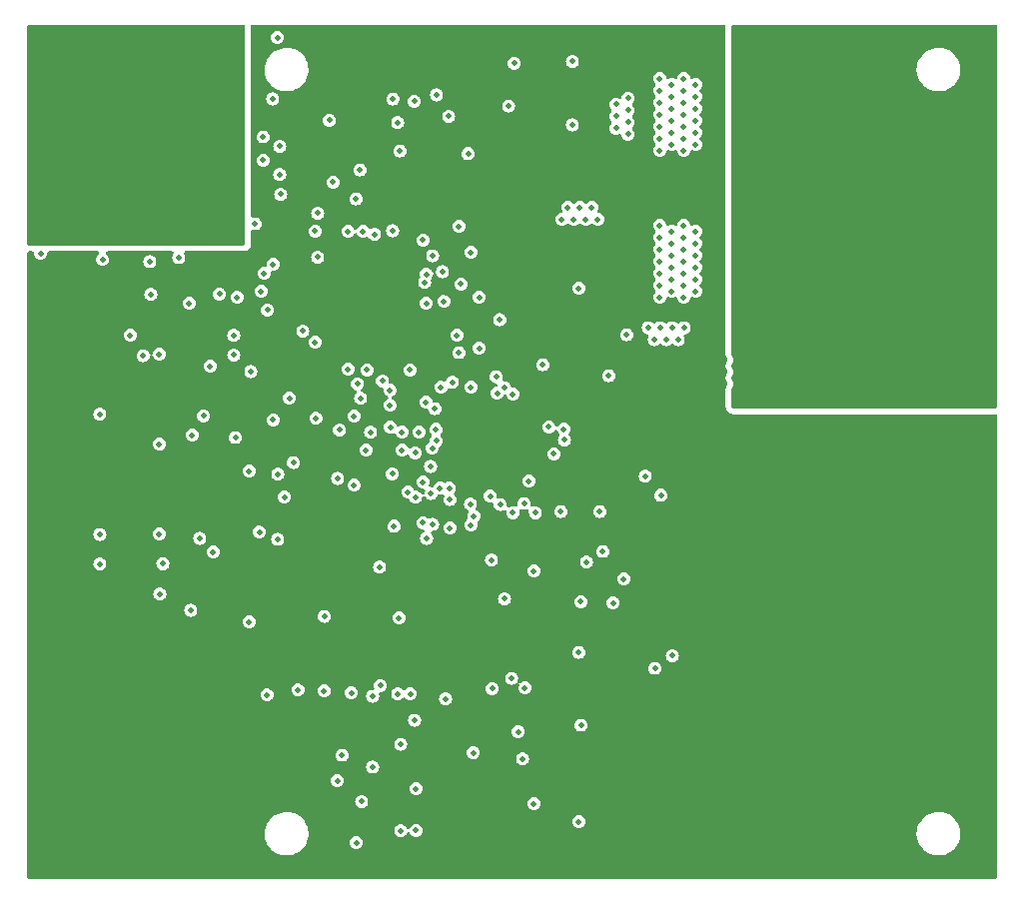
<source format=gbr>
%TF.GenerationSoftware,KiCad,Pcbnew,7.0.10-7.0.10~ubuntu22.04.1*%
%TF.CreationDate,2024-07-09T14:14:32-04:00*%
%TF.ProjectId,IcePSMNR55,49636550-534d-44e5-9235-352e6b696361,rev?*%
%TF.SameCoordinates,Original*%
%TF.FileFunction,Copper,L7,Inr*%
%TF.FilePolarity,Positive*%
%FSLAX46Y46*%
G04 Gerber Fmt 4.6, Leading zero omitted, Abs format (unit mm)*
G04 Created by KiCad (PCBNEW 7.0.10-7.0.10~ubuntu22.04.1) date 2024-07-09 14:14:32*
%MOMM*%
%LPD*%
G01*
G04 APERTURE LIST*
%TA.AperFunction,ComponentPad*%
%ADD10C,1.800000*%
%TD*%
%TA.AperFunction,ViaPad*%
%ADD11C,0.500000*%
%TD*%
G04 APERTURE END LIST*
D10*
%TO.N,/HighSw*%
%TO.C,M4*%
X101600000Y-45720000D03*
X104140000Y-45720000D03*
X106680000Y-45720000D03*
X109220000Y-45720000D03*
X111760000Y-45720000D03*
X114300000Y-45720000D03*
X114300000Y-48260000D03*
X111760000Y-48260000D03*
X109220000Y-48260000D03*
X106680000Y-48260000D03*
X104140000Y-48260000D03*
X101600000Y-48260000D03*
X101600000Y-50800000D03*
X104140000Y-50800000D03*
X106680000Y-50800000D03*
X109220000Y-50800000D03*
X111760000Y-50800000D03*
X114300000Y-50800000D03*
X114300000Y-53340000D03*
X111760000Y-53340000D03*
X109220000Y-53340000D03*
X106680000Y-53340000D03*
X104140000Y-53340000D03*
X101600000Y-53340000D03*
X101600000Y-55880000D03*
X104140000Y-55880000D03*
X106680000Y-55880000D03*
X109220000Y-55880000D03*
X111760000Y-55880000D03*
X114300000Y-55880000D03*
X114300000Y-58420000D03*
X111760000Y-58420000D03*
X109220000Y-58420000D03*
X106680000Y-58420000D03*
X104140000Y-58420000D03*
X101600000Y-58420000D03*
%TD*%
%TO.N,GND*%
%TO.C,M3*%
X101600000Y-82550000D03*
X104140000Y-82550000D03*
X106680000Y-82550000D03*
X109220000Y-82550000D03*
X111760000Y-82550000D03*
X114300000Y-82550000D03*
X114300000Y-85090000D03*
X111760000Y-85090000D03*
X109220000Y-85090000D03*
X106680000Y-85090000D03*
X104140000Y-85090000D03*
X101600000Y-85090000D03*
X101600000Y-87630000D03*
X104140000Y-87630000D03*
X106680000Y-87630000D03*
X109220000Y-87630000D03*
X111760000Y-87630000D03*
X114300000Y-87630000D03*
X114300000Y-90170000D03*
X111760000Y-90170000D03*
X109220000Y-90170000D03*
X106680000Y-90170000D03*
X104140000Y-90170000D03*
X101600000Y-90170000D03*
X101600000Y-92710000D03*
X104140000Y-92710000D03*
X106680000Y-92710000D03*
X109220000Y-92710000D03*
X111760000Y-92710000D03*
X114300000Y-92710000D03*
X114300000Y-95250000D03*
X111760000Y-95250000D03*
X109220000Y-95250000D03*
X106680000Y-95250000D03*
X104140000Y-95250000D03*
X101600000Y-95250000D03*
%TD*%
%TO.N,/VIN*%
%TO.C,M1*%
X39370000Y-38100000D03*
X41910000Y-38100000D03*
X44450000Y-38100000D03*
X46990000Y-38100000D03*
X49530000Y-38100000D03*
X52070000Y-38100000D03*
X52070000Y-40640000D03*
X49530000Y-40640000D03*
X46990000Y-40640000D03*
X44450000Y-40640000D03*
X41910000Y-40640000D03*
X39370000Y-40640000D03*
X39370000Y-43180000D03*
X41910000Y-43180000D03*
X44450000Y-43180000D03*
X46990000Y-43180000D03*
X49530000Y-43180000D03*
X52070000Y-43180000D03*
X52070000Y-45720000D03*
X49530000Y-45720000D03*
X46990000Y-45720000D03*
X44450000Y-45720000D03*
X41910000Y-45720000D03*
X39370000Y-45720000D03*
X39370000Y-48260000D03*
X41910000Y-48260000D03*
X44450000Y-48260000D03*
X46990000Y-48260000D03*
X49530000Y-48260000D03*
X52070000Y-48260000D03*
X52070000Y-50800000D03*
X49530000Y-50800000D03*
X46990000Y-50800000D03*
X44450000Y-50800000D03*
X41910000Y-50800000D03*
X39370000Y-50800000D03*
%TD*%
%TO.N,GND*%
%TO.C,M2*%
X39390000Y-90170000D03*
X41930000Y-90170000D03*
X44470000Y-90170000D03*
X47010000Y-90170000D03*
X49550000Y-90170000D03*
X52090000Y-90170000D03*
X52090000Y-92710000D03*
X49550000Y-92710000D03*
X47010000Y-92710000D03*
X44470000Y-92710000D03*
X41930000Y-92710000D03*
X39390000Y-92710000D03*
X39390000Y-95250000D03*
X41930000Y-95250000D03*
X44470000Y-95250000D03*
X47010000Y-95250000D03*
X49550000Y-95250000D03*
X52090000Y-95250000D03*
X52090000Y-97790000D03*
X49550000Y-97790000D03*
X47010000Y-97790000D03*
X44470000Y-97790000D03*
X41930000Y-97790000D03*
X39390000Y-97790000D03*
X39390000Y-100330000D03*
X41930000Y-100330000D03*
X44470000Y-100330000D03*
X47010000Y-100330000D03*
X49550000Y-100330000D03*
X52090000Y-100330000D03*
X52090000Y-102870000D03*
X49550000Y-102870000D03*
X47010000Y-102870000D03*
X44470000Y-102870000D03*
X41930000Y-102870000D03*
X39390000Y-102870000D03*
%TD*%
D11*
%TO.N,GND*%
X44450000Y-81280000D03*
X37973000Y-77724000D03*
X78994000Y-61722000D03*
X69596000Y-42799000D03*
X109347000Y-78613000D03*
X93345000Y-98298000D03*
X93345000Y-91821000D03*
X93853000Y-87757000D03*
X98171000Y-101981000D03*
X103632000Y-104521000D03*
X97409000Y-97790000D03*
X97028000Y-88773000D03*
X98298000Y-86614000D03*
X92583000Y-88900000D03*
X82200000Y-96400000D03*
X84479737Y-91209916D03*
X88200000Y-95200000D03*
X85704158Y-101681458D03*
X84200000Y-105800000D03*
X80000000Y-102800000D03*
X75400000Y-105400000D03*
X71000000Y-104000000D03*
X72600000Y-101800000D03*
X69201885Y-105793320D03*
X65600000Y-104400000D03*
X61400000Y-105600000D03*
X55800000Y-104600000D03*
X56400000Y-99200000D03*
%TO.N,/VIN*%
X60200000Y-51800000D03*
X72400000Y-51400000D03*
X82000000Y-37400000D03*
X82000000Y-42800000D03*
X76600000Y-41200000D03*
X70485000Y-40259000D03*
X67400000Y-45000000D03*
X67200000Y-42600000D03*
X61400000Y-42400000D03*
X64008000Y-46609000D03*
X57200000Y-47000000D03*
X55800000Y-45800000D03*
X57200000Y-44600000D03*
X55800000Y-43800000D03*
X56600000Y-40600000D03*
X57000000Y-35400000D03*
%TO.N,GND*%
X41600000Y-105600000D03*
%TO.N,/VIN*%
X44830000Y-35390000D03*
X50820000Y-34980000D03*
X39950000Y-34980000D03*
X36770000Y-37560000D03*
X36530000Y-45510000D03*
X36930000Y-53680000D03*
X42190000Y-54210000D03*
X46190000Y-54390000D03*
X48640000Y-54050000D03*
X44530000Y-60630000D03*
X54760000Y-63710000D03*
X63670000Y-49060000D03*
X69350000Y-52570000D03*
X70993000Y-55245000D03*
X71130000Y-57750000D03*
X69610000Y-57930000D03*
X52090000Y-57130000D03*
X69494446Y-56149807D03*
X61710000Y-47660000D03*
X57290000Y-48680000D03*
X55110000Y-51170000D03*
%TO.N,GND*%
X87670000Y-71400000D03*
%TO.N,/HighSw*%
X116850000Y-57200000D03*
X117200000Y-49320000D03*
X116820000Y-41280000D03*
X116890000Y-35410000D03*
X109500000Y-41810000D03*
X106470000Y-36430000D03*
X107720000Y-39390000D03*
X105180000Y-41430000D03*
X104610000Y-38710000D03*
X103060000Y-36240000D03*
%TO.N,/VIN*%
X88180000Y-72560000D03*
%TO.N,GND*%
X98840000Y-67660000D03*
X102470000Y-67900000D03*
X117020000Y-68350000D03*
X112470000Y-67980000D03*
X108550000Y-67980000D03*
X112340000Y-73660000D03*
X103390000Y-73610000D03*
X116810000Y-75110000D03*
X115970000Y-78640000D03*
X111600000Y-79510000D03*
X105840000Y-79320000D03*
X102440000Y-78980000D03*
X98520000Y-79810000D03*
X97570000Y-84100000D03*
X92710000Y-84582000D03*
X92837000Y-80500000D03*
X97150000Y-78550000D03*
X107040000Y-77600000D03*
X107600000Y-76000000D03*
X92990000Y-66470000D03*
%TO.N,/HighSw*%
X95940000Y-66130000D03*
%TO.N,GND*%
X87890000Y-61940000D03*
X93910000Y-60520000D03*
%TO.N,/HighSw*%
X95730000Y-60810000D03*
%TO.N,GND*%
X77597000Y-60071000D03*
X83650000Y-61860000D03*
X86650000Y-52230000D03*
X65960000Y-47340000D03*
X74940000Y-51840000D03*
X82810000Y-40260000D03*
X76120000Y-35340000D03*
X55400000Y-34800000D03*
X62410000Y-37650000D03*
X64800000Y-43600000D03*
X63700000Y-42070000D03*
X55600000Y-42000000D03*
X58730000Y-42970000D03*
X55600000Y-48790000D03*
X51490000Y-54940000D03*
X37200000Y-59230000D03*
X37170000Y-55210000D03*
X38780000Y-53920000D03*
%TO.N,/IOB_0A*%
X46280000Y-57150000D03*
%TO.N,GND*%
X43780000Y-58580000D03*
%TO.N,/IOB_4A*%
X45620000Y-62360000D03*
%TO.N,GND*%
X43490000Y-68860000D03*
X43390000Y-65650000D03*
X37600000Y-68210000D03*
X37460000Y-71150000D03*
X45670000Y-73580000D03*
X44196000Y-77216000D03*
X53410000Y-76650000D03*
X66120000Y-78440000D03*
X63830000Y-84130000D03*
X62230000Y-88011000D03*
X56650000Y-85020000D03*
X43100000Y-85470000D03*
X49310000Y-86420000D03*
X39200000Y-86400000D03*
X36730000Y-88920000D03*
X36600000Y-94500000D03*
X36440000Y-100310000D03*
X47810000Y-105580000D03*
X52280000Y-105630000D03*
X58250000Y-97650000D03*
X55040000Y-98020000D03*
X64960000Y-102920000D03*
X65440000Y-105500000D03*
X72680000Y-105580000D03*
X75360000Y-102000000D03*
X88650000Y-102360000D03*
X78250000Y-104940000D03*
X81680000Y-103890000D03*
X85910000Y-93810000D03*
X88890000Y-93150000D03*
X93120000Y-94760000D03*
X98180000Y-93580000D03*
X116990000Y-98840000D03*
X106250000Y-102890000D03*
X109910000Y-98600000D03*
X93250000Y-102420000D03*
X93730000Y-105440000D03*
X105310000Y-103920000D03*
X101540000Y-102970000D03*
X96960000Y-105470000D03*
X95360000Y-103390000D03*
X102934000Y-77220000D03*
X104458000Y-76204000D03*
X100394000Y-76204000D03*
X102426000Y-76204000D03*
X101918000Y-77220000D03*
X99886000Y-77220000D03*
X101410000Y-76204000D03*
X104966000Y-77220000D03*
X100902000Y-77220000D03*
X103950000Y-77220000D03*
X103442000Y-76204000D03*
X99378000Y-76204000D03*
X98870000Y-77220000D03*
%TO.N,/VIN*%
X88944000Y-61010000D03*
X88436000Y-59994000D03*
X89452000Y-59994000D03*
X90468000Y-59994000D03*
X91484000Y-59994000D03*
X89960000Y-61010000D03*
X90976000Y-61010000D03*
X85700000Y-41050000D03*
X86716000Y-40542000D03*
X86716000Y-41558000D03*
X86716000Y-42574000D03*
X86716000Y-43590000D03*
X85700000Y-42066000D03*
X85700000Y-43082000D03*
X82138000Y-50820000D03*
X81630000Y-49804000D03*
X82646000Y-49804000D03*
X83154000Y-50820000D03*
X84170000Y-50820000D03*
X81122000Y-50820000D03*
X83662000Y-49804000D03*
%TO.N,GND*%
X106936000Y-100476000D03*
X105920000Y-100476000D03*
X104904000Y-100476000D03*
X103380000Y-99460000D03*
X103888000Y-100476000D03*
X106428000Y-99460000D03*
X104396000Y-99460000D03*
X107444000Y-99460000D03*
X102364000Y-99460000D03*
X105412000Y-99460000D03*
X108460000Y-99460000D03*
X107952000Y-100476000D03*
X102872000Y-100476000D03*
X99356000Y-100476000D03*
X98340000Y-100476000D03*
X97324000Y-100476000D03*
X95800000Y-99460000D03*
X96308000Y-100476000D03*
X98848000Y-99460000D03*
X96816000Y-99460000D03*
X99864000Y-99460000D03*
X94784000Y-99460000D03*
X97832000Y-99460000D03*
X100880000Y-99460000D03*
X100372000Y-100476000D03*
X95292000Y-100476000D03*
X93860000Y-63218000D03*
X93860000Y-65250000D03*
X94876000Y-63726000D03*
X93860000Y-64234000D03*
X94876000Y-64742000D03*
X94876000Y-62710000D03*
X93598000Y-72910000D03*
X95630000Y-72910000D03*
X94106000Y-71894000D03*
X94614000Y-72910000D03*
X95122000Y-71894000D03*
X93090000Y-71894000D03*
X95956000Y-90246000D03*
X95956000Y-93294000D03*
X94940000Y-91770000D03*
X95956000Y-94310000D03*
X94940000Y-92786000D03*
X95956000Y-91262000D03*
X95956000Y-96342000D03*
X95956000Y-92278000D03*
X94940000Y-95834000D03*
X94940000Y-90754000D03*
X94940000Y-93802000D03*
X95956000Y-95326000D03*
X94940000Y-94818000D03*
X95956000Y-80886000D03*
X95956000Y-83934000D03*
X94940000Y-82410000D03*
X95956000Y-84950000D03*
X94940000Y-83426000D03*
X95956000Y-81902000D03*
X95956000Y-86982000D03*
X95956000Y-82918000D03*
X94940000Y-86474000D03*
X94940000Y-81394000D03*
X94940000Y-84442000D03*
X95956000Y-85966000D03*
X94940000Y-85458000D03*
X115334000Y-77216000D03*
X112286000Y-77216000D03*
X113810000Y-76200000D03*
X111270000Y-77216000D03*
X112794000Y-76200000D03*
X114318000Y-77216000D03*
X109238000Y-77216000D03*
X113302000Y-77216000D03*
X109746000Y-76200000D03*
X114826000Y-76200000D03*
X111778000Y-76200000D03*
X110254000Y-77216000D03*
X110762000Y-76200000D03*
%TO.N,Net-(U9-EN{slash}UVLO)*%
X71260000Y-91450000D03*
%TO.N,/FPGA_SI*%
X47300000Y-79980000D03*
%TO.N,+3V3*%
X85460000Y-83320000D03*
X69000000Y-68850000D03*
%TO.N,GND*%
X73590000Y-72460000D03*
X76940000Y-72390000D03*
X75820000Y-72450000D03*
X75760000Y-70520000D03*
X74380000Y-70530000D03*
X73040000Y-70520000D03*
X72970000Y-69220000D03*
X74380000Y-69160000D03*
X75870000Y-69150000D03*
X77240000Y-69120000D03*
X77230000Y-67760000D03*
X76030000Y-67760000D03*
X74450000Y-67760000D03*
X73030000Y-67760000D03*
X84410000Y-71930000D03*
X79020000Y-43800000D03*
X81760000Y-44510000D03*
X90068900Y-81117500D03*
X88280000Y-82950000D03*
X88320000Y-85980000D03*
X89820000Y-85070000D03*
X85520000Y-86990000D03*
X86220000Y-84520000D03*
X86130000Y-82980000D03*
X83710000Y-78990000D03*
X83250000Y-84750000D03*
%TO.N,/VIN*%
X82550000Y-87500000D03*
%TO.N,GND*%
X83280000Y-89620000D03*
%TO.N,/VIN*%
X82720000Y-83220000D03*
%TO.N,GND*%
X81360000Y-73440000D03*
X82490000Y-75620000D03*
X81310000Y-78290000D03*
X80390000Y-85270000D03*
X78440000Y-84480000D03*
X76120000Y-85860000D03*
X80600000Y-95270000D03*
X77830000Y-77440000D03*
X61722000Y-49022000D03*
X56840000Y-53400000D03*
X69530000Y-46260000D03*
X81780000Y-72150000D03*
X58170000Y-58330000D03*
X73280000Y-63810000D03*
X74940000Y-92740000D03*
X67480000Y-58360000D03*
X65590000Y-57680000D03*
X65460000Y-58880000D03*
X64090000Y-59030000D03*
X64210000Y-57950000D03*
X62940000Y-59090000D03*
X62870000Y-57860000D03*
X62960000Y-56580000D03*
X64180000Y-56490000D03*
X65700000Y-56480000D03*
X67560000Y-56350000D03*
X67560000Y-54790000D03*
X66000000Y-54760000D03*
X64180000Y-54850000D03*
X62860000Y-54900000D03*
X65230000Y-53250000D03*
X110236000Y-71374000D03*
X101092000Y-69342000D03*
X67665600Y-66522600D03*
X60018332Y-58988445D03*
X101600000Y-72390000D03*
X111760000Y-72390000D03*
X100076000Y-69342000D03*
X103632000Y-70358000D03*
X75438000Y-61976000D03*
X102616000Y-70358000D03*
X56515000Y-74295000D03*
X98552000Y-70358000D03*
X71272400Y-57048400D03*
X83921600Y-66065400D03*
X68707000Y-71856600D03*
X60706000Y-66294000D03*
X62712600Y-78409800D03*
X114808000Y-72390000D03*
X114300000Y-71374000D03*
X99568000Y-70358000D03*
X99060000Y-69342000D03*
X76200000Y-94691200D03*
X109220000Y-71374000D03*
X109220000Y-69342000D03*
X75946000Y-45339000D03*
X100584000Y-72390000D03*
X111252000Y-71374000D03*
X101092000Y-71374000D03*
X104140000Y-69342000D03*
X104140000Y-71374000D03*
X110744000Y-72390000D03*
X62433200Y-94005400D03*
X114808000Y-70358000D03*
X108712000Y-72390000D03*
X103632000Y-72390000D03*
X109728000Y-70358000D03*
X69088000Y-85598000D03*
X59791600Y-55880000D03*
X56159400Y-93065600D03*
X53340000Y-82042000D03*
X99060000Y-71374000D03*
X112268000Y-69342000D03*
X113284000Y-69342000D03*
X74980800Y-97383600D03*
X111760000Y-70358000D03*
X113792000Y-72390000D03*
X102616000Y-72390000D03*
X73660000Y-81229200D03*
X98552000Y-72390000D03*
X113284000Y-71374000D03*
X72490000Y-91480000D03*
X69138800Y-64820800D03*
X64516000Y-71628000D03*
X82473800Y-68503800D03*
X112776000Y-72390000D03*
X65659000Y-82550000D03*
X73928348Y-94643407D03*
X112776000Y-70358000D03*
X112268000Y-71374000D03*
X101600000Y-70358000D03*
X104648000Y-70358000D03*
X110236000Y-69342000D03*
X99568000Y-72390000D03*
X67995800Y-93827600D03*
X58674000Y-63627000D03*
X100076000Y-71374000D03*
X69342000Y-80264000D03*
X100584000Y-70358000D03*
X108712000Y-70358000D03*
X58648600Y-79476600D03*
X110744000Y-70358000D03*
X102108000Y-71374000D03*
X51793054Y-69659660D03*
X109728000Y-72390000D03*
X111252000Y-69342000D03*
X61087000Y-63627000D03*
X102108000Y-69342000D03*
X103124000Y-69342000D03*
X104648000Y-72390000D03*
X59791600Y-95656400D03*
X103124000Y-71374000D03*
X54813200Y-65938400D03*
X113792000Y-70358000D03*
X58674000Y-75565000D03*
X60256161Y-71423956D03*
X69455000Y-94240000D03*
X114300000Y-69342000D03*
%TO.N,+3V3*%
X76962000Y-75666000D03*
X62267974Y-68647000D03*
X60421470Y-50271730D03*
X75845000Y-59309000D03*
X58369200Y-71424800D03*
X74105000Y-57404000D03*
X67564000Y-68847000D03*
X72218513Y-60636487D03*
X66747913Y-72387087D03*
X84330000Y-75565000D03*
X63497060Y-73344633D03*
X56155000Y-58480000D03*
X79502000Y-63119000D03*
X57048400Y-72390000D03*
X86614000Y-60579000D03*
X69630600Y-55460000D03*
X59165000Y-60258000D03*
X53310000Y-62290000D03*
%TO.N,/+22V*%
X77790000Y-96520000D03*
X65074800Y-97231200D03*
X73609200Y-96012000D03*
X78740000Y-100330000D03*
%TO.N,+5V*%
X57605000Y-74355000D03*
X60960000Y-90780000D03*
X66774620Y-51771141D03*
X60985200Y-84454800D03*
%TO.N,+1V2*%
X70443511Y-68604923D03*
X75148133Y-79670000D03*
X69993000Y-71754601D03*
X80441800Y-70688200D03*
%TO.N,+2V5*%
X78867000Y-75666000D03*
X81030000Y-75565000D03*
%TO.N,/VIN*%
X91440000Y-43942000D03*
X89408000Y-39878000D03*
X91440000Y-44958000D03*
X91440000Y-54356000D03*
X90424000Y-53848000D03*
X91440000Y-42926000D03*
X91440000Y-40894000D03*
X62103000Y-72771000D03*
X90424000Y-55880000D03*
X91440000Y-38862000D03*
X89408000Y-41910000D03*
X90424000Y-41402000D03*
X92456000Y-41402000D03*
X91440000Y-56388000D03*
X89408000Y-55372000D03*
X92456000Y-53848000D03*
X92456000Y-42418000D03*
X92456000Y-40386000D03*
X89408000Y-44958000D03*
X89408000Y-53340000D03*
X90424000Y-56896000D03*
X91440000Y-51308000D03*
X92456000Y-54864000D03*
X89408000Y-40894000D03*
X92456000Y-39370000D03*
X89408000Y-54356000D03*
X51562000Y-78994000D03*
X90424000Y-54864000D03*
X49784000Y-69088000D03*
X92456000Y-55880000D03*
X90424000Y-40386000D03*
X90424000Y-44450000D03*
X92456000Y-52832000D03*
X65659000Y-80264000D03*
X67310000Y-84582000D03*
X89408000Y-38862000D03*
X90424000Y-42418000D03*
X89408000Y-52324000D03*
X89408000Y-56388000D03*
X92456000Y-56896000D03*
X90424000Y-39370000D03*
X92456000Y-44450000D03*
X64897000Y-68834000D03*
X90424000Y-43434000D03*
X77978000Y-90525600D03*
X90424000Y-52832000D03*
X91440000Y-41910000D03*
X82753200Y-93675200D03*
X89408000Y-51308000D03*
X72567800Y-56286400D03*
X92456000Y-43434000D03*
X89408000Y-57404000D03*
X89408000Y-43942000D03*
X60198000Y-61214000D03*
X89408000Y-42926000D03*
X91440000Y-57404000D03*
X91440000Y-39878000D03*
X91440000Y-53340000D03*
X91440000Y-55372000D03*
X91440000Y-52324000D03*
X63260000Y-90932000D03*
X57023000Y-77927200D03*
X90424000Y-51816000D03*
X92456000Y-51816000D03*
%TO.N,Net-(U8-GND{slash}ADJ)*%
X56120000Y-91100000D03*
X58743587Y-90696413D03*
%TO.N,Net-(C43-Pad1)*%
X77419200Y-94234000D03*
X82550000Y-101854000D03*
%TO.N,/LED_R*%
X90474800Y-87782400D03*
X75620000Y-65532000D03*
%TO.N,/LED_G*%
X76962000Y-65624800D03*
X84582000Y-78943200D03*
X81330800Y-69494400D03*
%TO.N,/LED_B*%
X89001600Y-88849200D03*
X76250800Y-65074800D03*
%TO.N,/CDONE*%
X70154800Y-76657200D03*
X83210400Y-79857600D03*
X70131751Y-70208481D03*
%TO.N,Net-(IC1-CA)*%
X73176400Y-45237400D03*
X77070000Y-37567200D03*
%TO.N,/USB_M*%
X55880000Y-55372000D03*
X54610000Y-84937600D03*
X68760000Y-102610000D03*
X68595000Y-40800000D03*
%TO.N,/USB_P*%
X67462026Y-95300800D03*
X68760000Y-99060000D03*
X67208400Y-91033600D03*
X55626000Y-56896000D03*
X53441600Y-69291200D03*
X55473600Y-77317600D03*
X66800000Y-40600000D03*
%TO.N,/IOT_36B*%
X50749200Y-67462400D03*
X66580000Y-68427600D03*
X78319999Y-73004078D03*
%TO.N,/VGS:LOAD-IOB_13B*%
X74117200Y-61722000D03*
X70459600Y-69590000D03*
X70358000Y-66852800D03*
X71526400Y-42062400D03*
X70166127Y-53896000D03*
%TO.N,/VGS:Fly-IOB_18A*%
X71628000Y-76962000D03*
X78740000Y-80619600D03*
X86360000Y-81280000D03*
X68716983Y-74355000D03*
X69342000Y-73085000D03*
%TO.N,/IOT_43A*%
X66548000Y-66548000D03*
X80006265Y-68385000D03*
X41950000Y-67310000D03*
%TO.N,/IOT_42B*%
X81280000Y-68580000D03*
X46990000Y-69850000D03*
X64516000Y-70358000D03*
X67568653Y-70362653D03*
%TO.N,/FPGA_SO*%
X71628000Y-74549000D03*
X68067347Y-73918653D03*
X66894389Y-76818811D03*
X62077600Y-98399600D03*
X62484000Y-96215200D03*
X65074800Y-91236800D03*
X46990000Y-77470000D03*
X70027987Y-74040813D03*
%TO.N,/FT_SSn*%
X65909774Y-64508148D03*
X73369000Y-74930000D03*
X41960800Y-77520800D03*
X85090000Y-64058800D03*
%TO.N,/FPGA_SI*%
X73660000Y-75946000D03*
X63690000Y-103639000D03*
X64135000Y-100140000D03*
%TO.N,/FLASH_MOSI*%
X62992000Y-63500000D03*
X41950000Y-80010000D03*
X65735200Y-90322400D03*
X73406000Y-53594000D03*
%TO.N,/FT_SCK*%
X68229418Y-63567000D03*
X47040800Y-82550000D03*
X64052676Y-65973000D03*
X69650079Y-77853000D03*
%TO.N,/FLASH_MISO*%
X49657000Y-83947000D03*
X50419000Y-77851000D03*
X63500000Y-67497000D03*
X82550000Y-56642000D03*
X64592200Y-63576200D03*
X54610000Y-72136000D03*
X56642000Y-67810000D03*
%TO.N,/HighSw*%
X100584000Y-66548000D03*
X115824000Y-61976000D03*
X114808000Y-65532000D03*
X113538000Y-63246000D03*
X101346000Y-63246000D03*
X100584000Y-65532000D03*
X102870000Y-41148000D03*
X106680000Y-61976000D03*
X108204000Y-61976000D03*
X97282000Y-44958000D03*
X110490000Y-63246000D03*
X101346000Y-40132000D03*
X108966000Y-63246000D03*
X98806000Y-55880000D03*
X104648000Y-66548000D03*
X102616000Y-66548000D03*
X98806000Y-60452000D03*
X101346000Y-37084000D03*
X100584000Y-61976000D03*
X101346000Y-38608000D03*
X98806000Y-49784000D03*
X112776000Y-61976000D03*
X96266000Y-44958000D03*
X102870000Y-42672000D03*
X103632000Y-61976000D03*
X104648000Y-65532000D03*
X97536000Y-61976000D03*
X97282000Y-53340000D03*
X98806000Y-40640000D03*
X96266000Y-55372000D03*
X98806000Y-45212000D03*
X97282000Y-57404000D03*
X100076000Y-42672000D03*
X98806000Y-54356000D03*
X99060000Y-61976000D03*
X114300000Y-61976000D03*
X114808000Y-66548000D03*
X98806000Y-38862000D03*
X102108000Y-61976000D03*
X98806000Y-58928000D03*
X98806000Y-48260000D03*
X100076000Y-39624000D03*
X98806000Y-46736000D03*
X96266000Y-57404000D03*
X100076000Y-38100000D03*
X101346000Y-41656000D03*
X104394000Y-63246000D03*
X96774000Y-63246000D03*
X112776000Y-66548000D03*
X111252000Y-61976000D03*
X96266000Y-53340000D03*
X102616000Y-65532000D03*
X110744000Y-65532000D03*
X98806000Y-57404000D03*
X99822000Y-63246000D03*
X97282000Y-42926000D03*
X102870000Y-63246000D03*
X105918000Y-63246000D03*
X110744000Y-66548000D03*
X102870000Y-38100000D03*
X96266000Y-40894000D03*
X98806000Y-52832000D03*
X109728000Y-61976000D03*
X97282000Y-55372000D03*
X102870000Y-39624000D03*
X115062000Y-63246000D03*
X98806000Y-43688000D03*
X112776000Y-65532000D03*
X97282000Y-40894000D03*
X107442000Y-63246000D03*
X100076000Y-41148000D03*
X98806000Y-51308000D03*
X116586000Y-63246000D03*
X112014000Y-63246000D03*
X98806000Y-42164000D03*
X96266000Y-42926000D03*
X105156000Y-61976000D03*
X98298000Y-63246000D03*
%TO.N,/CRESET_N*%
X69600000Y-66294001D03*
X68681600Y-70604601D03*
%TO.N,/EE_CS*%
X53310000Y-60640000D03*
X62992000Y-51816000D03*
X58013600Y-65973000D03*
%TO.N,/EE_CLK*%
X64262000Y-51816000D03*
X60267500Y-67660000D03*
%TO.N,/EE_DAT*%
X65235000Y-52070000D03*
X56642000Y-54610000D03*
X53594000Y-57404000D03*
%TO.N,Net-(U9-EN{slash}UVLO)*%
X76860400Y-89712800D03*
X75201866Y-90575000D03*
%TO.N,/IOB_22A*%
X89509648Y-74193352D03*
X70782797Y-73573857D03*
X77927200Y-74879200D03*
X73406000Y-76708000D03*
%TO.N,/IOB_23B*%
X68630800Y-93268800D03*
X75895200Y-74980800D03*
X76250800Y-82956400D03*
X68275200Y-91033600D03*
%TO.N,/IOB_24A*%
X69342000Y-76521000D03*
X71577200Y-73592627D03*
X67462400Y-102616000D03*
%TO.N,/CRYSTAL-IOB_25B_G3*%
X75031600Y-74254078D03*
X75559627Y-64139627D03*
%TO.N,/IOB_0A*%
X73406000Y-65024000D03*
X49530000Y-57912000D03*
%TO.N,/IOB_2A*%
X51308000Y-63246000D03*
X71839405Y-64620975D03*
%TO.N,/IOB_4A*%
X63777929Y-64746071D03*
X66548000Y-65278000D03*
X46990000Y-62230000D03*
X70866000Y-65024000D03*
%TO.N,/CLK_12M_FT*%
X72390000Y-62090000D03*
X60411834Y-54011034D03*
%TD*%
%TA.AperFunction,Conductor*%
%TO.N,/HighSw*%
G36*
X117925539Y-34310185D02*
G01*
X117971294Y-34362989D01*
X117982500Y-34414500D01*
X117982500Y-66680500D01*
X117962815Y-66747539D01*
X117910011Y-66793294D01*
X117858500Y-66804500D01*
X95628000Y-66804500D01*
X95560961Y-66784815D01*
X95515206Y-66732011D01*
X95504000Y-66680500D01*
X95504000Y-65188895D01*
X95523006Y-65122924D01*
X95556456Y-65069690D01*
X95612313Y-64910059D01*
X95631249Y-64742000D01*
X95631249Y-64741997D01*
X95612314Y-64573943D01*
X95598904Y-64535621D01*
X95556456Y-64414310D01*
X95550863Y-64405410D01*
X95523006Y-64361074D01*
X95504000Y-64295102D01*
X95504000Y-64172895D01*
X95523006Y-64106924D01*
X95556456Y-64053690D01*
X95612313Y-63894059D01*
X95631249Y-63726000D01*
X95631249Y-63725997D01*
X95612314Y-63557943D01*
X95598904Y-63519621D01*
X95556456Y-63398310D01*
X95550863Y-63389410D01*
X95523006Y-63345074D01*
X95504000Y-63279102D01*
X95504000Y-63156895D01*
X95523006Y-63090924D01*
X95556456Y-63037690D01*
X95612313Y-62878059D01*
X95631249Y-62710000D01*
X95631249Y-62709997D01*
X95612314Y-62541943D01*
X95598904Y-62503621D01*
X95556456Y-62382310D01*
X95550863Y-62373410D01*
X95523006Y-62329074D01*
X95504000Y-62263102D01*
X95504000Y-38167763D01*
X111175787Y-38167763D01*
X111205413Y-38437013D01*
X111205415Y-38437024D01*
X111273926Y-38699082D01*
X111273928Y-38699088D01*
X111379870Y-38948390D01*
X111451998Y-39066575D01*
X111520979Y-39179605D01*
X111520986Y-39179615D01*
X111694253Y-39387819D01*
X111694259Y-39387824D01*
X111895998Y-39568582D01*
X112121910Y-39718044D01*
X112367176Y-39833020D01*
X112367183Y-39833022D01*
X112367185Y-39833023D01*
X112626557Y-39911057D01*
X112626564Y-39911058D01*
X112626569Y-39911060D01*
X112894561Y-39950500D01*
X112894566Y-39950500D01*
X113097629Y-39950500D01*
X113097631Y-39950500D01*
X113097636Y-39950499D01*
X113097648Y-39950499D01*
X113135191Y-39947750D01*
X113300156Y-39935677D01*
X113412758Y-39910593D01*
X113564546Y-39876782D01*
X113564548Y-39876781D01*
X113564553Y-39876780D01*
X113817558Y-39780014D01*
X114053777Y-39647441D01*
X114268177Y-39481888D01*
X114456186Y-39286881D01*
X114613799Y-39066579D01*
X114687787Y-38922669D01*
X114737649Y-38825690D01*
X114737651Y-38825684D01*
X114737656Y-38825675D01*
X114825118Y-38569305D01*
X114874319Y-38302933D01*
X114884212Y-38032235D01*
X114854586Y-37762982D01*
X114786072Y-37500912D01*
X114680130Y-37251610D01*
X114539018Y-37020390D01*
X114449747Y-36913119D01*
X114365746Y-36812180D01*
X114365740Y-36812175D01*
X114164002Y-36631418D01*
X113938092Y-36481957D01*
X113938090Y-36481956D01*
X113692824Y-36366980D01*
X113692819Y-36366978D01*
X113692814Y-36366976D01*
X113433442Y-36288942D01*
X113433428Y-36288939D01*
X113317791Y-36271921D01*
X113165439Y-36249500D01*
X112962369Y-36249500D01*
X112962351Y-36249500D01*
X112759844Y-36264323D01*
X112759831Y-36264325D01*
X112495453Y-36323217D01*
X112495446Y-36323220D01*
X112242439Y-36419987D01*
X112006226Y-36552557D01*
X111791822Y-36718112D01*
X111603822Y-36913109D01*
X111603816Y-36913116D01*
X111446202Y-37133419D01*
X111446199Y-37133424D01*
X111322350Y-37374309D01*
X111322343Y-37374327D01*
X111234884Y-37630685D01*
X111234881Y-37630699D01*
X111185681Y-37897068D01*
X111185680Y-37897075D01*
X111175787Y-38167763D01*
X95504000Y-38167763D01*
X95504000Y-34414500D01*
X95523685Y-34347461D01*
X95576489Y-34301706D01*
X95628000Y-34290500D01*
X117858500Y-34290500D01*
X117925539Y-34310185D01*
G37*
%TD.AperFunction*%
%TD*%
%TA.AperFunction,Conductor*%
%TO.N,GND*%
G36*
X94924000Y-34310462D02*
G01*
X94978538Y-34365000D01*
X94998500Y-34439500D01*
X94998500Y-62263104D01*
X95018256Y-62403042D01*
X95037262Y-62469014D01*
X95037266Y-62469024D01*
X95097119Y-62602784D01*
X95096879Y-62602891D01*
X95102828Y-62616443D01*
X95110823Y-62639292D01*
X95118247Y-62671818D01*
X95120669Y-62693312D01*
X95120669Y-62726678D01*
X95118246Y-62748184D01*
X95110822Y-62780713D01*
X95102828Y-62803559D01*
X95096882Y-62817105D01*
X95097122Y-62817213D01*
X95037263Y-62950979D01*
X95037261Y-62950983D01*
X95018256Y-63016952D01*
X94998500Y-63156893D01*
X94998500Y-63279104D01*
X95018256Y-63419042D01*
X95037262Y-63485014D01*
X95037266Y-63485024D01*
X95097119Y-63618784D01*
X95096879Y-63618891D01*
X95102828Y-63632443D01*
X95110823Y-63655292D01*
X95118247Y-63687818D01*
X95120669Y-63709312D01*
X95120669Y-63742678D01*
X95118246Y-63764184D01*
X95110822Y-63796713D01*
X95102828Y-63819559D01*
X95096882Y-63833105D01*
X95097122Y-63833213D01*
X95037263Y-63966979D01*
X95037261Y-63966983D01*
X95018256Y-64032952D01*
X94998500Y-64172893D01*
X94998500Y-64295104D01*
X95018256Y-64435042D01*
X95037262Y-64501014D01*
X95037266Y-64501024D01*
X95097119Y-64634784D01*
X95096879Y-64634891D01*
X95102828Y-64648443D01*
X95110823Y-64671292D01*
X95118247Y-64703818D01*
X95120669Y-64725312D01*
X95120669Y-64758678D01*
X95118246Y-64780184D01*
X95110822Y-64812713D01*
X95102828Y-64835559D01*
X95096882Y-64849105D01*
X95097122Y-64849213D01*
X95037263Y-64982979D01*
X95037261Y-64982983D01*
X95018256Y-65048952D01*
X94998500Y-65188893D01*
X94998500Y-66680494D01*
X94998501Y-66680515D01*
X95010051Y-66787952D01*
X95010052Y-66787956D01*
X95021258Y-66839463D01*
X95021259Y-66839467D01*
X95038065Y-66889959D01*
X95055387Y-66942005D01*
X95133175Y-67063043D01*
X95178929Y-67115846D01*
X95178931Y-67115848D01*
X95287665Y-67210068D01*
X95348270Y-67237745D01*
X95418541Y-67269838D01*
X95456657Y-67281030D01*
X95485576Y-67289522D01*
X95485578Y-67289522D01*
X95485580Y-67289523D01*
X95485584Y-67289524D01*
X95485585Y-67289524D01*
X95485589Y-67289525D01*
X95485593Y-67289526D01*
X95627985Y-67309998D01*
X95627989Y-67309998D01*
X95628000Y-67310000D01*
X95504000Y-67310000D01*
X94234000Y-68834000D01*
X94234000Y-106679500D01*
X54204217Y-106679500D01*
X54213388Y-102937773D01*
X55930788Y-102937773D01*
X55960412Y-103207005D01*
X55960414Y-103207018D01*
X56028928Y-103469088D01*
X56082722Y-103595675D01*
X56134870Y-103718390D01*
X56134875Y-103718399D01*
X56275981Y-103949610D01*
X56275984Y-103949614D01*
X56449247Y-104157812D01*
X56449259Y-104157824D01*
X56650990Y-104338575D01*
X56650999Y-104338583D01*
X56763954Y-104413313D01*
X56876910Y-104488044D01*
X57122176Y-104603020D01*
X57381569Y-104681060D01*
X57649561Y-104720500D01*
X57649568Y-104720500D01*
X57852622Y-104720500D01*
X57852631Y-104720500D01*
X58055156Y-104705677D01*
X58319553Y-104646780D01*
X58572558Y-104550014D01*
X58808777Y-104417441D01*
X59023177Y-104251888D01*
X59211186Y-104056881D01*
X59368799Y-103836579D01*
X59470380Y-103639002D01*
X63134750Y-103639002D01*
X63153668Y-103782706D01*
X63209138Y-103916625D01*
X63234449Y-103949610D01*
X63297379Y-104031621D01*
X63344602Y-104067857D01*
X63412374Y-104119861D01*
X63546293Y-104175331D01*
X63689997Y-104194250D01*
X63690000Y-104194250D01*
X63690003Y-104194250D01*
X63833706Y-104175331D01*
X63833708Y-104175330D01*
X63833709Y-104175330D01*
X63967625Y-104119861D01*
X64082621Y-104031621D01*
X64170861Y-103916625D01*
X64226330Y-103782709D01*
X64226330Y-103782708D01*
X64226331Y-103782706D01*
X64245250Y-103639002D01*
X64245250Y-103638997D01*
X64226331Y-103495293D01*
X64170861Y-103361374D01*
X64118857Y-103293602D01*
X64082621Y-103246379D01*
X64055945Y-103225910D01*
X63967625Y-103158138D01*
X63833706Y-103102668D01*
X63690003Y-103083750D01*
X63689997Y-103083750D01*
X63546293Y-103102668D01*
X63412374Y-103158138D01*
X63297381Y-103246377D01*
X63297377Y-103246381D01*
X63209138Y-103361374D01*
X63153668Y-103495293D01*
X63134750Y-103638997D01*
X63134750Y-103639002D01*
X59470380Y-103639002D01*
X59492656Y-103595675D01*
X59580118Y-103339305D01*
X59629319Y-103072933D01*
X59639212Y-102802235D01*
X59618721Y-102616002D01*
X66907150Y-102616002D01*
X66926068Y-102759706D01*
X66981538Y-102893625D01*
X67015415Y-102937773D01*
X67069779Y-103008621D01*
X67117002Y-103044857D01*
X67184774Y-103096861D01*
X67318693Y-103152331D01*
X67462397Y-103171250D01*
X67462400Y-103171250D01*
X67462403Y-103171250D01*
X67606106Y-103152331D01*
X67606108Y-103152330D01*
X67606109Y-103152330D01*
X67740025Y-103096861D01*
X67855021Y-103008621D01*
X67943261Y-102893625D01*
X67974785Y-102817516D01*
X68021735Y-102756330D01*
X68092991Y-102726813D01*
X68169460Y-102736879D01*
X68230650Y-102783831D01*
X68250100Y-102817519D01*
X68279138Y-102887625D01*
X68317613Y-102937765D01*
X68367379Y-103002621D01*
X68375200Y-103008622D01*
X68482374Y-103090861D01*
X68616293Y-103146331D01*
X68759997Y-103165250D01*
X68760000Y-103165250D01*
X68760003Y-103165250D01*
X68903706Y-103146331D01*
X68903708Y-103146330D01*
X68903709Y-103146330D01*
X69037625Y-103090861D01*
X69152621Y-103002621D01*
X69240861Y-102887625D01*
X69296330Y-102753709D01*
X69296330Y-102753708D01*
X69296331Y-102753706D01*
X69315250Y-102610002D01*
X69315250Y-102609997D01*
X69296331Y-102466293D01*
X69240861Y-102332374D01*
X69175057Y-102246618D01*
X69152621Y-102217379D01*
X69125945Y-102196910D01*
X69037625Y-102129138D01*
X68903706Y-102073668D01*
X68760003Y-102054750D01*
X68759997Y-102054750D01*
X68616293Y-102073668D01*
X68482374Y-102129138D01*
X68367381Y-102217377D01*
X68367377Y-102217381D01*
X68279139Y-102332373D01*
X68247615Y-102408481D01*
X68200663Y-102469670D01*
X68129406Y-102499186D01*
X68052937Y-102489119D01*
X67991748Y-102442167D01*
X67972299Y-102408481D01*
X67943261Y-102338375D01*
X67938655Y-102332373D01*
X67891499Y-102270918D01*
X67855021Y-102223379D01*
X67828345Y-102202910D01*
X67740025Y-102135138D01*
X67606106Y-102079668D01*
X67462403Y-102060750D01*
X67462397Y-102060750D01*
X67318693Y-102079668D01*
X67184774Y-102135138D01*
X67069781Y-102223377D01*
X67069777Y-102223381D01*
X66981538Y-102338374D01*
X66926068Y-102472293D01*
X66907150Y-102615997D01*
X66907150Y-102616002D01*
X59618721Y-102616002D01*
X59609586Y-102532982D01*
X59541072Y-102270912D01*
X59435130Y-102021610D01*
X59435124Y-102021600D01*
X59332840Y-101854002D01*
X81994750Y-101854002D01*
X82013668Y-101997706D01*
X82069138Y-102131625D01*
X82134939Y-102217377D01*
X82157379Y-102246621D01*
X82204602Y-102282857D01*
X82272374Y-102334861D01*
X82406293Y-102390331D01*
X82549997Y-102409250D01*
X82550000Y-102409250D01*
X82550003Y-102409250D01*
X82693706Y-102390331D01*
X82693708Y-102390330D01*
X82693709Y-102390330D01*
X82827625Y-102334861D01*
X82942621Y-102246621D01*
X83030861Y-102131625D01*
X83086330Y-101997709D01*
X83086330Y-101997708D01*
X83086331Y-101997706D01*
X83105250Y-101854002D01*
X83105250Y-101853997D01*
X83086331Y-101710293D01*
X83030861Y-101576374D01*
X82963131Y-101488108D01*
X82942621Y-101461379D01*
X82864479Y-101401418D01*
X82827625Y-101373138D01*
X82693706Y-101317668D01*
X82550003Y-101298750D01*
X82549997Y-101298750D01*
X82406293Y-101317668D01*
X82272374Y-101373138D01*
X82157381Y-101461377D01*
X82157377Y-101461381D01*
X82069138Y-101576374D01*
X82013668Y-101710293D01*
X81994750Y-101853997D01*
X81994750Y-101854002D01*
X59332840Y-101854002D01*
X59294018Y-101790389D01*
X59294015Y-101790385D01*
X59120752Y-101582187D01*
X59120740Y-101582175D01*
X58919009Y-101401424D01*
X58919000Y-101401416D01*
X58693090Y-101251956D01*
X58447825Y-101136980D01*
X58302369Y-101093219D01*
X58188431Y-101058940D01*
X58188427Y-101058939D01*
X58188426Y-101058939D01*
X57920446Y-101019501D01*
X57920445Y-101019500D01*
X57920439Y-101019500D01*
X57717369Y-101019500D01*
X57514844Y-101034323D01*
X57514836Y-101034324D01*
X57250449Y-101093219D01*
X57250439Y-101093222D01*
X56997440Y-101189986D01*
X56997438Y-101189987D01*
X56761224Y-101322558D01*
X56761217Y-101322562D01*
X56546830Y-101488105D01*
X56546826Y-101488108D01*
X56358810Y-101683123D01*
X56201201Y-101903419D01*
X56077344Y-102144324D01*
X56077344Y-102144325D01*
X55989886Y-102400680D01*
X55989880Y-102400703D01*
X55940681Y-102667060D01*
X55937419Y-102756330D01*
X55932621Y-102887625D01*
X55930788Y-102937773D01*
X54213388Y-102937773D01*
X54220245Y-100140002D01*
X63579750Y-100140002D01*
X63598668Y-100283706D01*
X63654138Y-100417625D01*
X63697174Y-100473709D01*
X63742379Y-100532621D01*
X63789602Y-100568857D01*
X63857374Y-100620861D01*
X63991293Y-100676331D01*
X64134997Y-100695250D01*
X64135000Y-100695250D01*
X64135003Y-100695250D01*
X64278706Y-100676331D01*
X64278708Y-100676330D01*
X64278709Y-100676330D01*
X64412625Y-100620861D01*
X64527621Y-100532621D01*
X64615861Y-100417625D01*
X64652155Y-100330002D01*
X78184750Y-100330002D01*
X78203668Y-100473706D01*
X78259138Y-100607625D01*
X78269295Y-100620861D01*
X78347379Y-100722621D01*
X78394602Y-100758857D01*
X78462374Y-100810861D01*
X78596293Y-100866331D01*
X78739997Y-100885250D01*
X78740000Y-100885250D01*
X78740003Y-100885250D01*
X78883706Y-100866331D01*
X78883708Y-100866330D01*
X78883709Y-100866330D01*
X79017625Y-100810861D01*
X79132621Y-100722621D01*
X79220861Y-100607625D01*
X79276330Y-100473709D01*
X79276330Y-100473708D01*
X79276331Y-100473706D01*
X79295250Y-100330002D01*
X79295250Y-100329997D01*
X79276331Y-100186293D01*
X79220861Y-100052374D01*
X79168857Y-99984602D01*
X79132621Y-99937379D01*
X79105945Y-99916910D01*
X79017625Y-99849138D01*
X78883706Y-99793668D01*
X78740003Y-99774750D01*
X78739997Y-99774750D01*
X78596293Y-99793668D01*
X78462374Y-99849138D01*
X78347381Y-99937377D01*
X78347377Y-99937381D01*
X78259138Y-100052374D01*
X78203668Y-100186293D01*
X78184750Y-100329997D01*
X78184750Y-100330002D01*
X64652155Y-100330002D01*
X64671330Y-100283709D01*
X64671330Y-100283708D01*
X64671331Y-100283706D01*
X64690250Y-100140002D01*
X64690250Y-100139997D01*
X64671331Y-99996293D01*
X64615861Y-99862374D01*
X64563140Y-99793668D01*
X64527621Y-99747379D01*
X64500945Y-99726910D01*
X64412625Y-99659138D01*
X64278706Y-99603668D01*
X64135003Y-99584750D01*
X64134997Y-99584750D01*
X63991293Y-99603668D01*
X63857374Y-99659138D01*
X63742381Y-99747377D01*
X63742377Y-99747381D01*
X63654138Y-99862374D01*
X63598668Y-99996293D01*
X63579750Y-100139997D01*
X63579750Y-100140002D01*
X54220245Y-100140002D01*
X54222892Y-99060002D01*
X68204750Y-99060002D01*
X68223668Y-99203706D01*
X68279138Y-99337625D01*
X68346910Y-99425945D01*
X68367379Y-99452621D01*
X68414602Y-99488857D01*
X68482374Y-99540861D01*
X68616293Y-99596331D01*
X68759997Y-99615250D01*
X68760000Y-99615250D01*
X68760003Y-99615250D01*
X68903706Y-99596331D01*
X68903708Y-99596330D01*
X68903709Y-99596330D01*
X69037625Y-99540861D01*
X69152621Y-99452621D01*
X69240861Y-99337625D01*
X69296330Y-99203709D01*
X69296330Y-99203708D01*
X69296331Y-99203706D01*
X69315250Y-99060002D01*
X69315250Y-99059997D01*
X69296331Y-98916293D01*
X69240861Y-98782374D01*
X69160176Y-98677225D01*
X69152621Y-98667379D01*
X69125945Y-98646910D01*
X69037625Y-98579138D01*
X68903706Y-98523668D01*
X68760003Y-98504750D01*
X68759997Y-98504750D01*
X68616293Y-98523668D01*
X68482374Y-98579138D01*
X68367381Y-98667377D01*
X68367377Y-98667381D01*
X68279138Y-98782374D01*
X68223668Y-98916293D01*
X68204750Y-99059997D01*
X68204750Y-99060002D01*
X54222892Y-99060002D01*
X54224511Y-98399602D01*
X61522350Y-98399602D01*
X61541268Y-98543306D01*
X61596738Y-98677225D01*
X61664510Y-98765545D01*
X61684979Y-98792221D01*
X61732202Y-98828457D01*
X61799974Y-98880461D01*
X61933893Y-98935931D01*
X62077597Y-98954850D01*
X62077600Y-98954850D01*
X62077603Y-98954850D01*
X62221306Y-98935931D01*
X62221308Y-98935930D01*
X62221309Y-98935930D01*
X62355225Y-98880461D01*
X62470221Y-98792221D01*
X62558461Y-98677225D01*
X62613930Y-98543309D01*
X62613930Y-98543308D01*
X62613931Y-98543306D01*
X62632850Y-98399602D01*
X62632850Y-98399597D01*
X62613931Y-98255893D01*
X62558461Y-98121974D01*
X62506457Y-98054202D01*
X62470221Y-98006979D01*
X62443545Y-97986510D01*
X62355225Y-97918738D01*
X62221306Y-97863268D01*
X62077603Y-97844350D01*
X62077597Y-97844350D01*
X61933893Y-97863268D01*
X61799974Y-97918738D01*
X61684981Y-98006977D01*
X61684977Y-98006981D01*
X61596738Y-98121974D01*
X61541268Y-98255893D01*
X61522350Y-98399597D01*
X61522350Y-98399602D01*
X54224511Y-98399602D01*
X54227375Y-97231202D01*
X64519550Y-97231202D01*
X64538468Y-97374906D01*
X64593938Y-97508825D01*
X64661710Y-97597145D01*
X64682179Y-97623821D01*
X64729402Y-97660057D01*
X64797174Y-97712061D01*
X64931093Y-97767531D01*
X65074797Y-97786450D01*
X65074800Y-97786450D01*
X65074803Y-97786450D01*
X65218506Y-97767531D01*
X65218508Y-97767530D01*
X65218509Y-97767530D01*
X65352425Y-97712061D01*
X65467421Y-97623821D01*
X65555661Y-97508825D01*
X65611130Y-97374909D01*
X65611130Y-97374908D01*
X65611131Y-97374906D01*
X65630050Y-97231202D01*
X65630050Y-97231197D01*
X65611131Y-97087493D01*
X65555661Y-96953574D01*
X65503657Y-96885802D01*
X65467421Y-96838579D01*
X65414049Y-96797625D01*
X65352425Y-96750338D01*
X65218506Y-96694868D01*
X65074803Y-96675950D01*
X65074797Y-96675950D01*
X64931093Y-96694868D01*
X64797174Y-96750338D01*
X64682181Y-96838577D01*
X64682177Y-96838581D01*
X64593938Y-96953574D01*
X64538468Y-97087493D01*
X64519550Y-97231197D01*
X64519550Y-97231202D01*
X54227375Y-97231202D01*
X54229865Y-96215202D01*
X61928750Y-96215202D01*
X61947668Y-96358906D01*
X62003138Y-96492825D01*
X62070910Y-96581145D01*
X62091379Y-96607821D01*
X62138602Y-96644057D01*
X62206374Y-96696061D01*
X62340293Y-96751531D01*
X62483997Y-96770450D01*
X62484000Y-96770450D01*
X62484003Y-96770450D01*
X62627706Y-96751531D01*
X62627708Y-96751530D01*
X62627709Y-96751530D01*
X62761625Y-96696061D01*
X62876621Y-96607821D01*
X62964861Y-96492825D01*
X63020330Y-96358909D01*
X63020330Y-96358908D01*
X63020331Y-96358906D01*
X63039250Y-96215202D01*
X63039250Y-96215197D01*
X63020331Y-96071493D01*
X62995689Y-96012002D01*
X73053950Y-96012002D01*
X73072868Y-96155706D01*
X73128338Y-96289625D01*
X73194842Y-96376293D01*
X73216579Y-96404621D01*
X73263802Y-96440857D01*
X73331574Y-96492861D01*
X73465493Y-96548331D01*
X73609197Y-96567250D01*
X73609200Y-96567250D01*
X73609203Y-96567250D01*
X73752906Y-96548331D01*
X73752908Y-96548330D01*
X73752909Y-96548330D01*
X73821300Y-96520002D01*
X77234750Y-96520002D01*
X77253668Y-96663706D01*
X77309138Y-96797625D01*
X77376910Y-96885945D01*
X77397379Y-96912621D01*
X77444602Y-96948857D01*
X77512374Y-97000861D01*
X77646293Y-97056331D01*
X77789997Y-97075250D01*
X77790000Y-97075250D01*
X77790003Y-97075250D01*
X77933706Y-97056331D01*
X77933708Y-97056330D01*
X77933709Y-97056330D01*
X78067625Y-97000861D01*
X78182621Y-96912621D01*
X78270861Y-96797625D01*
X78326330Y-96663709D01*
X78326330Y-96663708D01*
X78326331Y-96663706D01*
X78345250Y-96520002D01*
X78345250Y-96519997D01*
X78326331Y-96376293D01*
X78270861Y-96242374D01*
X78204357Y-96155706D01*
X78182621Y-96127379D01*
X78155945Y-96106910D01*
X78067625Y-96039138D01*
X77933706Y-95983668D01*
X77790003Y-95964750D01*
X77789997Y-95964750D01*
X77646293Y-95983668D01*
X77512374Y-96039138D01*
X77397381Y-96127377D01*
X77397377Y-96127381D01*
X77309138Y-96242374D01*
X77253668Y-96376293D01*
X77234750Y-96519997D01*
X77234750Y-96520002D01*
X73821300Y-96520002D01*
X73886825Y-96492861D01*
X74001821Y-96404621D01*
X74090061Y-96289625D01*
X74145530Y-96155709D01*
X74145530Y-96155708D01*
X74145531Y-96155706D01*
X74164450Y-96012002D01*
X74164450Y-96011997D01*
X74145531Y-95868293D01*
X74090061Y-95734374D01*
X74032952Y-95659950D01*
X74001821Y-95619379D01*
X73948449Y-95578425D01*
X73886825Y-95531138D01*
X73752906Y-95475668D01*
X73609203Y-95456750D01*
X73609197Y-95456750D01*
X73465493Y-95475668D01*
X73331574Y-95531138D01*
X73216581Y-95619377D01*
X73216577Y-95619381D01*
X73128338Y-95734374D01*
X73072868Y-95868293D01*
X73053950Y-96011997D01*
X73053950Y-96012002D01*
X62995689Y-96012002D01*
X62964861Y-95937574D01*
X62887786Y-95837130D01*
X62876621Y-95822579D01*
X62823296Y-95781661D01*
X62761625Y-95734338D01*
X62627706Y-95678868D01*
X62484003Y-95659950D01*
X62483997Y-95659950D01*
X62340293Y-95678868D01*
X62206374Y-95734338D01*
X62091381Y-95822577D01*
X62091377Y-95822581D01*
X62003138Y-95937574D01*
X61947668Y-96071493D01*
X61928750Y-96215197D01*
X61928750Y-96215202D01*
X54229865Y-96215202D01*
X54232106Y-95300802D01*
X66906776Y-95300802D01*
X66925694Y-95444506D01*
X66981164Y-95578425D01*
X67043722Y-95659950D01*
X67069405Y-95693421D01*
X67116628Y-95729657D01*
X67184400Y-95781661D01*
X67318319Y-95837131D01*
X67462023Y-95856050D01*
X67462026Y-95856050D01*
X67462029Y-95856050D01*
X67605732Y-95837131D01*
X67605734Y-95837130D01*
X67605735Y-95837130D01*
X67739651Y-95781661D01*
X67854647Y-95693421D01*
X67942887Y-95578425D01*
X67998356Y-95444509D01*
X67998356Y-95444508D01*
X67998357Y-95444506D01*
X68017276Y-95300802D01*
X68017276Y-95300797D01*
X67998357Y-95157093D01*
X67942887Y-95023174D01*
X67890883Y-94955402D01*
X67854647Y-94908179D01*
X67827971Y-94887710D01*
X67739651Y-94819938D01*
X67605732Y-94764468D01*
X67462029Y-94745550D01*
X67462023Y-94745550D01*
X67318319Y-94764468D01*
X67184400Y-94819938D01*
X67069407Y-94908177D01*
X67069403Y-94908181D01*
X66981164Y-95023174D01*
X66925694Y-95157093D01*
X66906776Y-95300797D01*
X66906776Y-95300802D01*
X54232106Y-95300802D01*
X54234721Y-94234002D01*
X76863950Y-94234002D01*
X76882868Y-94377706D01*
X76938338Y-94511625D01*
X77006110Y-94599945D01*
X77026579Y-94626621D01*
X77073802Y-94662857D01*
X77141574Y-94714861D01*
X77275493Y-94770331D01*
X77419197Y-94789250D01*
X77419200Y-94789250D01*
X77419203Y-94789250D01*
X77562906Y-94770331D01*
X77562908Y-94770330D01*
X77562909Y-94770330D01*
X77696825Y-94714861D01*
X77811821Y-94626621D01*
X77900061Y-94511625D01*
X77955530Y-94377709D01*
X77955530Y-94377708D01*
X77955531Y-94377706D01*
X77974450Y-94234002D01*
X77974450Y-94233997D01*
X77955531Y-94090293D01*
X77900061Y-93956374D01*
X77848057Y-93888602D01*
X77811821Y-93841379D01*
X77764581Y-93805130D01*
X77696825Y-93753138D01*
X77562906Y-93697668D01*
X77419203Y-93678750D01*
X77419197Y-93678750D01*
X77275493Y-93697668D01*
X77141574Y-93753138D01*
X77026581Y-93841377D01*
X77026577Y-93841381D01*
X76938338Y-93956374D01*
X76882868Y-94090293D01*
X76863950Y-94233997D01*
X76863950Y-94234002D01*
X54234721Y-94234002D01*
X54237086Y-93268802D01*
X68075550Y-93268802D01*
X68094468Y-93412506D01*
X68149938Y-93546425D01*
X68217710Y-93634745D01*
X68238179Y-93661421D01*
X68285402Y-93697657D01*
X68353174Y-93749661D01*
X68487093Y-93805131D01*
X68630797Y-93824050D01*
X68630800Y-93824050D01*
X68630803Y-93824050D01*
X68774506Y-93805131D01*
X68774508Y-93805130D01*
X68774509Y-93805130D01*
X68908425Y-93749661D01*
X69005461Y-93675202D01*
X82197950Y-93675202D01*
X82216868Y-93818906D01*
X82272338Y-93952825D01*
X82340110Y-94041145D01*
X82360579Y-94067821D01*
X82389865Y-94090293D01*
X82475574Y-94156061D01*
X82609493Y-94211531D01*
X82753197Y-94230450D01*
X82753200Y-94230450D01*
X82753203Y-94230450D01*
X82896906Y-94211531D01*
X82896908Y-94211530D01*
X82896909Y-94211530D01*
X83030825Y-94156061D01*
X83145821Y-94067821D01*
X83234061Y-93952825D01*
X83289530Y-93818909D01*
X83289530Y-93818908D01*
X83289531Y-93818906D01*
X83308450Y-93675202D01*
X83308450Y-93675197D01*
X83289531Y-93531493D01*
X83234061Y-93397574D01*
X83182057Y-93329802D01*
X83145821Y-93282579D01*
X83119145Y-93262110D01*
X83030825Y-93194338D01*
X82896906Y-93138868D01*
X82753203Y-93119950D01*
X82753197Y-93119950D01*
X82609493Y-93138868D01*
X82475574Y-93194338D01*
X82360581Y-93282577D01*
X82360577Y-93282581D01*
X82272338Y-93397574D01*
X82216868Y-93531493D01*
X82197950Y-93675197D01*
X82197950Y-93675202D01*
X69005461Y-93675202D01*
X69023421Y-93661421D01*
X69111661Y-93546425D01*
X69167130Y-93412509D01*
X69167130Y-93412508D01*
X69167131Y-93412506D01*
X69186050Y-93268802D01*
X69186050Y-93268797D01*
X69167131Y-93125093D01*
X69111661Y-92991174D01*
X69059657Y-92923402D01*
X69023421Y-92876179D01*
X68996745Y-92855710D01*
X68908425Y-92787938D01*
X68774506Y-92732468D01*
X68630803Y-92713550D01*
X68630797Y-92713550D01*
X68487093Y-92732468D01*
X68353174Y-92787938D01*
X68238181Y-92876177D01*
X68238177Y-92876181D01*
X68149938Y-92991174D01*
X68094468Y-93125093D01*
X68075550Y-93268797D01*
X68075550Y-93268802D01*
X54237086Y-93268802D01*
X54242402Y-91100002D01*
X55564750Y-91100002D01*
X55583668Y-91243706D01*
X55639138Y-91377625D01*
X55694676Y-91450002D01*
X55727379Y-91492621D01*
X55774602Y-91528857D01*
X55842374Y-91580861D01*
X55976293Y-91636331D01*
X56119997Y-91655250D01*
X56120000Y-91655250D01*
X56120003Y-91655250D01*
X56263706Y-91636331D01*
X56263708Y-91636330D01*
X56263709Y-91636330D01*
X56397625Y-91580861D01*
X56512621Y-91492621D01*
X56600861Y-91377625D01*
X56656330Y-91243709D01*
X56656330Y-91243708D01*
X56656331Y-91243706D01*
X56675250Y-91100002D01*
X56675250Y-91099997D01*
X56656331Y-90956293D01*
X56600861Y-90822374D01*
X56527992Y-90727411D01*
X56512621Y-90707379D01*
X56498333Y-90696415D01*
X58188337Y-90696415D01*
X58207255Y-90840119D01*
X58262725Y-90974038D01*
X58308431Y-91033602D01*
X58350966Y-91089034D01*
X58365260Y-91100002D01*
X58465961Y-91177274D01*
X58599880Y-91232744D01*
X58743584Y-91251663D01*
X58743587Y-91251663D01*
X58743590Y-91251663D01*
X58887293Y-91232744D01*
X58887295Y-91232743D01*
X58887296Y-91232743D01*
X59021212Y-91177274D01*
X59136208Y-91089034D01*
X59224448Y-90974038D01*
X59279917Y-90840122D01*
X59279917Y-90840121D01*
X59279918Y-90840119D01*
X59287833Y-90780002D01*
X60404750Y-90780002D01*
X60423668Y-90923706D01*
X60479138Y-91057625D01*
X60520349Y-91111331D01*
X60567379Y-91172621D01*
X60614602Y-91208857D01*
X60682374Y-91260861D01*
X60816293Y-91316331D01*
X60959997Y-91335250D01*
X60960000Y-91335250D01*
X60960003Y-91335250D01*
X61103706Y-91316331D01*
X61103708Y-91316330D01*
X61103709Y-91316330D01*
X61237625Y-91260861D01*
X61352621Y-91172621D01*
X61440861Y-91057625D01*
X61492895Y-90932002D01*
X62704750Y-90932002D01*
X62723668Y-91075706D01*
X62779138Y-91209625D01*
X62811396Y-91251663D01*
X62867379Y-91324621D01*
X62914602Y-91360857D01*
X62982374Y-91412861D01*
X63116293Y-91468331D01*
X63259997Y-91487250D01*
X63260000Y-91487250D01*
X63260003Y-91487250D01*
X63403706Y-91468331D01*
X63403708Y-91468330D01*
X63403709Y-91468330D01*
X63537625Y-91412861D01*
X63652621Y-91324621D01*
X63720007Y-91236802D01*
X64519550Y-91236802D01*
X64538468Y-91380506D01*
X64593938Y-91514425D01*
X64654774Y-91593706D01*
X64682179Y-91629421D01*
X64715840Y-91655250D01*
X64797174Y-91717661D01*
X64931093Y-91773131D01*
X65074797Y-91792050D01*
X65074800Y-91792050D01*
X65074803Y-91792050D01*
X65218506Y-91773131D01*
X65218508Y-91773130D01*
X65218509Y-91773130D01*
X65352425Y-91717661D01*
X65467421Y-91629421D01*
X65555661Y-91514425D01*
X65611130Y-91380509D01*
X65611130Y-91380508D01*
X65611131Y-91380506D01*
X65630050Y-91236802D01*
X65630050Y-91236797D01*
X65611131Y-91093093D01*
X65607228Y-91083671D01*
X65600635Y-91033602D01*
X66653150Y-91033602D01*
X66672068Y-91177306D01*
X66727538Y-91311225D01*
X66778490Y-91377625D01*
X66815779Y-91426221D01*
X66846768Y-91450000D01*
X66930774Y-91514461D01*
X67064693Y-91569931D01*
X67208397Y-91588850D01*
X67208400Y-91588850D01*
X67208403Y-91588850D01*
X67352106Y-91569931D01*
X67352108Y-91569930D01*
X67352109Y-91569930D01*
X67486025Y-91514461D01*
X67601021Y-91426221D01*
X67623591Y-91396806D01*
X67684781Y-91349855D01*
X67761249Y-91339788D01*
X67832506Y-91369304D01*
X67860007Y-91396805D01*
X67882579Y-91426221D01*
X67913568Y-91450000D01*
X67997574Y-91514461D01*
X68131493Y-91569931D01*
X68275197Y-91588850D01*
X68275200Y-91588850D01*
X68275203Y-91588850D01*
X68418906Y-91569931D01*
X68418908Y-91569930D01*
X68418909Y-91569930D01*
X68552825Y-91514461D01*
X68636829Y-91450002D01*
X70704750Y-91450002D01*
X70723668Y-91593706D01*
X70779138Y-91727625D01*
X70814056Y-91773130D01*
X70867379Y-91842621D01*
X70914602Y-91878857D01*
X70982374Y-91930861D01*
X71116293Y-91986331D01*
X71259997Y-92005250D01*
X71260000Y-92005250D01*
X71260003Y-92005250D01*
X71403706Y-91986331D01*
X71403708Y-91986330D01*
X71403709Y-91986330D01*
X71537625Y-91930861D01*
X71652621Y-91842621D01*
X71740861Y-91727625D01*
X71796330Y-91593709D01*
X71796330Y-91593708D01*
X71796331Y-91593706D01*
X71815250Y-91450002D01*
X71815250Y-91449997D01*
X71796331Y-91306293D01*
X71740861Y-91172374D01*
X71680024Y-91093091D01*
X71652621Y-91057379D01*
X71586264Y-91006461D01*
X71537625Y-90969138D01*
X71403706Y-90913668D01*
X71260003Y-90894750D01*
X71259997Y-90894750D01*
X71116293Y-90913668D01*
X70982374Y-90969138D01*
X70867381Y-91057377D01*
X70867377Y-91057381D01*
X70779138Y-91172374D01*
X70723668Y-91306293D01*
X70704750Y-91449997D01*
X70704750Y-91450002D01*
X68636829Y-91450002D01*
X68667821Y-91426221D01*
X68756061Y-91311225D01*
X68811530Y-91177309D01*
X68811530Y-91177308D01*
X68811531Y-91177306D01*
X68830450Y-91033602D01*
X68830450Y-91033597D01*
X68811531Y-90889893D01*
X68756061Y-90755974D01*
X68697974Y-90680275D01*
X68667821Y-90640979D01*
X68581839Y-90575002D01*
X74646616Y-90575002D01*
X74665534Y-90718706D01*
X74721004Y-90852625D01*
X74781912Y-90932000D01*
X74809245Y-90967621D01*
X74817608Y-90974038D01*
X74924240Y-91055861D01*
X75058159Y-91111331D01*
X75201863Y-91130250D01*
X75201866Y-91130250D01*
X75201869Y-91130250D01*
X75345572Y-91111331D01*
X75345574Y-91111330D01*
X75345575Y-91111330D01*
X75479491Y-91055861D01*
X75594487Y-90967621D01*
X75682727Y-90852625D01*
X75738196Y-90718709D01*
X75738196Y-90718708D01*
X75738197Y-90718706D01*
X75757116Y-90575002D01*
X75757116Y-90574997D01*
X75750613Y-90525602D01*
X77422750Y-90525602D01*
X77441668Y-90669306D01*
X77497138Y-90803225D01*
X77563642Y-90889893D01*
X77585379Y-90918221D01*
X77603336Y-90932000D01*
X77700374Y-91006461D01*
X77834293Y-91061931D01*
X77977997Y-91080850D01*
X77978000Y-91080850D01*
X77978003Y-91080850D01*
X78121706Y-91061931D01*
X78121708Y-91061930D01*
X78121709Y-91061930D01*
X78255625Y-91006461D01*
X78370621Y-90918221D01*
X78458861Y-90803225D01*
X78514330Y-90669309D01*
X78514330Y-90669308D01*
X78514331Y-90669306D01*
X78533250Y-90525602D01*
X78533250Y-90525597D01*
X78514331Y-90381893D01*
X78458861Y-90247974D01*
X78405697Y-90178691D01*
X78370621Y-90132979D01*
X78334703Y-90105418D01*
X78255625Y-90044738D01*
X78121706Y-89989268D01*
X77978003Y-89970350D01*
X77977997Y-89970350D01*
X77834293Y-89989268D01*
X77700374Y-90044739D01*
X77582124Y-90135476D01*
X77510867Y-90164992D01*
X77477699Y-90160625D01*
X77494706Y-90201682D01*
X77484640Y-90278150D01*
X77441668Y-90381895D01*
X77422750Y-90525597D01*
X77422750Y-90525602D01*
X75750613Y-90525602D01*
X75738197Y-90431293D01*
X75682727Y-90297374D01*
X75619941Y-90215551D01*
X75594487Y-90182379D01*
X75540774Y-90141163D01*
X75479491Y-90094138D01*
X75345572Y-90038668D01*
X75201869Y-90019750D01*
X75201863Y-90019750D01*
X75058159Y-90038668D01*
X74924240Y-90094138D01*
X74809247Y-90182377D01*
X74809243Y-90182381D01*
X74721004Y-90297374D01*
X74665534Y-90431293D01*
X74646616Y-90574997D01*
X74646616Y-90575002D01*
X68581839Y-90575002D01*
X68552825Y-90552738D01*
X68418906Y-90497268D01*
X68275203Y-90478350D01*
X68275197Y-90478350D01*
X68131493Y-90497268D01*
X67997574Y-90552738D01*
X67882581Y-90640977D01*
X67882579Y-90640979D01*
X67860008Y-90670394D01*
X67798817Y-90717345D01*
X67722349Y-90727411D01*
X67651092Y-90697894D01*
X67623592Y-90670394D01*
X67611299Y-90654374D01*
X67601021Y-90640979D01*
X67515039Y-90575002D01*
X67486025Y-90552738D01*
X67352106Y-90497268D01*
X67208403Y-90478350D01*
X67208397Y-90478350D01*
X67064693Y-90497268D01*
X66930774Y-90552738D01*
X66815781Y-90640977D01*
X66815777Y-90640981D01*
X66727538Y-90755974D01*
X66672068Y-90889893D01*
X66653150Y-91033597D01*
X66653150Y-91033602D01*
X65600635Y-91033602D01*
X65597159Y-91007203D01*
X65626674Y-90935946D01*
X65687864Y-90888993D01*
X65725848Y-90881436D01*
X65725518Y-90878925D01*
X65878906Y-90858731D01*
X65878908Y-90858730D01*
X65878909Y-90858730D01*
X66012825Y-90803261D01*
X66127821Y-90715021D01*
X66216061Y-90600025D01*
X66271530Y-90466109D01*
X66271530Y-90466108D01*
X66271531Y-90466106D01*
X66290450Y-90322402D01*
X66290450Y-90322397D01*
X66271531Y-90178693D01*
X66216061Y-90044774D01*
X66151200Y-89960247D01*
X66127821Y-89929779D01*
X66101145Y-89909310D01*
X66012825Y-89841538D01*
X65878906Y-89786068D01*
X65735203Y-89767150D01*
X65735197Y-89767150D01*
X65591493Y-89786068D01*
X65457574Y-89841538D01*
X65342581Y-89929777D01*
X65342577Y-89929781D01*
X65254338Y-90044774D01*
X65198868Y-90178693D01*
X65179950Y-90322397D01*
X65179950Y-90322402D01*
X65198868Y-90466106D01*
X65202772Y-90475529D01*
X65212841Y-90551997D01*
X65183326Y-90623254D01*
X65122136Y-90670207D01*
X65084151Y-90677763D01*
X65084482Y-90680275D01*
X64931093Y-90700468D01*
X64797174Y-90755938D01*
X64682181Y-90844177D01*
X64682177Y-90844181D01*
X64593938Y-90959174D01*
X64538468Y-91093093D01*
X64519550Y-91236797D01*
X64519550Y-91236802D01*
X63720007Y-91236802D01*
X63740861Y-91209625D01*
X63796330Y-91075709D01*
X63796330Y-91075708D01*
X63796331Y-91075706D01*
X63815250Y-90932002D01*
X63815250Y-90931997D01*
X63796331Y-90788293D01*
X63740861Y-90654374D01*
X63671260Y-90563670D01*
X63652621Y-90539379D01*
X63604397Y-90502375D01*
X63537625Y-90451138D01*
X63403706Y-90395668D01*
X63260003Y-90376750D01*
X63259997Y-90376750D01*
X63116293Y-90395668D01*
X62982374Y-90451138D01*
X62867381Y-90539377D01*
X62867377Y-90539381D01*
X62779138Y-90654374D01*
X62723668Y-90788293D01*
X62704750Y-90931997D01*
X62704750Y-90932002D01*
X61492895Y-90932002D01*
X61496330Y-90923709D01*
X61496330Y-90923708D01*
X61496331Y-90923706D01*
X61515250Y-90780002D01*
X61515250Y-90779997D01*
X61496331Y-90636293D01*
X61440861Y-90502374D01*
X61358981Y-90395668D01*
X61352621Y-90387379D01*
X61325945Y-90366910D01*
X61237625Y-90299138D01*
X61103706Y-90243668D01*
X60960003Y-90224750D01*
X60959997Y-90224750D01*
X60816293Y-90243668D01*
X60682374Y-90299138D01*
X60567381Y-90387377D01*
X60567377Y-90387381D01*
X60479138Y-90502374D01*
X60423668Y-90636293D01*
X60404750Y-90779997D01*
X60404750Y-90780002D01*
X59287833Y-90780002D01*
X59298837Y-90696415D01*
X59298837Y-90696410D01*
X59279918Y-90552706D01*
X59224448Y-90418787D01*
X59150484Y-90322397D01*
X59136208Y-90303792D01*
X59102791Y-90278150D01*
X59021212Y-90215551D01*
X58887293Y-90160081D01*
X58743590Y-90141163D01*
X58743584Y-90141163D01*
X58599880Y-90160081D01*
X58465961Y-90215551D01*
X58350968Y-90303790D01*
X58350964Y-90303794D01*
X58262725Y-90418787D01*
X58207255Y-90552706D01*
X58188337Y-90696410D01*
X58188337Y-90696415D01*
X56498333Y-90696415D01*
X56474025Y-90677763D01*
X56397625Y-90619138D01*
X56263706Y-90563668D01*
X56120003Y-90544750D01*
X56119997Y-90544750D01*
X55976293Y-90563668D01*
X55842374Y-90619138D01*
X55727381Y-90707377D01*
X55727377Y-90707381D01*
X55639138Y-90822374D01*
X55583668Y-90956293D01*
X55564750Y-91099997D01*
X55564750Y-91100002D01*
X54242402Y-91100002D01*
X54245802Y-89712802D01*
X76305150Y-89712802D01*
X76324068Y-89856506D01*
X76379538Y-89990425D01*
X76421243Y-90044775D01*
X76467779Y-90105421D01*
X76503693Y-90132979D01*
X76582774Y-90193661D01*
X76716693Y-90249131D01*
X76860397Y-90268050D01*
X76860400Y-90268050D01*
X76860403Y-90268050D01*
X77004106Y-90249131D01*
X77004108Y-90249130D01*
X77004109Y-90249130D01*
X77138025Y-90193661D01*
X77253021Y-90105421D01*
X77253024Y-90105416D01*
X77256274Y-90102923D01*
X77327531Y-90073407D01*
X77360699Y-90077773D01*
X77343693Y-90036716D01*
X77353759Y-89960249D01*
X77396730Y-89856509D01*
X77415650Y-89712800D01*
X77415650Y-89712797D01*
X77396731Y-89569093D01*
X77341261Y-89435174D01*
X77289257Y-89367402D01*
X77253021Y-89320179D01*
X77226345Y-89299710D01*
X77138025Y-89231938D01*
X77004106Y-89176468D01*
X76860403Y-89157550D01*
X76860397Y-89157550D01*
X76716693Y-89176468D01*
X76582774Y-89231938D01*
X76467781Y-89320177D01*
X76467777Y-89320181D01*
X76379538Y-89435174D01*
X76324068Y-89569093D01*
X76305150Y-89712797D01*
X76305150Y-89712802D01*
X54245802Y-89712802D01*
X54247919Y-88849202D01*
X88446350Y-88849202D01*
X88465268Y-88992906D01*
X88520738Y-89126825D01*
X88558833Y-89176470D01*
X88608979Y-89241821D01*
X88656202Y-89278057D01*
X88723974Y-89330061D01*
X88857893Y-89385531D01*
X89001597Y-89404450D01*
X89001600Y-89404450D01*
X89001603Y-89404450D01*
X89145306Y-89385531D01*
X89145308Y-89385530D01*
X89145309Y-89385530D01*
X89279225Y-89330061D01*
X89394221Y-89241821D01*
X89482461Y-89126825D01*
X89537930Y-88992909D01*
X89537930Y-88992908D01*
X89537931Y-88992906D01*
X89556850Y-88849202D01*
X89556850Y-88849197D01*
X89537931Y-88705493D01*
X89482461Y-88571574D01*
X89430457Y-88503802D01*
X89394221Y-88456579D01*
X89367545Y-88436110D01*
X89279225Y-88368338D01*
X89145306Y-88312868D01*
X89001603Y-88293950D01*
X89001597Y-88293950D01*
X88857893Y-88312868D01*
X88723974Y-88368338D01*
X88608981Y-88456577D01*
X88608977Y-88456581D01*
X88520738Y-88571574D01*
X88465268Y-88705493D01*
X88446350Y-88849197D01*
X88446350Y-88849202D01*
X54247919Y-88849202D01*
X54250000Y-88000000D01*
X35814500Y-88000000D01*
X35814500Y-87500002D01*
X81994750Y-87500002D01*
X82013668Y-87643706D01*
X82069138Y-87777625D01*
X82136910Y-87865945D01*
X82157379Y-87892621D01*
X82201017Y-87926106D01*
X82272374Y-87980861D01*
X82406293Y-88036331D01*
X82549997Y-88055250D01*
X82550000Y-88055250D01*
X82550003Y-88055250D01*
X82693706Y-88036331D01*
X82693708Y-88036330D01*
X82693709Y-88036330D01*
X82827625Y-87980861D01*
X82942621Y-87892621D01*
X83027195Y-87782402D01*
X89919550Y-87782402D01*
X89938468Y-87926106D01*
X89993938Y-88060025D01*
X90061710Y-88148345D01*
X90082179Y-88175021D01*
X90129402Y-88211257D01*
X90197174Y-88263261D01*
X90331093Y-88318731D01*
X90474797Y-88337650D01*
X90474800Y-88337650D01*
X90474803Y-88337650D01*
X90618506Y-88318731D01*
X90618508Y-88318730D01*
X90618509Y-88318730D01*
X90752425Y-88263261D01*
X90867421Y-88175021D01*
X90955661Y-88060025D01*
X91011130Y-87926109D01*
X91011130Y-87926108D01*
X91011131Y-87926106D01*
X91030050Y-87782402D01*
X91030050Y-87782397D01*
X91011131Y-87638693D01*
X90955661Y-87504774D01*
X90903657Y-87437002D01*
X90867421Y-87389779D01*
X90840745Y-87369310D01*
X90752425Y-87301538D01*
X90618506Y-87246068D01*
X90474803Y-87227150D01*
X90474797Y-87227150D01*
X90331093Y-87246068D01*
X90197174Y-87301538D01*
X90082181Y-87389777D01*
X90082177Y-87389781D01*
X89993938Y-87504774D01*
X89938468Y-87638693D01*
X89919550Y-87782397D01*
X89919550Y-87782402D01*
X83027195Y-87782402D01*
X83030861Y-87777625D01*
X83086330Y-87643709D01*
X83086330Y-87643708D01*
X83086331Y-87643706D01*
X83105250Y-87500002D01*
X83105250Y-87499997D01*
X83086331Y-87356293D01*
X83030861Y-87222374D01*
X82978857Y-87154602D01*
X82942621Y-87107379D01*
X82915945Y-87086910D01*
X82827625Y-87019138D01*
X82693706Y-86963668D01*
X82550003Y-86944750D01*
X82549997Y-86944750D01*
X82406293Y-86963668D01*
X82272374Y-87019138D01*
X82157381Y-87107377D01*
X82157377Y-87107381D01*
X82069138Y-87222374D01*
X82013668Y-87356293D01*
X81994750Y-87499997D01*
X81994750Y-87500002D01*
X35814500Y-87500002D01*
X35814500Y-84937602D01*
X54054750Y-84937602D01*
X54073668Y-85081306D01*
X54129138Y-85215225D01*
X54196910Y-85303545D01*
X54217379Y-85330221D01*
X54264602Y-85366457D01*
X54332374Y-85418461D01*
X54466293Y-85473931D01*
X54609997Y-85492850D01*
X54610000Y-85492850D01*
X54610003Y-85492850D01*
X54753706Y-85473931D01*
X54753708Y-85473930D01*
X54753709Y-85473930D01*
X54887625Y-85418461D01*
X55002621Y-85330221D01*
X55090861Y-85215225D01*
X55146330Y-85081309D01*
X55146330Y-85081308D01*
X55146331Y-85081306D01*
X55165250Y-84937602D01*
X55165250Y-84937597D01*
X55146331Y-84793893D01*
X55090861Y-84659974D01*
X55031026Y-84581997D01*
X55002621Y-84544979D01*
X54946936Y-84502250D01*
X54887625Y-84456738D01*
X54882951Y-84454802D01*
X60429950Y-84454802D01*
X60448868Y-84598506D01*
X60504338Y-84732425D01*
X60551505Y-84793893D01*
X60592579Y-84847421D01*
X60639802Y-84883657D01*
X60707574Y-84935661D01*
X60841493Y-84991131D01*
X60985197Y-85010050D01*
X60985200Y-85010050D01*
X60985203Y-85010050D01*
X61128906Y-84991131D01*
X61128908Y-84991130D01*
X61128909Y-84991130D01*
X61262825Y-84935661D01*
X61377821Y-84847421D01*
X61466061Y-84732425D01*
X61521530Y-84598509D01*
X61521530Y-84598508D01*
X61521531Y-84598506D01*
X61523704Y-84582002D01*
X66754750Y-84582002D01*
X66773668Y-84725706D01*
X66829138Y-84859625D01*
X66887484Y-84935661D01*
X66917379Y-84974621D01*
X66963551Y-85010050D01*
X67032374Y-85062861D01*
X67166293Y-85118331D01*
X67309997Y-85137250D01*
X67310000Y-85137250D01*
X67310003Y-85137250D01*
X67453706Y-85118331D01*
X67453708Y-85118330D01*
X67453709Y-85118330D01*
X67587625Y-85062861D01*
X67702621Y-84974621D01*
X67790861Y-84859625D01*
X67846330Y-84725709D01*
X67846330Y-84725708D01*
X67846331Y-84725706D01*
X67865250Y-84582002D01*
X67865250Y-84581997D01*
X67846331Y-84438293D01*
X67790861Y-84304374D01*
X67729666Y-84224625D01*
X67702621Y-84189379D01*
X67675945Y-84168910D01*
X67587625Y-84101138D01*
X67453706Y-84045668D01*
X67310003Y-84026750D01*
X67309997Y-84026750D01*
X67166293Y-84045668D01*
X67032374Y-84101138D01*
X66917381Y-84189377D01*
X66917377Y-84189381D01*
X66829138Y-84304374D01*
X66773668Y-84438293D01*
X66754750Y-84581997D01*
X66754750Y-84582002D01*
X61523704Y-84582002D01*
X61540450Y-84454802D01*
X61540450Y-84454797D01*
X61521531Y-84311093D01*
X61466061Y-84177174D01*
X61399713Y-84090709D01*
X61377821Y-84062179D01*
X61351145Y-84041710D01*
X61262825Y-83973938D01*
X61128906Y-83918468D01*
X60985203Y-83899550D01*
X60985197Y-83899550D01*
X60841493Y-83918468D01*
X60707574Y-83973938D01*
X60592581Y-84062177D01*
X60592577Y-84062181D01*
X60504338Y-84177174D01*
X60448868Y-84311093D01*
X60429950Y-84454797D01*
X60429950Y-84454802D01*
X54882951Y-84454802D01*
X54753706Y-84401268D01*
X54610003Y-84382350D01*
X54609997Y-84382350D01*
X54466293Y-84401268D01*
X54332374Y-84456738D01*
X54217381Y-84544977D01*
X54217377Y-84544981D01*
X54129138Y-84659974D01*
X54073668Y-84793893D01*
X54054750Y-84937597D01*
X54054750Y-84937602D01*
X35814500Y-84937602D01*
X35814500Y-83947002D01*
X49101750Y-83947002D01*
X49120668Y-84090706D01*
X49176138Y-84224625D01*
X49237333Y-84304374D01*
X49264379Y-84339621D01*
X49311602Y-84375857D01*
X49379374Y-84427861D01*
X49513293Y-84483331D01*
X49656997Y-84502250D01*
X49657000Y-84502250D01*
X49657003Y-84502250D01*
X49800706Y-84483331D01*
X49800708Y-84483330D01*
X49800709Y-84483330D01*
X49934625Y-84427861D01*
X50049621Y-84339621D01*
X50137861Y-84224625D01*
X50193330Y-84090709D01*
X50193330Y-84090708D01*
X50193331Y-84090706D01*
X50212250Y-83947002D01*
X50212250Y-83946997D01*
X50193331Y-83803293D01*
X50137861Y-83669374D01*
X50082805Y-83597625D01*
X50049621Y-83554379D01*
X49993936Y-83511650D01*
X49934625Y-83466138D01*
X49800706Y-83410668D01*
X49657003Y-83391750D01*
X49656997Y-83391750D01*
X49513293Y-83410668D01*
X49379374Y-83466138D01*
X49264381Y-83554377D01*
X49264377Y-83554381D01*
X49176138Y-83669374D01*
X49120668Y-83803293D01*
X49101750Y-83946997D01*
X49101750Y-83947002D01*
X35814500Y-83947002D01*
X35814500Y-82550002D01*
X46485550Y-82550002D01*
X46504468Y-82693706D01*
X46559938Y-82827625D01*
X46627710Y-82915945D01*
X46648179Y-82942621D01*
X46666136Y-82956400D01*
X46763174Y-83030861D01*
X46897093Y-83086331D01*
X47040797Y-83105250D01*
X47040800Y-83105250D01*
X47040803Y-83105250D01*
X47184506Y-83086331D01*
X47184508Y-83086330D01*
X47184509Y-83086330D01*
X47318425Y-83030861D01*
X47415461Y-82956402D01*
X75695550Y-82956402D01*
X75714468Y-83100106D01*
X75769938Y-83234025D01*
X75835908Y-83319997D01*
X75858179Y-83349021D01*
X75877317Y-83363706D01*
X75973174Y-83437261D01*
X76107093Y-83492731D01*
X76250797Y-83511650D01*
X76250800Y-83511650D01*
X76250803Y-83511650D01*
X76394506Y-83492731D01*
X76394508Y-83492730D01*
X76394509Y-83492730D01*
X76528425Y-83437261D01*
X76643421Y-83349021D01*
X76731661Y-83234025D01*
X76737469Y-83220002D01*
X82164750Y-83220002D01*
X82183668Y-83363706D01*
X82239138Y-83497625D01*
X82306910Y-83585945D01*
X82327379Y-83612621D01*
X82374602Y-83648857D01*
X82442374Y-83700861D01*
X82576293Y-83756331D01*
X82719997Y-83775250D01*
X82720000Y-83775250D01*
X82720003Y-83775250D01*
X82863706Y-83756331D01*
X82863708Y-83756330D01*
X82863709Y-83756330D01*
X82997625Y-83700861D01*
X83112621Y-83612621D01*
X83200861Y-83497625D01*
X83256330Y-83363709D01*
X83256330Y-83363708D01*
X83256331Y-83363706D01*
X83262085Y-83320002D01*
X84904750Y-83320002D01*
X84923668Y-83463706D01*
X84979138Y-83597625D01*
X85034194Y-83669374D01*
X85067379Y-83712621D01*
X85114602Y-83748857D01*
X85182374Y-83800861D01*
X85316293Y-83856331D01*
X85459997Y-83875250D01*
X85460000Y-83875250D01*
X85460003Y-83875250D01*
X85603706Y-83856331D01*
X85603708Y-83856330D01*
X85603709Y-83856330D01*
X85737625Y-83800861D01*
X85852621Y-83712621D01*
X85940861Y-83597625D01*
X85996330Y-83463709D01*
X85996330Y-83463708D01*
X85996331Y-83463706D01*
X86015250Y-83320002D01*
X86015250Y-83319997D01*
X85996331Y-83176293D01*
X85940861Y-83042374D01*
X85864317Y-82942622D01*
X85852621Y-82927379D01*
X85825945Y-82906910D01*
X85737625Y-82839138D01*
X85603706Y-82783668D01*
X85460003Y-82764750D01*
X85459997Y-82764750D01*
X85316293Y-82783668D01*
X85182374Y-82839138D01*
X85067381Y-82927377D01*
X85067377Y-82927381D01*
X84979138Y-83042374D01*
X84923668Y-83176293D01*
X84904750Y-83319997D01*
X84904750Y-83320002D01*
X83262085Y-83320002D01*
X83275250Y-83220002D01*
X83275250Y-83219997D01*
X83256331Y-83076293D01*
X83200861Y-82942374D01*
X83148857Y-82874602D01*
X83112621Y-82827379D01*
X83055656Y-82783668D01*
X82997625Y-82739138D01*
X82863706Y-82683668D01*
X82720003Y-82664750D01*
X82719997Y-82664750D01*
X82576293Y-82683668D01*
X82442374Y-82739138D01*
X82327381Y-82827377D01*
X82327377Y-82827381D01*
X82239138Y-82942374D01*
X82183668Y-83076293D01*
X82164750Y-83219997D01*
X82164750Y-83220002D01*
X76737469Y-83220002D01*
X76787130Y-83100109D01*
X76787130Y-83100108D01*
X76787131Y-83100106D01*
X76806050Y-82956402D01*
X76806050Y-82956397D01*
X76787131Y-82812693D01*
X76731661Y-82678774D01*
X76679657Y-82611002D01*
X76643421Y-82563779D01*
X76616745Y-82543310D01*
X76528425Y-82475538D01*
X76394506Y-82420068D01*
X76250803Y-82401150D01*
X76250797Y-82401150D01*
X76107093Y-82420068D01*
X75973174Y-82475538D01*
X75858181Y-82563777D01*
X75858177Y-82563781D01*
X75769938Y-82678774D01*
X75714468Y-82812693D01*
X75695550Y-82956397D01*
X75695550Y-82956402D01*
X47415461Y-82956402D01*
X47433421Y-82942621D01*
X47521661Y-82827625D01*
X47577130Y-82693709D01*
X47577130Y-82693708D01*
X47577131Y-82693706D01*
X47596050Y-82550002D01*
X47596050Y-82549997D01*
X47577131Y-82406293D01*
X47521661Y-82272374D01*
X47469657Y-82204602D01*
X47433421Y-82157379D01*
X47406745Y-82136910D01*
X47318425Y-82069138D01*
X47184506Y-82013668D01*
X47040803Y-81994750D01*
X47040797Y-81994750D01*
X46897093Y-82013668D01*
X46763174Y-82069138D01*
X46648181Y-82157377D01*
X46648177Y-82157381D01*
X46559938Y-82272374D01*
X46504468Y-82406293D01*
X46485550Y-82549997D01*
X46485550Y-82550002D01*
X35814500Y-82550002D01*
X35814500Y-81280002D01*
X85804750Y-81280002D01*
X85823668Y-81423706D01*
X85879138Y-81557625D01*
X85946910Y-81645945D01*
X85967379Y-81672621D01*
X86014602Y-81708857D01*
X86082374Y-81760861D01*
X86216293Y-81816331D01*
X86359997Y-81835250D01*
X86360000Y-81835250D01*
X86360003Y-81835250D01*
X86503706Y-81816331D01*
X86503708Y-81816330D01*
X86503709Y-81816330D01*
X86637625Y-81760861D01*
X86752621Y-81672621D01*
X86840861Y-81557625D01*
X86896330Y-81423709D01*
X86896330Y-81423708D01*
X86896331Y-81423706D01*
X86915250Y-81280002D01*
X86915250Y-81279997D01*
X86896331Y-81136293D01*
X86840861Y-81002374D01*
X86760176Y-80897225D01*
X86752621Y-80887379D01*
X86725945Y-80866910D01*
X86637625Y-80799138D01*
X86503706Y-80743668D01*
X86360003Y-80724750D01*
X86359997Y-80724750D01*
X86216293Y-80743668D01*
X86082374Y-80799138D01*
X85967381Y-80887377D01*
X85967377Y-80887381D01*
X85879138Y-81002374D01*
X85823668Y-81136293D01*
X85804750Y-81279997D01*
X85804750Y-81280002D01*
X35814500Y-81280002D01*
X35814500Y-80010002D01*
X41394750Y-80010002D01*
X41413668Y-80153706D01*
X41469138Y-80287625D01*
X41510843Y-80341975D01*
X41557379Y-80402621D01*
X41564006Y-80407706D01*
X41672374Y-80490861D01*
X41806293Y-80546331D01*
X41949997Y-80565250D01*
X41950000Y-80565250D01*
X41950003Y-80565250D01*
X42093706Y-80546331D01*
X42093708Y-80546330D01*
X42093709Y-80546330D01*
X42227625Y-80490861D01*
X42342621Y-80402621D01*
X42430861Y-80287625D01*
X42486330Y-80153709D01*
X42486330Y-80153708D01*
X42486331Y-80153706D01*
X42505250Y-80010002D01*
X42505250Y-80009997D01*
X42501301Y-79980002D01*
X46744750Y-79980002D01*
X46763668Y-80123706D01*
X46819138Y-80257625D01*
X46881167Y-80338461D01*
X46907379Y-80372621D01*
X46935151Y-80393931D01*
X47022374Y-80460861D01*
X47156293Y-80516331D01*
X47299997Y-80535250D01*
X47300000Y-80535250D01*
X47300003Y-80535250D01*
X47443706Y-80516331D01*
X47443708Y-80516330D01*
X47443709Y-80516330D01*
X47577625Y-80460861D01*
X47692621Y-80372621D01*
X47775968Y-80264002D01*
X65103750Y-80264002D01*
X65122668Y-80407706D01*
X65178138Y-80541625D01*
X65237969Y-80619597D01*
X65266379Y-80656621D01*
X65313602Y-80692857D01*
X65381374Y-80744861D01*
X65515293Y-80800331D01*
X65658997Y-80819250D01*
X65659000Y-80819250D01*
X65659003Y-80819250D01*
X65802706Y-80800331D01*
X65802708Y-80800330D01*
X65802709Y-80800330D01*
X65936625Y-80744861D01*
X66051621Y-80656621D01*
X66080027Y-80619602D01*
X78184750Y-80619602D01*
X78203668Y-80763306D01*
X78259138Y-80897225D01*
X78326910Y-80985545D01*
X78347379Y-81012221D01*
X78394602Y-81048457D01*
X78462374Y-81100461D01*
X78596293Y-81155931D01*
X78739997Y-81174850D01*
X78740000Y-81174850D01*
X78740003Y-81174850D01*
X78883706Y-81155931D01*
X78883708Y-81155930D01*
X78883709Y-81155930D01*
X79017625Y-81100461D01*
X79132621Y-81012221D01*
X79220861Y-80897225D01*
X79276330Y-80763309D01*
X79276330Y-80763308D01*
X79276331Y-80763306D01*
X79295250Y-80619602D01*
X79295250Y-80619597D01*
X79276331Y-80475893D01*
X79220861Y-80341974D01*
X79161026Y-80263997D01*
X79132621Y-80226979D01*
X79105711Y-80206330D01*
X79017625Y-80138738D01*
X78883706Y-80083268D01*
X78740003Y-80064350D01*
X78739997Y-80064350D01*
X78596293Y-80083268D01*
X78462374Y-80138738D01*
X78347381Y-80226977D01*
X78347377Y-80226981D01*
X78259138Y-80341974D01*
X78203668Y-80475893D01*
X78184750Y-80619597D01*
X78184750Y-80619602D01*
X66080027Y-80619602D01*
X66139861Y-80541625D01*
X66195330Y-80407709D01*
X66195330Y-80407708D01*
X66195331Y-80407706D01*
X66214250Y-80264002D01*
X66214250Y-80263997D01*
X66195331Y-80120293D01*
X66139861Y-79986374D01*
X66087857Y-79918602D01*
X66051621Y-79871379D01*
X66024945Y-79850910D01*
X65936625Y-79783138D01*
X65802706Y-79727668D01*
X65659003Y-79708750D01*
X65658997Y-79708750D01*
X65515293Y-79727668D01*
X65381374Y-79783138D01*
X65266381Y-79871377D01*
X65266377Y-79871381D01*
X65178138Y-79986374D01*
X65122668Y-80120293D01*
X65103750Y-80263997D01*
X65103750Y-80264002D01*
X47775968Y-80264002D01*
X47780861Y-80257625D01*
X47836330Y-80123709D01*
X47836330Y-80123708D01*
X47836331Y-80123706D01*
X47855250Y-79980002D01*
X47855250Y-79979997D01*
X47836331Y-79836293D01*
X47780861Y-79702374D01*
X47756021Y-79670002D01*
X74592883Y-79670002D01*
X74611801Y-79813706D01*
X74667271Y-79947625D01*
X74697005Y-79986374D01*
X74755512Y-80062621D01*
X74782420Y-80083268D01*
X74870507Y-80150861D01*
X75004426Y-80206331D01*
X75148130Y-80225250D01*
X75148133Y-80225250D01*
X75148136Y-80225250D01*
X75291839Y-80206331D01*
X75291841Y-80206330D01*
X75291842Y-80206330D01*
X75425758Y-80150861D01*
X75540754Y-80062621D01*
X75628994Y-79947625D01*
X75666282Y-79857602D01*
X82655150Y-79857602D01*
X82674068Y-80001306D01*
X82729538Y-80135225D01*
X82743722Y-80153709D01*
X82817779Y-80250221D01*
X82835736Y-80264000D01*
X82932774Y-80338461D01*
X83066693Y-80393931D01*
X83210397Y-80412850D01*
X83210400Y-80412850D01*
X83210403Y-80412850D01*
X83354106Y-80393931D01*
X83354108Y-80393930D01*
X83354109Y-80393930D01*
X83488025Y-80338461D01*
X83603021Y-80250221D01*
X83691261Y-80135225D01*
X83746730Y-80001309D01*
X83746730Y-80001308D01*
X83746731Y-80001306D01*
X83765650Y-79857602D01*
X83765650Y-79857597D01*
X83746731Y-79713893D01*
X83691261Y-79579974D01*
X83614186Y-79479530D01*
X83603021Y-79464979D01*
X83549696Y-79424061D01*
X83488025Y-79376738D01*
X83354106Y-79321268D01*
X83210403Y-79302350D01*
X83210397Y-79302350D01*
X83066693Y-79321268D01*
X82932774Y-79376738D01*
X82817781Y-79464977D01*
X82817777Y-79464981D01*
X82729538Y-79579974D01*
X82674068Y-79713893D01*
X82655150Y-79857597D01*
X82655150Y-79857602D01*
X75666282Y-79857602D01*
X75684463Y-79813709D01*
X75684463Y-79813708D01*
X75684464Y-79813706D01*
X75703383Y-79670002D01*
X75703383Y-79669997D01*
X75684464Y-79526293D01*
X75628994Y-79392374D01*
X75559915Y-79302350D01*
X75540754Y-79277379D01*
X75467052Y-79220825D01*
X75425758Y-79189138D01*
X75291839Y-79133668D01*
X75148136Y-79114750D01*
X75148130Y-79114750D01*
X75004426Y-79133668D01*
X74870507Y-79189138D01*
X74755514Y-79277377D01*
X74755510Y-79277381D01*
X74667271Y-79392374D01*
X74611801Y-79526293D01*
X74592883Y-79669997D01*
X74592883Y-79670002D01*
X47756021Y-79670002D01*
X47715639Y-79617377D01*
X47692621Y-79587379D01*
X47642931Y-79549250D01*
X47577625Y-79499138D01*
X47443706Y-79443668D01*
X47300003Y-79424750D01*
X47299997Y-79424750D01*
X47156293Y-79443668D01*
X47022374Y-79499138D01*
X46907381Y-79587377D01*
X46907377Y-79587381D01*
X46819138Y-79702374D01*
X46763668Y-79836293D01*
X46744750Y-79979997D01*
X46744750Y-79980002D01*
X42501301Y-79980002D01*
X42486331Y-79866293D01*
X42430861Y-79732374D01*
X42378857Y-79664602D01*
X42342621Y-79617379D01*
X42303527Y-79587381D01*
X42227625Y-79529138D01*
X42093706Y-79473668D01*
X41950003Y-79454750D01*
X41949997Y-79454750D01*
X41806293Y-79473668D01*
X41672374Y-79529138D01*
X41557381Y-79617377D01*
X41557377Y-79617381D01*
X41469138Y-79732374D01*
X41413668Y-79866293D01*
X41394750Y-80009997D01*
X41394750Y-80010002D01*
X35814500Y-80010002D01*
X35814500Y-78994002D01*
X51006750Y-78994002D01*
X51025668Y-79137706D01*
X51081138Y-79271625D01*
X51130399Y-79335822D01*
X51169379Y-79386621D01*
X51176878Y-79392375D01*
X51284374Y-79474861D01*
X51418293Y-79530331D01*
X51561997Y-79549250D01*
X51562000Y-79549250D01*
X51562003Y-79549250D01*
X51705706Y-79530331D01*
X51705708Y-79530330D01*
X51705709Y-79530330D01*
X51839625Y-79474861D01*
X51954621Y-79386621D01*
X52042861Y-79271625D01*
X52098330Y-79137709D01*
X52098330Y-79137708D01*
X52098331Y-79137706D01*
X52117250Y-78994002D01*
X52117250Y-78993997D01*
X52110563Y-78943202D01*
X84026750Y-78943202D01*
X84045668Y-79086906D01*
X84101138Y-79220825D01*
X84144536Y-79277381D01*
X84189379Y-79335821D01*
X84236602Y-79372057D01*
X84304374Y-79424061D01*
X84438293Y-79479531D01*
X84581997Y-79498450D01*
X84582000Y-79498450D01*
X84582003Y-79498450D01*
X84725706Y-79479531D01*
X84725708Y-79479530D01*
X84725709Y-79479530D01*
X84859625Y-79424061D01*
X84974621Y-79335821D01*
X85062861Y-79220825D01*
X85118330Y-79086909D01*
X85118330Y-79086908D01*
X85118331Y-79086906D01*
X85137250Y-78943202D01*
X85137250Y-78943197D01*
X85118331Y-78799493D01*
X85062861Y-78665574D01*
X85010857Y-78597802D01*
X84974621Y-78550579D01*
X84947945Y-78530110D01*
X84859625Y-78462338D01*
X84725706Y-78406868D01*
X84582003Y-78387950D01*
X84581997Y-78387950D01*
X84438293Y-78406868D01*
X84304374Y-78462338D01*
X84189381Y-78550577D01*
X84189377Y-78550581D01*
X84101138Y-78665574D01*
X84045668Y-78799493D01*
X84026750Y-78943197D01*
X84026750Y-78943202D01*
X52110563Y-78943202D01*
X52098331Y-78850293D01*
X52042861Y-78716374D01*
X51990857Y-78648602D01*
X51954621Y-78601379D01*
X51927945Y-78580910D01*
X51839625Y-78513138D01*
X51705706Y-78457668D01*
X51562003Y-78438750D01*
X51561997Y-78438750D01*
X51418293Y-78457668D01*
X51284374Y-78513138D01*
X51169381Y-78601377D01*
X51169377Y-78601381D01*
X51081138Y-78716374D01*
X51025668Y-78850293D01*
X51006750Y-78993997D01*
X51006750Y-78994002D01*
X35814500Y-78994002D01*
X35814500Y-77520802D01*
X41405550Y-77520802D01*
X41424468Y-77664506D01*
X41479938Y-77798425D01*
X41547710Y-77886745D01*
X41568179Y-77913421D01*
X41586136Y-77927200D01*
X41683174Y-78001661D01*
X41817093Y-78057131D01*
X41960797Y-78076050D01*
X41960800Y-78076050D01*
X41960803Y-78076050D01*
X42104506Y-78057131D01*
X42104508Y-78057130D01*
X42104509Y-78057130D01*
X42238425Y-78001661D01*
X42353421Y-77913421D01*
X42441661Y-77798425D01*
X42497130Y-77664509D01*
X42497130Y-77664508D01*
X42497131Y-77664506D01*
X42516050Y-77520802D01*
X42516050Y-77520797D01*
X42509363Y-77470002D01*
X46434750Y-77470002D01*
X46453668Y-77613706D01*
X46509138Y-77747625D01*
X46548119Y-77798425D01*
X46597379Y-77862621D01*
X46610710Y-77872850D01*
X46712374Y-77950861D01*
X46846293Y-78006331D01*
X46989997Y-78025250D01*
X46990000Y-78025250D01*
X46990003Y-78025250D01*
X47133706Y-78006331D01*
X47133708Y-78006330D01*
X47133709Y-78006330D01*
X47267625Y-77950861D01*
X47382621Y-77862621D01*
X47391537Y-77851002D01*
X49863750Y-77851002D01*
X49882668Y-77994706D01*
X49938138Y-78128625D01*
X50005910Y-78216945D01*
X50026379Y-78243621D01*
X50028987Y-78245622D01*
X50141374Y-78331861D01*
X50275293Y-78387331D01*
X50418997Y-78406250D01*
X50419000Y-78406250D01*
X50419003Y-78406250D01*
X50562706Y-78387331D01*
X50562708Y-78387330D01*
X50562709Y-78387330D01*
X50696625Y-78331861D01*
X50811621Y-78243621D01*
X50899861Y-78128625D01*
X50955330Y-77994709D01*
X50955330Y-77994708D01*
X50955331Y-77994706D01*
X50964218Y-77927202D01*
X56467750Y-77927202D01*
X56486668Y-78070906D01*
X56542138Y-78204825D01*
X56609910Y-78293145D01*
X56630379Y-78319821D01*
X56677602Y-78356057D01*
X56745374Y-78408061D01*
X56879293Y-78463531D01*
X57022997Y-78482450D01*
X57023000Y-78482450D01*
X57023003Y-78482450D01*
X57166706Y-78463531D01*
X57166708Y-78463530D01*
X57166709Y-78463530D01*
X57300625Y-78408061D01*
X57415621Y-78319821D01*
X57503861Y-78204825D01*
X57559330Y-78070909D01*
X57559330Y-78070908D01*
X57559331Y-78070906D01*
X57578250Y-77927202D01*
X57578250Y-77927197D01*
X57559331Y-77783493D01*
X57503861Y-77649574D01*
X57445390Y-77573374D01*
X57415621Y-77534579D01*
X57368381Y-77498330D01*
X57300625Y-77446338D01*
X57166706Y-77390868D01*
X57023003Y-77371950D01*
X57022997Y-77371950D01*
X56879293Y-77390868D01*
X56745374Y-77446338D01*
X56630381Y-77534577D01*
X56630377Y-77534581D01*
X56542138Y-77649574D01*
X56486668Y-77783493D01*
X56467750Y-77927197D01*
X56467750Y-77927202D01*
X50964218Y-77927202D01*
X50974250Y-77851002D01*
X50974250Y-77850997D01*
X50955331Y-77707293D01*
X50899861Y-77573374D01*
X50842277Y-77498330D01*
X50811621Y-77458379D01*
X50735559Y-77400014D01*
X50696625Y-77370138D01*
X50569789Y-77317602D01*
X54918350Y-77317602D01*
X54937268Y-77461306D01*
X54992738Y-77595225D01*
X55034443Y-77649575D01*
X55080979Y-77710221D01*
X55128202Y-77746457D01*
X55195974Y-77798461D01*
X55329893Y-77853931D01*
X55473597Y-77872850D01*
X55473600Y-77872850D01*
X55473603Y-77872850D01*
X55617306Y-77853931D01*
X55617308Y-77853930D01*
X55617309Y-77853930D01*
X55751225Y-77798461D01*
X55866221Y-77710221D01*
X55954461Y-77595225D01*
X56009930Y-77461309D01*
X56009930Y-77461308D01*
X56009931Y-77461306D01*
X56028850Y-77317602D01*
X56028850Y-77317597D01*
X56009931Y-77173893D01*
X55954461Y-77039974D01*
X55894626Y-76961997D01*
X55866221Y-76924979D01*
X55839545Y-76904510D01*
X55751225Y-76836738D01*
X55707949Y-76818813D01*
X66339139Y-76818813D01*
X66358057Y-76962517D01*
X66413527Y-77096436D01*
X66472962Y-77173891D01*
X66501768Y-77211432D01*
X66519776Y-77225250D01*
X66616763Y-77299672D01*
X66750682Y-77355142D01*
X66894386Y-77374061D01*
X66894389Y-77374061D01*
X66894392Y-77374061D01*
X67038095Y-77355142D01*
X67038097Y-77355141D01*
X67038098Y-77355141D01*
X67172014Y-77299672D01*
X67287010Y-77211432D01*
X67375250Y-77096436D01*
X67430719Y-76962520D01*
X67430719Y-76962519D01*
X67430720Y-76962517D01*
X67449639Y-76818813D01*
X67449639Y-76818808D01*
X67430720Y-76675104D01*
X67375250Y-76541185D01*
X67359763Y-76521002D01*
X68786750Y-76521002D01*
X68805668Y-76664706D01*
X68861138Y-76798625D01*
X68901872Y-76851709D01*
X68949379Y-76913621D01*
X68996602Y-76949857D01*
X69064374Y-77001861D01*
X69198293Y-77057331D01*
X69351682Y-77077525D01*
X69351368Y-77079907D01*
X69412220Y-77096212D01*
X69466758Y-77150750D01*
X69486720Y-77225250D01*
X69466758Y-77299750D01*
X69412220Y-77354288D01*
X69394739Y-77362908D01*
X69372453Y-77372138D01*
X69257460Y-77460377D01*
X69257456Y-77460381D01*
X69169217Y-77575374D01*
X69113747Y-77709293D01*
X69094829Y-77852997D01*
X69094829Y-77853002D01*
X69113747Y-77996706D01*
X69169217Y-78130625D01*
X69226154Y-78204825D01*
X69257458Y-78245621D01*
X69304681Y-78281857D01*
X69372453Y-78333861D01*
X69506372Y-78389331D01*
X69650076Y-78408250D01*
X69650079Y-78408250D01*
X69650082Y-78408250D01*
X69793785Y-78389331D01*
X69793787Y-78389330D01*
X69793788Y-78389330D01*
X69927704Y-78333861D01*
X70042700Y-78245621D01*
X70130940Y-78130625D01*
X70186409Y-77996709D01*
X70186409Y-77996708D01*
X70186410Y-77996706D01*
X70205329Y-77853002D01*
X70205329Y-77852997D01*
X70186410Y-77709293D01*
X70130940Y-77575374D01*
X70050080Y-77469997D01*
X70042700Y-77460379D01*
X70042699Y-77460378D01*
X70036755Y-77452632D01*
X70039657Y-77450404D01*
X70010565Y-77400014D01*
X70010565Y-77322886D01*
X70049129Y-77256091D01*
X70115924Y-77217527D01*
X70154488Y-77212450D01*
X70154803Y-77212450D01*
X70298506Y-77193531D01*
X70298508Y-77193530D01*
X70298509Y-77193530D01*
X70432425Y-77138061D01*
X70547421Y-77049821D01*
X70614807Y-76962002D01*
X71072750Y-76962002D01*
X71091668Y-77105706D01*
X71147138Y-77239625D01*
X71213642Y-77326293D01*
X71235379Y-77354621D01*
X71264665Y-77377093D01*
X71350374Y-77442861D01*
X71484293Y-77498331D01*
X71627997Y-77517250D01*
X71628000Y-77517250D01*
X71628003Y-77517250D01*
X71771706Y-77498331D01*
X71771708Y-77498330D01*
X71771709Y-77498330D01*
X71905625Y-77442861D01*
X72020621Y-77354621D01*
X72108861Y-77239625D01*
X72164330Y-77105709D01*
X72164330Y-77105708D01*
X72164331Y-77105706D01*
X72183250Y-76962002D01*
X72183250Y-76961997D01*
X72164331Y-76818293D01*
X72108861Y-76684374D01*
X72056857Y-76616602D01*
X72020621Y-76569379D01*
X71993945Y-76548910D01*
X71905625Y-76481138D01*
X71771706Y-76425668D01*
X71628003Y-76406750D01*
X71627997Y-76406750D01*
X71484293Y-76425668D01*
X71350374Y-76481138D01*
X71235381Y-76569377D01*
X71235377Y-76569381D01*
X71147138Y-76684374D01*
X71091668Y-76818293D01*
X71072750Y-76961997D01*
X71072750Y-76962002D01*
X70614807Y-76962002D01*
X70635661Y-76934825D01*
X70691130Y-76800909D01*
X70691130Y-76800908D01*
X70691131Y-76800906D01*
X70710050Y-76657202D01*
X70710050Y-76657197D01*
X70691131Y-76513493D01*
X70635661Y-76379574D01*
X70583657Y-76311802D01*
X70547421Y-76264579D01*
X70498986Y-76227413D01*
X70432425Y-76176338D01*
X70298506Y-76120868D01*
X70154803Y-76101950D01*
X70154797Y-76101950D01*
X70011095Y-76120868D01*
X69902265Y-76165946D01*
X69825797Y-76176012D01*
X69754540Y-76146495D01*
X69739892Y-76133650D01*
X69734624Y-76128383D01*
X69734621Y-76128379D01*
X69684222Y-76089706D01*
X69619625Y-76040138D01*
X69485706Y-75984668D01*
X69342003Y-75965750D01*
X69341997Y-75965750D01*
X69198293Y-75984668D01*
X69064374Y-76040138D01*
X68949381Y-76128377D01*
X68949377Y-76128381D01*
X68861138Y-76243374D01*
X68805668Y-76377293D01*
X68786750Y-76520997D01*
X68786750Y-76521002D01*
X67359763Y-76521002D01*
X67290221Y-76430375D01*
X67287010Y-76426190D01*
X67236804Y-76387665D01*
X67172014Y-76337949D01*
X67038095Y-76282479D01*
X66894392Y-76263561D01*
X66894386Y-76263561D01*
X66750682Y-76282479D01*
X66616763Y-76337949D01*
X66501770Y-76426188D01*
X66501766Y-76426192D01*
X66413527Y-76541185D01*
X66358057Y-76675104D01*
X66339139Y-76818808D01*
X66339139Y-76818813D01*
X55707949Y-76818813D01*
X55617306Y-76781268D01*
X55473603Y-76762350D01*
X55473597Y-76762350D01*
X55329893Y-76781268D01*
X55195974Y-76836738D01*
X55080981Y-76924977D01*
X55080977Y-76924981D01*
X54992738Y-77039974D01*
X54937268Y-77173893D01*
X54918350Y-77317597D01*
X54918350Y-77317602D01*
X50569789Y-77317602D01*
X50562706Y-77314668D01*
X50419003Y-77295750D01*
X50418997Y-77295750D01*
X50275293Y-77314668D01*
X50141374Y-77370138D01*
X50026381Y-77458377D01*
X50026377Y-77458381D01*
X49938138Y-77573374D01*
X49882668Y-77707293D01*
X49863750Y-77850997D01*
X49863750Y-77851002D01*
X47391537Y-77851002D01*
X47470861Y-77747625D01*
X47526330Y-77613709D01*
X47526330Y-77613708D01*
X47526331Y-77613706D01*
X47545250Y-77470002D01*
X47545250Y-77469997D01*
X47526331Y-77326293D01*
X47470861Y-77192374D01*
X47397072Y-77096212D01*
X47382621Y-77077379D01*
X47346703Y-77049818D01*
X47267625Y-76989138D01*
X47133706Y-76933668D01*
X46990003Y-76914750D01*
X46989997Y-76914750D01*
X46846293Y-76933668D01*
X46712374Y-76989138D01*
X46597381Y-77077377D01*
X46597377Y-77077381D01*
X46509138Y-77192374D01*
X46453668Y-77326293D01*
X46434750Y-77469997D01*
X46434750Y-77470002D01*
X42509363Y-77470002D01*
X42497131Y-77377093D01*
X42441661Y-77243174D01*
X42370740Y-77150750D01*
X42353421Y-77128179D01*
X42311761Y-77096212D01*
X42238425Y-77039938D01*
X42104506Y-76984468D01*
X41960803Y-76965550D01*
X41960797Y-76965550D01*
X41817093Y-76984468D01*
X41683174Y-77039938D01*
X41568181Y-77128177D01*
X41568177Y-77128181D01*
X41479938Y-77243174D01*
X41424468Y-77377093D01*
X41405550Y-77520797D01*
X41405550Y-77520802D01*
X35814500Y-77520802D01*
X35814500Y-74355002D01*
X57049750Y-74355002D01*
X57068668Y-74498706D01*
X57124138Y-74632625D01*
X57170241Y-74692706D01*
X57212379Y-74747621D01*
X57259602Y-74783857D01*
X57327374Y-74835861D01*
X57461293Y-74891331D01*
X57604997Y-74910250D01*
X57605000Y-74910250D01*
X57605003Y-74910250D01*
X57748706Y-74891331D01*
X57748708Y-74891330D01*
X57748709Y-74891330D01*
X57882625Y-74835861D01*
X57997621Y-74747621D01*
X58085861Y-74632625D01*
X58141330Y-74498709D01*
X58141330Y-74498708D01*
X58141331Y-74498706D01*
X58160250Y-74355002D01*
X58160250Y-74354997D01*
X58141331Y-74211293D01*
X58085861Y-74077374D01*
X58008420Y-73976453D01*
X57997621Y-73962379D01*
X57970945Y-73941910D01*
X57940639Y-73918655D01*
X67512097Y-73918655D01*
X67531015Y-74062359D01*
X67586485Y-74196278D01*
X67630839Y-74254080D01*
X67674726Y-74311274D01*
X67721949Y-74347510D01*
X67789721Y-74399514D01*
X67923640Y-74454984D01*
X68067344Y-74473903D01*
X68070819Y-74473903D01*
X68074175Y-74474802D01*
X68077029Y-74475178D01*
X68076979Y-74475553D01*
X68145319Y-74493865D01*
X68199857Y-74548403D01*
X68208477Y-74565884D01*
X68236121Y-74632625D01*
X68282224Y-74692706D01*
X68324362Y-74747621D01*
X68371585Y-74783857D01*
X68439357Y-74835861D01*
X68573276Y-74891331D01*
X68716980Y-74910250D01*
X68716983Y-74910250D01*
X68716986Y-74910250D01*
X68860689Y-74891331D01*
X68860691Y-74891330D01*
X68860692Y-74891330D01*
X68994608Y-74835861D01*
X69109604Y-74747621D01*
X69197844Y-74632625D01*
X69253313Y-74498709D01*
X69253313Y-74498708D01*
X69253314Y-74498706D01*
X69253314Y-74498705D01*
X69265612Y-74405291D01*
X69269903Y-74372693D01*
X69299418Y-74301437D01*
X69360607Y-74254484D01*
X69437075Y-74244417D01*
X69508333Y-74273932D01*
X69540815Y-74310969D01*
X69541180Y-74310690D01*
X69545449Y-74316254D01*
X69546665Y-74317640D01*
X69547126Y-74318440D01*
X69613774Y-74405295D01*
X69635366Y-74433434D01*
X69669547Y-74459662D01*
X69750361Y-74521674D01*
X69884280Y-74577144D01*
X70027984Y-74596063D01*
X70027987Y-74596063D01*
X70027990Y-74596063D01*
X70171693Y-74577144D01*
X70171695Y-74577143D01*
X70171696Y-74577143D01*
X70305612Y-74521674D01*
X70420608Y-74433434D01*
X70508848Y-74318438D01*
X70553630Y-74210321D01*
X70600580Y-74149135D01*
X70671837Y-74119619D01*
X70710730Y-74119619D01*
X70782797Y-74129107D01*
X70782797Y-74129106D01*
X70782798Y-74129107D01*
X70782800Y-74129107D01*
X70926499Y-74110188D01*
X70926499Y-74110187D01*
X70926506Y-74110187D01*
X70941094Y-74104144D01*
X71017558Y-74094078D01*
X71088815Y-74123593D01*
X71135769Y-74184782D01*
X71145836Y-74261250D01*
X71135770Y-74298821D01*
X71091668Y-74405295D01*
X71072750Y-74548997D01*
X71072750Y-74549002D01*
X71091668Y-74692706D01*
X71147138Y-74826625D01*
X71155171Y-74837093D01*
X71235379Y-74941621D01*
X71282602Y-74977857D01*
X71350374Y-75029861D01*
X71484293Y-75085331D01*
X71627997Y-75104250D01*
X71628000Y-75104250D01*
X71628003Y-75104250D01*
X71771706Y-75085331D01*
X71771708Y-75085330D01*
X71771709Y-75085330D01*
X71905625Y-75029861D01*
X72020621Y-74941621D01*
X72029537Y-74930002D01*
X72813750Y-74930002D01*
X72832668Y-75073706D01*
X72888138Y-75207625D01*
X72949333Y-75287374D01*
X72976379Y-75322621D01*
X72988013Y-75331548D01*
X73091373Y-75410860D01*
X73128513Y-75426244D01*
X73189702Y-75473196D01*
X73219218Y-75544453D01*
X73209151Y-75620922D01*
X73189703Y-75654607D01*
X73179138Y-75668374D01*
X73123668Y-75802293D01*
X73104750Y-75945997D01*
X73104750Y-75946002D01*
X73123668Y-76089706D01*
X73124249Y-76091107D01*
X73124446Y-76092608D01*
X73126196Y-76099136D01*
X73125336Y-76099366D01*
X73134315Y-76167576D01*
X73104798Y-76238832D01*
X73077298Y-76266331D01*
X73013379Y-76315379D01*
X73013378Y-76315380D01*
X73013377Y-76315381D01*
X72925138Y-76430374D01*
X72869668Y-76564293D01*
X72850750Y-76707997D01*
X72850750Y-76708002D01*
X72869668Y-76851706D01*
X72925138Y-76985625D01*
X72974399Y-77049822D01*
X73013379Y-77100621D01*
X73049293Y-77128179D01*
X73128374Y-77188861D01*
X73262293Y-77244331D01*
X73405997Y-77263250D01*
X73406000Y-77263250D01*
X73406003Y-77263250D01*
X73549706Y-77244331D01*
X73549708Y-77244330D01*
X73549709Y-77244330D01*
X73683625Y-77188861D01*
X73798621Y-77100621D01*
X73886861Y-76985625D01*
X73942330Y-76851709D01*
X73942330Y-76851708D01*
X73942331Y-76851706D01*
X73961250Y-76708002D01*
X73961250Y-76707997D01*
X73942331Y-76564297D01*
X73942330Y-76564296D01*
X73942330Y-76564291D01*
X73941751Y-76562894D01*
X73941553Y-76561393D01*
X73939804Y-76554864D01*
X73940663Y-76554633D01*
X73931683Y-76486430D01*
X73961197Y-76415173D01*
X73988697Y-76387671D01*
X74052621Y-76338621D01*
X74140861Y-76223625D01*
X74196330Y-76089709D01*
X74196330Y-76089708D01*
X74196331Y-76089706D01*
X74215250Y-75946002D01*
X74215250Y-75945997D01*
X74196331Y-75802293D01*
X74140861Y-75668374D01*
X74085072Y-75595670D01*
X74052621Y-75553379D01*
X73964172Y-75485509D01*
X73937628Y-75465141D01*
X73937627Y-75465140D01*
X73937625Y-75465139D01*
X73900484Y-75449755D01*
X73839297Y-75402805D01*
X73809781Y-75331548D01*
X73819847Y-75255079D01*
X73839299Y-75221389D01*
X73849394Y-75208233D01*
X73849861Y-75207625D01*
X73905330Y-75073709D01*
X73905330Y-75073708D01*
X73905331Y-75073706D01*
X73924250Y-74930002D01*
X73924250Y-74929997D01*
X73905331Y-74786293D01*
X73849861Y-74652374D01*
X73783494Y-74565884D01*
X73761621Y-74537379D01*
X73734945Y-74516910D01*
X73646625Y-74449138D01*
X73512706Y-74393668D01*
X73369003Y-74374750D01*
X73368997Y-74374750D01*
X73225293Y-74393668D01*
X73091374Y-74449138D01*
X72976381Y-74537377D01*
X72976377Y-74537381D01*
X72888138Y-74652374D01*
X72832668Y-74786293D01*
X72813750Y-74929997D01*
X72813750Y-74930002D01*
X72029537Y-74930002D01*
X72108861Y-74826625D01*
X72164330Y-74692709D01*
X72164330Y-74692708D01*
X72164331Y-74692706D01*
X72183250Y-74549002D01*
X72183250Y-74548997D01*
X72164331Y-74405293D01*
X72108861Y-74271374D01*
X72095591Y-74254080D01*
X74476350Y-74254080D01*
X74495268Y-74397784D01*
X74550738Y-74531703D01*
X74594076Y-74588181D01*
X74638979Y-74646699D01*
X74674836Y-74674213D01*
X74753974Y-74734939D01*
X74887893Y-74790409D01*
X75031597Y-74809328D01*
X75031600Y-74809328D01*
X75031601Y-74809328D01*
X75175841Y-74790338D01*
X75252309Y-74800405D01*
X75313499Y-74847357D01*
X75343015Y-74918614D01*
X75343016Y-74957508D01*
X75339950Y-74980800D01*
X75339950Y-74980802D01*
X75358868Y-75124506D01*
X75414338Y-75258425D01*
X75482110Y-75346745D01*
X75502579Y-75373421D01*
X75540873Y-75402805D01*
X75617574Y-75461661D01*
X75751493Y-75517131D01*
X75895197Y-75536050D01*
X75895200Y-75536050D01*
X75895203Y-75536050D01*
X76038906Y-75517131D01*
X76038908Y-75517130D01*
X76038909Y-75517130D01*
X76161553Y-75466330D01*
X76172823Y-75461662D01*
X76172823Y-75461661D01*
X76172825Y-75461661D01*
X76177571Y-75458019D01*
X76248824Y-75428499D01*
X76325293Y-75438561D01*
X76386486Y-75485509D01*
X76416007Y-75556764D01*
X76416008Y-75595670D01*
X76406750Y-75665995D01*
X76406750Y-75666002D01*
X76425668Y-75809706D01*
X76481138Y-75943625D01*
X76512634Y-75984670D01*
X76569379Y-76058621D01*
X76616602Y-76094857D01*
X76684374Y-76146861D01*
X76818293Y-76202331D01*
X76961997Y-76221250D01*
X76962000Y-76221250D01*
X76962003Y-76221250D01*
X77105706Y-76202331D01*
X77105708Y-76202330D01*
X77105709Y-76202330D01*
X77239625Y-76146861D01*
X77354621Y-76058621D01*
X77442861Y-75943625D01*
X77498330Y-75809709D01*
X77498330Y-75809708D01*
X77498331Y-75809706D01*
X77517250Y-75666002D01*
X77517250Y-75665998D01*
X77503952Y-75564997D01*
X77500702Y-75540308D01*
X77510769Y-75463842D01*
X77557721Y-75402652D01*
X77628978Y-75373136D01*
X77705446Y-75383203D01*
X77783493Y-75415531D01*
X77927197Y-75434450D01*
X77927200Y-75434450D01*
X77927203Y-75434450D01*
X78070904Y-75415531D01*
X78070905Y-75415530D01*
X78070909Y-75415530D01*
X78122089Y-75394330D01*
X78198556Y-75384264D01*
X78269813Y-75413779D01*
X78316765Y-75474969D01*
X78326832Y-75551437D01*
X78311750Y-75665997D01*
X78311750Y-75666002D01*
X78330668Y-75809706D01*
X78386138Y-75943625D01*
X78417634Y-75984670D01*
X78474379Y-76058621D01*
X78521602Y-76094857D01*
X78589374Y-76146861D01*
X78723293Y-76202331D01*
X78866997Y-76221250D01*
X78867000Y-76221250D01*
X78867003Y-76221250D01*
X79010706Y-76202331D01*
X79010708Y-76202330D01*
X79010709Y-76202330D01*
X79144625Y-76146861D01*
X79259621Y-76058621D01*
X79347861Y-75943625D01*
X79403330Y-75809709D01*
X79403330Y-75809708D01*
X79403331Y-75809706D01*
X79422250Y-75666002D01*
X79422250Y-75665997D01*
X79408954Y-75565002D01*
X80474750Y-75565002D01*
X80493668Y-75708706D01*
X80549138Y-75842625D01*
X80616910Y-75930945D01*
X80637379Y-75957621D01*
X80647973Y-75965750D01*
X80752374Y-76045861D01*
X80886293Y-76101331D01*
X81029997Y-76120250D01*
X81030000Y-76120250D01*
X81030003Y-76120250D01*
X81173706Y-76101331D01*
X81173708Y-76101330D01*
X81173709Y-76101330D01*
X81307625Y-76045861D01*
X81422621Y-75957621D01*
X81510861Y-75842625D01*
X81566330Y-75708709D01*
X81566330Y-75708708D01*
X81566331Y-75708706D01*
X81585250Y-75565002D01*
X83774750Y-75565002D01*
X83793668Y-75708706D01*
X83849138Y-75842625D01*
X83916910Y-75930945D01*
X83937379Y-75957621D01*
X83947973Y-75965750D01*
X84052374Y-76045861D01*
X84186293Y-76101331D01*
X84329997Y-76120250D01*
X84330000Y-76120250D01*
X84330003Y-76120250D01*
X84473706Y-76101331D01*
X84473708Y-76101330D01*
X84473709Y-76101330D01*
X84607625Y-76045861D01*
X84722621Y-75957621D01*
X84810861Y-75842625D01*
X84866330Y-75708709D01*
X84866330Y-75708708D01*
X84866331Y-75708706D01*
X84885250Y-75565002D01*
X84885250Y-75564997D01*
X84866331Y-75421293D01*
X84810861Y-75287374D01*
X84749666Y-75207625D01*
X84722621Y-75172379D01*
X84666962Y-75129670D01*
X84607625Y-75084138D01*
X84473706Y-75028668D01*
X84330003Y-75009750D01*
X84329997Y-75009750D01*
X84186293Y-75028668D01*
X84052374Y-75084138D01*
X83937381Y-75172377D01*
X83937377Y-75172381D01*
X83849138Y-75287374D01*
X83793668Y-75421293D01*
X83774750Y-75564997D01*
X83774750Y-75565002D01*
X81585250Y-75565002D01*
X81585250Y-75564997D01*
X81566331Y-75421293D01*
X81510861Y-75287374D01*
X81449666Y-75207625D01*
X81422621Y-75172379D01*
X81366962Y-75129670D01*
X81307625Y-75084138D01*
X81173706Y-75028668D01*
X81030003Y-75009750D01*
X81029997Y-75009750D01*
X80886293Y-75028668D01*
X80752374Y-75084138D01*
X80637381Y-75172377D01*
X80637377Y-75172381D01*
X80549138Y-75287374D01*
X80493668Y-75421293D01*
X80474750Y-75564997D01*
X80474750Y-75565002D01*
X79408954Y-75565002D01*
X79403331Y-75522293D01*
X79347861Y-75388374D01*
X79295857Y-75320602D01*
X79259621Y-75273379D01*
X79174722Y-75208233D01*
X79144625Y-75185138D01*
X79010706Y-75129668D01*
X78867003Y-75110750D01*
X78866997Y-75110750D01*
X78723293Y-75129668D01*
X78672109Y-75150869D01*
X78595640Y-75160935D01*
X78524384Y-75131418D01*
X78477433Y-75070227D01*
X78467367Y-74993762D01*
X78482450Y-74879200D01*
X78478258Y-74847357D01*
X78463531Y-74735493D01*
X78408061Y-74601574D01*
X78346750Y-74521674D01*
X78319821Y-74486579D01*
X78278645Y-74454983D01*
X78204825Y-74398338D01*
X78070906Y-74342868D01*
X77927203Y-74323950D01*
X77927197Y-74323950D01*
X77783493Y-74342868D01*
X77649574Y-74398338D01*
X77534581Y-74486577D01*
X77534577Y-74486581D01*
X77446338Y-74601574D01*
X77390868Y-74735493D01*
X77371950Y-74879197D01*
X77371950Y-74879202D01*
X77388497Y-75004890D01*
X77378430Y-75081358D01*
X77331477Y-75142548D01*
X77260220Y-75172063D01*
X77183755Y-75161997D01*
X77105709Y-75129670D01*
X77105705Y-75129669D01*
X77105702Y-75129668D01*
X76962003Y-75110750D01*
X76961997Y-75110750D01*
X76818293Y-75129668D01*
X76684372Y-75185139D01*
X76679619Y-75188787D01*
X76608362Y-75218302D01*
X76531894Y-75208233D01*
X76470705Y-75161279D01*
X76441190Y-75090022D01*
X76441191Y-75051127D01*
X76450450Y-74980801D01*
X76450450Y-74980797D01*
X76431531Y-74837093D01*
X76376061Y-74703174D01*
X76298099Y-74601574D01*
X76287821Y-74588179D01*
X76236765Y-74549002D01*
X76172825Y-74499938D01*
X76038906Y-74444468D01*
X75895203Y-74425550D01*
X75895197Y-74425550D01*
X75750957Y-74444539D01*
X75674489Y-74434472D01*
X75613299Y-74387519D01*
X75583784Y-74316262D01*
X75583784Y-74277364D01*
X75586797Y-74254484D01*
X75586850Y-74254078D01*
X75585578Y-74244417D01*
X75578856Y-74193354D01*
X88954398Y-74193354D01*
X88973316Y-74337058D01*
X89028786Y-74470977D01*
X89051010Y-74499939D01*
X89117027Y-74585973D01*
X89137359Y-74601574D01*
X89232022Y-74674213D01*
X89365941Y-74729683D01*
X89509645Y-74748602D01*
X89509648Y-74748602D01*
X89509651Y-74748602D01*
X89653354Y-74729683D01*
X89653356Y-74729682D01*
X89653357Y-74729682D01*
X89787273Y-74674213D01*
X89902269Y-74585973D01*
X89990509Y-74470977D01*
X90045978Y-74337061D01*
X90045978Y-74337060D01*
X90045979Y-74337058D01*
X90064898Y-74193354D01*
X90064898Y-74193349D01*
X90045979Y-74049645D01*
X89990509Y-73915726D01*
X89916034Y-73818670D01*
X89902269Y-73800731D01*
X89857734Y-73766558D01*
X89787273Y-73712490D01*
X89653354Y-73657020D01*
X89509651Y-73638102D01*
X89509645Y-73638102D01*
X89365941Y-73657020D01*
X89232022Y-73712490D01*
X89117029Y-73800729D01*
X89117025Y-73800733D01*
X89028786Y-73915726D01*
X88973316Y-74049645D01*
X88954398Y-74193349D01*
X88954398Y-74193354D01*
X75578856Y-74193354D01*
X75567931Y-74110371D01*
X75512461Y-73976452D01*
X75439189Y-73880964D01*
X75424221Y-73861457D01*
X75397545Y-73840988D01*
X75309225Y-73773216D01*
X75175306Y-73717746D01*
X75031603Y-73698828D01*
X75031597Y-73698828D01*
X74887893Y-73717746D01*
X74753974Y-73773216D01*
X74638981Y-73861455D01*
X74638977Y-73861459D01*
X74550738Y-73976452D01*
X74495268Y-74110371D01*
X74476350Y-74254075D01*
X74476350Y-74254080D01*
X72095591Y-74254080D01*
X72048993Y-74193354D01*
X72020621Y-74156379D01*
X72020616Y-74156375D01*
X72013715Y-74149474D01*
X72015458Y-74147730D01*
X71977251Y-74097933D01*
X71967188Y-74021464D01*
X71996703Y-73950215D01*
X72058061Y-73870252D01*
X72087636Y-73798850D01*
X72113530Y-73736336D01*
X72113530Y-73736335D01*
X72113531Y-73736333D01*
X72132450Y-73592629D01*
X72132450Y-73592624D01*
X72113531Y-73448920D01*
X72058061Y-73315001D01*
X72006057Y-73247229D01*
X71969821Y-73200006D01*
X71922405Y-73163622D01*
X71854825Y-73111765D01*
X71720906Y-73056295D01*
X71577203Y-73037377D01*
X71577197Y-73037377D01*
X71433493Y-73056295D01*
X71299576Y-73111765D01*
X71299572Y-73111767D01*
X71282933Y-73124535D01*
X71211676Y-73154050D01*
X71135208Y-73143983D01*
X71101524Y-73124535D01*
X71060422Y-73092996D01*
X71060420Y-73092995D01*
X70926503Y-73037525D01*
X70782800Y-73018607D01*
X70782794Y-73018607D01*
X70639090Y-73037525D01*
X70505171Y-73092995D01*
X70390178Y-73181234D01*
X70390174Y-73181238D01*
X70301935Y-73296231D01*
X70257155Y-73404343D01*
X70210203Y-73465533D01*
X70138946Y-73495049D01*
X70100050Y-73495049D01*
X70027991Y-73485563D01*
X70027984Y-73485563D01*
X70013031Y-73487531D01*
X69936563Y-73477461D01*
X69875375Y-73430506D01*
X69845862Y-73359248D01*
X69855929Y-73282790D01*
X69878330Y-73228709D01*
X69892045Y-73124534D01*
X69897250Y-73085002D01*
X69897250Y-73084997D01*
X69886597Y-73004080D01*
X77764749Y-73004080D01*
X77783667Y-73147784D01*
X77839137Y-73281703D01*
X77898641Y-73359248D01*
X77927378Y-73396699D01*
X77937340Y-73404343D01*
X78042373Y-73484939D01*
X78176292Y-73540409D01*
X78319996Y-73559328D01*
X78319999Y-73559328D01*
X78320002Y-73559328D01*
X78463705Y-73540409D01*
X78463707Y-73540408D01*
X78463708Y-73540408D01*
X78597624Y-73484939D01*
X78712620Y-73396699D01*
X78800860Y-73281703D01*
X78856329Y-73147787D01*
X78856329Y-73147786D01*
X78856330Y-73147784D01*
X78875249Y-73004080D01*
X78875249Y-73004075D01*
X78856330Y-72860371D01*
X78800860Y-72726452D01*
X78724770Y-72627291D01*
X78712620Y-72611457D01*
X78645563Y-72560002D01*
X87624750Y-72560002D01*
X87643668Y-72703706D01*
X87699138Y-72837625D01*
X87758286Y-72914706D01*
X87787379Y-72952621D01*
X87834602Y-72988857D01*
X87902374Y-73040861D01*
X88036293Y-73096331D01*
X88179997Y-73115250D01*
X88180000Y-73115250D01*
X88180003Y-73115250D01*
X88323706Y-73096331D01*
X88323708Y-73096330D01*
X88323709Y-73096330D01*
X88457625Y-73040861D01*
X88572621Y-72952621D01*
X88660861Y-72837625D01*
X88716330Y-72703709D01*
X88716330Y-72703708D01*
X88716331Y-72703706D01*
X88735250Y-72560002D01*
X88735250Y-72559997D01*
X88716331Y-72416293D01*
X88660861Y-72282374D01*
X88608857Y-72214602D01*
X88572621Y-72167379D01*
X88531730Y-72136002D01*
X88457625Y-72079138D01*
X88323706Y-72023668D01*
X88180003Y-72004750D01*
X88179997Y-72004750D01*
X88036293Y-72023668D01*
X87902374Y-72079138D01*
X87787381Y-72167377D01*
X87787377Y-72167381D01*
X87699138Y-72282374D01*
X87643668Y-72416293D01*
X87624750Y-72559997D01*
X87624750Y-72560002D01*
X78645563Y-72560002D01*
X78597624Y-72523216D01*
X78463705Y-72467746D01*
X78320002Y-72448828D01*
X78319996Y-72448828D01*
X78176292Y-72467746D01*
X78042373Y-72523216D01*
X77927380Y-72611455D01*
X77927376Y-72611459D01*
X77839137Y-72726452D01*
X77783667Y-72860371D01*
X77764749Y-73004075D01*
X77764749Y-73004080D01*
X69886597Y-73004080D01*
X69878331Y-72941293D01*
X69822861Y-72807374D01*
X69760766Y-72726452D01*
X69734621Y-72692379D01*
X69698565Y-72664712D01*
X69619625Y-72604138D01*
X69485706Y-72548668D01*
X69342003Y-72529750D01*
X69341997Y-72529750D01*
X69198293Y-72548668D01*
X69064374Y-72604138D01*
X68949381Y-72692377D01*
X68949377Y-72692381D01*
X68861138Y-72807374D01*
X68805668Y-72941293D01*
X68786750Y-73084997D01*
X68786750Y-73085002D01*
X68805668Y-73228706D01*
X68861138Y-73362625D01*
X68912951Y-73430148D01*
X68949379Y-73477621D01*
X68984386Y-73504483D01*
X69064374Y-73565861D01*
X69198293Y-73621331D01*
X69341997Y-73640250D01*
X69342000Y-73640250D01*
X69342001Y-73640250D01*
X69356949Y-73638282D01*
X69433417Y-73648349D01*
X69494607Y-73695301D01*
X69524123Y-73766558D01*
X69514057Y-73843025D01*
X69491655Y-73897108D01*
X69475066Y-74023119D01*
X69445551Y-74094376D01*
X69384361Y-74141328D01*
X69307892Y-74151395D01*
X69236635Y-74121880D01*
X69204155Y-74084842D01*
X69203790Y-74085123D01*
X69199511Y-74079547D01*
X69198302Y-74078168D01*
X69197842Y-74077372D01*
X69120403Y-73976453D01*
X69109604Y-73962379D01*
X69082928Y-73941910D01*
X68994608Y-73874138D01*
X68860689Y-73818668D01*
X68716986Y-73799750D01*
X68713511Y-73799750D01*
X68710154Y-73798850D01*
X68707301Y-73798475D01*
X68707350Y-73798099D01*
X68639011Y-73779788D01*
X68584473Y-73725250D01*
X68575853Y-73707769D01*
X68548208Y-73641027D01*
X68470999Y-73540408D01*
X68459968Y-73526032D01*
X68431885Y-73504483D01*
X68344972Y-73437791D01*
X68211053Y-73382321D01*
X68067350Y-73363403D01*
X68067344Y-73363403D01*
X67923640Y-73382321D01*
X67789721Y-73437791D01*
X67674728Y-73526030D01*
X67674724Y-73526034D01*
X67586485Y-73641027D01*
X67531015Y-73774946D01*
X67512097Y-73918650D01*
X67512097Y-73918655D01*
X57940639Y-73918655D01*
X57882625Y-73874138D01*
X57748706Y-73818668D01*
X57605003Y-73799750D01*
X57604997Y-73799750D01*
X57461293Y-73818668D01*
X57327374Y-73874138D01*
X57212381Y-73962377D01*
X57212377Y-73962381D01*
X57124138Y-74077374D01*
X57068668Y-74211293D01*
X57049750Y-74354997D01*
X57049750Y-74355002D01*
X35814500Y-74355002D01*
X35814500Y-73344635D01*
X62941810Y-73344635D01*
X62960728Y-73488339D01*
X63016198Y-73622258D01*
X63081814Y-73707769D01*
X63104439Y-73737254D01*
X63138237Y-73763188D01*
X63219434Y-73825494D01*
X63353353Y-73880964D01*
X63497057Y-73899883D01*
X63497060Y-73899883D01*
X63497063Y-73899883D01*
X63640766Y-73880964D01*
X63640768Y-73880963D01*
X63640769Y-73880963D01*
X63774685Y-73825494D01*
X63889681Y-73737254D01*
X63977921Y-73622258D01*
X64033390Y-73488342D01*
X64033390Y-73488341D01*
X64033391Y-73488339D01*
X64052310Y-73344635D01*
X64052310Y-73344630D01*
X64033391Y-73200926D01*
X63977921Y-73067007D01*
X63890148Y-72952621D01*
X63889681Y-72952012D01*
X63852417Y-72923418D01*
X63774685Y-72863771D01*
X63640766Y-72808301D01*
X63497063Y-72789383D01*
X63497057Y-72789383D01*
X63353353Y-72808301D01*
X63219434Y-72863771D01*
X63104441Y-72952010D01*
X63104437Y-72952014D01*
X63016198Y-73067007D01*
X62960728Y-73200926D01*
X62941810Y-73344630D01*
X62941810Y-73344635D01*
X35814500Y-73344635D01*
X35814500Y-72136002D01*
X54054750Y-72136002D01*
X54073668Y-72279706D01*
X54129138Y-72413625D01*
X54170669Y-72467748D01*
X54217379Y-72528621D01*
X54258269Y-72559997D01*
X54332374Y-72616861D01*
X54466293Y-72672331D01*
X54609997Y-72691250D01*
X54610000Y-72691250D01*
X54610003Y-72691250D01*
X54753706Y-72672331D01*
X54753708Y-72672330D01*
X54753709Y-72672330D01*
X54887625Y-72616861D01*
X55002621Y-72528621D01*
X55090861Y-72413625D01*
X55100646Y-72390002D01*
X56493150Y-72390002D01*
X56512068Y-72533706D01*
X56567538Y-72667625D01*
X56635310Y-72755945D01*
X56655779Y-72782621D01*
X56688038Y-72807374D01*
X56770774Y-72870861D01*
X56904693Y-72926331D01*
X57048397Y-72945250D01*
X57048400Y-72945250D01*
X57048403Y-72945250D01*
X57192106Y-72926331D01*
X57192108Y-72926330D01*
X57192109Y-72926330D01*
X57326025Y-72870861D01*
X57441021Y-72782621D01*
X57449937Y-72771002D01*
X61547750Y-72771002D01*
X61566668Y-72914706D01*
X61622138Y-73048625D01*
X61658745Y-73096331D01*
X61710379Y-73163621D01*
X61733338Y-73181238D01*
X61825374Y-73251861D01*
X61959293Y-73307331D01*
X62102997Y-73326250D01*
X62103000Y-73326250D01*
X62103003Y-73326250D01*
X62246706Y-73307331D01*
X62246708Y-73307330D01*
X62246709Y-73307330D01*
X62380625Y-73251861D01*
X62495621Y-73163621D01*
X62583861Y-73048625D01*
X62639330Y-72914709D01*
X62639330Y-72914708D01*
X62639331Y-72914706D01*
X62658250Y-72771002D01*
X62658250Y-72770997D01*
X62639331Y-72627293D01*
X62583861Y-72493374D01*
X62531857Y-72425602D01*
X62502305Y-72387089D01*
X66192663Y-72387089D01*
X66211581Y-72530793D01*
X66267051Y-72664712D01*
X66334823Y-72753032D01*
X66355292Y-72779708D01*
X66359090Y-72782622D01*
X66470287Y-72867948D01*
X66604206Y-72923418D01*
X66747910Y-72942337D01*
X66747913Y-72942337D01*
X66747916Y-72942337D01*
X66891619Y-72923418D01*
X66891621Y-72923417D01*
X66891622Y-72923417D01*
X67025538Y-72867948D01*
X67140534Y-72779708D01*
X67228774Y-72664712D01*
X67284243Y-72530796D01*
X67284243Y-72530795D01*
X67284244Y-72530793D01*
X67303163Y-72387089D01*
X67303163Y-72387084D01*
X67284244Y-72243380D01*
X67228774Y-72109461D01*
X67162943Y-72023670D01*
X67140534Y-71994466D01*
X67097090Y-71961130D01*
X67025538Y-71906225D01*
X66891619Y-71850755D01*
X66747916Y-71831837D01*
X66747910Y-71831837D01*
X66604206Y-71850755D01*
X66470287Y-71906225D01*
X66355294Y-71994464D01*
X66355290Y-71994468D01*
X66267051Y-72109461D01*
X66211581Y-72243380D01*
X66192663Y-72387084D01*
X66192663Y-72387089D01*
X62502305Y-72387089D01*
X62495621Y-72378379D01*
X62468945Y-72357910D01*
X62380625Y-72290138D01*
X62246706Y-72234668D01*
X62103003Y-72215750D01*
X62102997Y-72215750D01*
X61959293Y-72234668D01*
X61825374Y-72290138D01*
X61710381Y-72378377D01*
X61710377Y-72378381D01*
X61622138Y-72493374D01*
X61566668Y-72627293D01*
X61547750Y-72770997D01*
X61547750Y-72771002D01*
X57449937Y-72771002D01*
X57529261Y-72667625D01*
X57584730Y-72533709D01*
X57584730Y-72533708D01*
X57584731Y-72533706D01*
X57603650Y-72390002D01*
X57603650Y-72389997D01*
X57584731Y-72246293D01*
X57529261Y-72112374D01*
X57446677Y-72004750D01*
X57441021Y-71997379D01*
X57393781Y-71961130D01*
X57326025Y-71909138D01*
X57192106Y-71853668D01*
X57048403Y-71834750D01*
X57048397Y-71834750D01*
X56904693Y-71853668D01*
X56770774Y-71909138D01*
X56655781Y-71997377D01*
X56655777Y-71997381D01*
X56567538Y-72112374D01*
X56512068Y-72246293D01*
X56493150Y-72389997D01*
X56493150Y-72390002D01*
X55100646Y-72390002D01*
X55146330Y-72279709D01*
X55146330Y-72279708D01*
X55146331Y-72279706D01*
X55165250Y-72136002D01*
X55165250Y-72135997D01*
X55146331Y-71992293D01*
X55090861Y-71858374D01*
X55038857Y-71790602D01*
X55002621Y-71743379D01*
X54949249Y-71702425D01*
X54887625Y-71655138D01*
X54753706Y-71599668D01*
X54610003Y-71580750D01*
X54609997Y-71580750D01*
X54466293Y-71599668D01*
X54332374Y-71655138D01*
X54217381Y-71743377D01*
X54217377Y-71743381D01*
X54129138Y-71858374D01*
X54073668Y-71992293D01*
X54054750Y-72135997D01*
X54054750Y-72136002D01*
X35814500Y-72136002D01*
X35814500Y-71424802D01*
X57813950Y-71424802D01*
X57832868Y-71568506D01*
X57888338Y-71702425D01*
X57956110Y-71790745D01*
X57976579Y-71817421D01*
X58020023Y-71850757D01*
X58091574Y-71905661D01*
X58225493Y-71961131D01*
X58369197Y-71980050D01*
X58369200Y-71980050D01*
X58369203Y-71980050D01*
X58512906Y-71961131D01*
X58512908Y-71961130D01*
X58512909Y-71961130D01*
X58646825Y-71905661D01*
X58761821Y-71817421D01*
X58810023Y-71754603D01*
X69437750Y-71754603D01*
X69456668Y-71898307D01*
X69512138Y-72032226D01*
X69573639Y-72112374D01*
X69600379Y-72147222D01*
X69626648Y-72167379D01*
X69715374Y-72235462D01*
X69849293Y-72290932D01*
X69992997Y-72309851D01*
X69993000Y-72309851D01*
X69993003Y-72309851D01*
X70136706Y-72290932D01*
X70136708Y-72290931D01*
X70136709Y-72290931D01*
X70270625Y-72235462D01*
X70385621Y-72147222D01*
X70473861Y-72032226D01*
X70529330Y-71898310D01*
X70529330Y-71898309D01*
X70529331Y-71898307D01*
X70548250Y-71754603D01*
X70548250Y-71754598D01*
X70529331Y-71610894D01*
X70473861Y-71476975D01*
X70421857Y-71409203D01*
X70385621Y-71361980D01*
X70358945Y-71341511D01*
X70270625Y-71273739D01*
X70136706Y-71218269D01*
X69993003Y-71199351D01*
X69992997Y-71199351D01*
X69849293Y-71218269D01*
X69715374Y-71273739D01*
X69600381Y-71361978D01*
X69600377Y-71361982D01*
X69512138Y-71476975D01*
X69456668Y-71610894D01*
X69437750Y-71754598D01*
X69437750Y-71754603D01*
X58810023Y-71754603D01*
X58850061Y-71702425D01*
X58905530Y-71568509D01*
X58905530Y-71568508D01*
X58905531Y-71568506D01*
X58924450Y-71424802D01*
X58924450Y-71424797D01*
X58905531Y-71281093D01*
X58850061Y-71147174D01*
X58798057Y-71079402D01*
X58761821Y-71032179D01*
X58716266Y-70997223D01*
X58646825Y-70943938D01*
X58512906Y-70888468D01*
X58369203Y-70869550D01*
X58369197Y-70869550D01*
X58225493Y-70888468D01*
X58091574Y-70943938D01*
X57976581Y-71032177D01*
X57976577Y-71032181D01*
X57888338Y-71147174D01*
X57832868Y-71281093D01*
X57813950Y-71424797D01*
X57813950Y-71424802D01*
X35814500Y-71424802D01*
X35814500Y-69850002D01*
X46434750Y-69850002D01*
X46453668Y-69993706D01*
X46509138Y-70127625D01*
X46575642Y-70214293D01*
X46597379Y-70242621D01*
X46644602Y-70278857D01*
X46712374Y-70330861D01*
X46846293Y-70386331D01*
X46989997Y-70405250D01*
X46990000Y-70405250D01*
X46990003Y-70405250D01*
X47133706Y-70386331D01*
X47133708Y-70386330D01*
X47133709Y-70386330D01*
X47202100Y-70358002D01*
X63960750Y-70358002D01*
X63979668Y-70501706D01*
X64035138Y-70635625D01*
X64102910Y-70723945D01*
X64123379Y-70750621D01*
X64170602Y-70786857D01*
X64238374Y-70838861D01*
X64372293Y-70894331D01*
X64515997Y-70913250D01*
X64516000Y-70913250D01*
X64516003Y-70913250D01*
X64659706Y-70894331D01*
X64659708Y-70894330D01*
X64659709Y-70894330D01*
X64793625Y-70838861D01*
X64908621Y-70750621D01*
X64996861Y-70635625D01*
X65052330Y-70501709D01*
X65052330Y-70501708D01*
X65052331Y-70501706D01*
X65070637Y-70362655D01*
X67013403Y-70362655D01*
X67032321Y-70506359D01*
X67087791Y-70640278D01*
X67125440Y-70689342D01*
X67176032Y-70755274D01*
X67223255Y-70791510D01*
X67291027Y-70843514D01*
X67424946Y-70898984D01*
X67568650Y-70917903D01*
X67568653Y-70917903D01*
X67568656Y-70917903D01*
X67712359Y-70898984D01*
X67712361Y-70898983D01*
X67712362Y-70898983D01*
X67846278Y-70843514D01*
X67949029Y-70764669D01*
X68020282Y-70735154D01*
X68096751Y-70745220D01*
X68157941Y-70792172D01*
X68177391Y-70825859D01*
X68200739Y-70882227D01*
X68248093Y-70943939D01*
X68288979Y-70997222D01*
X68334533Y-71032177D01*
X68403974Y-71085462D01*
X68537893Y-71140932D01*
X68681597Y-71159851D01*
X68681600Y-71159851D01*
X68681603Y-71159851D01*
X68825306Y-71140932D01*
X68825308Y-71140931D01*
X68825309Y-71140931D01*
X68959225Y-71085462D01*
X69074221Y-70997222D01*
X69162461Y-70882226D01*
X69217930Y-70748310D01*
X69217930Y-70748309D01*
X69217931Y-70748307D01*
X69236850Y-70604603D01*
X69236850Y-70604598D01*
X69217931Y-70460894D01*
X69162461Y-70326975D01*
X69110457Y-70259203D01*
X69074221Y-70211980D01*
X69069664Y-70208483D01*
X69576501Y-70208483D01*
X69595419Y-70352187D01*
X69650889Y-70486106D01*
X69695692Y-70544493D01*
X69739130Y-70601102D01*
X69743693Y-70604603D01*
X69854125Y-70689342D01*
X69988044Y-70744812D01*
X70131748Y-70763731D01*
X70131751Y-70763731D01*
X70131754Y-70763731D01*
X70275457Y-70744812D01*
X70275459Y-70744811D01*
X70275460Y-70744811D01*
X70409376Y-70689342D01*
X70410862Y-70688202D01*
X79886550Y-70688202D01*
X79905468Y-70831906D01*
X79960938Y-70965825D01*
X80011853Y-71032177D01*
X80049179Y-71080821D01*
X80096402Y-71117057D01*
X80164174Y-71169061D01*
X80298093Y-71224531D01*
X80441797Y-71243450D01*
X80441800Y-71243450D01*
X80441803Y-71243450D01*
X80585506Y-71224531D01*
X80585508Y-71224530D01*
X80585509Y-71224530D01*
X80719425Y-71169061D01*
X80834421Y-71080821D01*
X80922661Y-70965825D01*
X80978130Y-70831909D01*
X80978130Y-70831908D01*
X80978131Y-70831906D01*
X80997050Y-70688202D01*
X80997050Y-70688197D01*
X80978131Y-70544493D01*
X80922661Y-70410574D01*
X80858512Y-70326975D01*
X80834421Y-70295579D01*
X80807745Y-70275110D01*
X80719425Y-70207338D01*
X80585506Y-70151868D01*
X80441803Y-70132950D01*
X80441797Y-70132950D01*
X80298093Y-70151868D01*
X80164174Y-70207338D01*
X80049181Y-70295577D01*
X80049177Y-70295581D01*
X79960938Y-70410574D01*
X79905468Y-70544493D01*
X79886550Y-70688197D01*
X79886550Y-70688202D01*
X70410862Y-70688202D01*
X70524372Y-70601102D01*
X70612612Y-70486106D01*
X70668081Y-70352190D01*
X70668081Y-70352189D01*
X70668082Y-70352187D01*
X70682506Y-70242621D01*
X70687001Y-70208481D01*
X70686382Y-70203781D01*
X70687001Y-70199081D01*
X70687001Y-70198714D01*
X70687049Y-70198714D01*
X70696447Y-70127315D01*
X70743398Y-70066124D01*
X70743401Y-70066122D01*
X70746367Y-70063845D01*
X70852221Y-69982621D01*
X70940461Y-69867625D01*
X70995930Y-69733709D01*
X70995930Y-69733708D01*
X70995931Y-69733706D01*
X71014850Y-69590002D01*
X71014850Y-69589997D01*
X70995931Y-69446293D01*
X70940461Y-69312374D01*
X70867103Y-69216774D01*
X70852221Y-69197379D01*
X70852216Y-69197375D01*
X70848750Y-69193909D01*
X70846294Y-69189656D01*
X70846276Y-69189632D01*
X70846279Y-69189629D01*
X70810186Y-69127114D01*
X70810186Y-69049986D01*
X70835901Y-68997843D01*
X70836128Y-68997546D01*
X70836132Y-68997544D01*
X70924372Y-68882548D01*
X70979841Y-68748632D01*
X70979841Y-68748631D01*
X70979842Y-68748629D01*
X70998761Y-68604925D01*
X70998761Y-68604920D01*
X70979842Y-68461216D01*
X70948274Y-68385002D01*
X79451015Y-68385002D01*
X79469933Y-68528706D01*
X79525403Y-68662625D01*
X79591398Y-68748629D01*
X79613644Y-68777621D01*
X79630697Y-68790706D01*
X79728639Y-68865861D01*
X79862558Y-68921331D01*
X80006262Y-68940250D01*
X80006265Y-68940250D01*
X80006268Y-68940250D01*
X80149971Y-68921331D01*
X80149973Y-68921330D01*
X80149974Y-68921330D01*
X80283890Y-68865861D01*
X80398886Y-68777621D01*
X80481208Y-68670336D01*
X80542398Y-68623385D01*
X80618866Y-68613318D01*
X80690123Y-68642834D01*
X80737075Y-68704024D01*
X80743337Y-68722468D01*
X80743669Y-68723706D01*
X80743669Y-68723708D01*
X80743670Y-68723709D01*
X80799138Y-68857623D01*
X80799139Y-68857625D01*
X80892730Y-68979595D01*
X80922246Y-69050852D01*
X80912179Y-69127320D01*
X80892731Y-69161006D01*
X80849938Y-69216774D01*
X80794468Y-69350693D01*
X80775550Y-69494397D01*
X80775550Y-69494402D01*
X80794468Y-69638106D01*
X80849938Y-69772025D01*
X80909769Y-69849997D01*
X80938179Y-69887021D01*
X80985402Y-69923257D01*
X81053174Y-69975261D01*
X81187093Y-70030731D01*
X81330797Y-70049650D01*
X81330800Y-70049650D01*
X81330803Y-70049650D01*
X81474506Y-70030731D01*
X81474508Y-70030730D01*
X81474509Y-70030730D01*
X81608425Y-69975261D01*
X81723421Y-69887021D01*
X81811661Y-69772025D01*
X81867130Y-69638109D01*
X81867130Y-69638108D01*
X81867131Y-69638106D01*
X81886050Y-69494402D01*
X81886050Y-69494397D01*
X81867131Y-69350693D01*
X81811661Y-69216774D01*
X81718069Y-69094804D01*
X81688553Y-69023547D01*
X81698620Y-68947079D01*
X81718065Y-68913396D01*
X81760861Y-68857625D01*
X81816330Y-68723709D01*
X81816330Y-68723708D01*
X81816331Y-68723706D01*
X81835250Y-68580002D01*
X81835250Y-68579997D01*
X81816331Y-68436293D01*
X81760861Y-68302374D01*
X81694007Y-68215250D01*
X81672621Y-68187379D01*
X81644939Y-68166138D01*
X81557625Y-68099138D01*
X81423706Y-68043668D01*
X81280003Y-68024750D01*
X81279997Y-68024750D01*
X81136293Y-68043668D01*
X81002374Y-68099138D01*
X80887381Y-68187377D01*
X80887376Y-68187382D01*
X80805055Y-68294663D01*
X80743865Y-68341615D01*
X80667397Y-68351681D01*
X80596140Y-68322164D01*
X80549188Y-68260974D01*
X80542924Y-68242522D01*
X80542596Y-68241299D01*
X80542595Y-68241291D01*
X80523972Y-68196330D01*
X80487126Y-68107374D01*
X80403759Y-67998730D01*
X80398886Y-67992379D01*
X80348487Y-67953706D01*
X80283890Y-67904138D01*
X80149971Y-67848668D01*
X80006268Y-67829750D01*
X80006262Y-67829750D01*
X79862558Y-67848668D01*
X79728639Y-67904138D01*
X79613646Y-67992377D01*
X79613642Y-67992381D01*
X79525403Y-68107374D01*
X79469933Y-68241293D01*
X79451015Y-68384997D01*
X79451015Y-68385002D01*
X70948274Y-68385002D01*
X70924372Y-68327297D01*
X70872368Y-68259525D01*
X70836132Y-68212302D01*
X70803656Y-68187382D01*
X70721136Y-68124061D01*
X70587217Y-68068591D01*
X70443514Y-68049673D01*
X70443508Y-68049673D01*
X70299804Y-68068591D01*
X70165885Y-68124061D01*
X70050892Y-68212300D01*
X70050888Y-68212304D01*
X69962649Y-68327297D01*
X69907179Y-68461216D01*
X69888261Y-68604920D01*
X69888261Y-68604925D01*
X69907179Y-68748629D01*
X69962649Y-68882548D01*
X70025097Y-68963930D01*
X70050890Y-68997544D01*
X70050894Y-68997547D01*
X70054360Y-69001013D01*
X70056814Y-69005264D01*
X70056835Y-69005291D01*
X70056831Y-69005293D01*
X70092924Y-69067808D01*
X70092924Y-69144936D01*
X70067210Y-69197078D01*
X69978738Y-69312374D01*
X69923268Y-69446293D01*
X69904350Y-69589997D01*
X69904350Y-69590005D01*
X69904969Y-69594709D01*
X69904350Y-69599408D01*
X69904350Y-69599766D01*
X69904303Y-69599766D01*
X69894898Y-69671176D01*
X69847949Y-69732359D01*
X69750152Y-69807403D01*
X69739129Y-69815861D01*
X69739128Y-69815862D01*
X69650889Y-69930855D01*
X69595419Y-70064774D01*
X69576501Y-70208478D01*
X69576501Y-70208483D01*
X69069664Y-70208483D01*
X69047545Y-70191511D01*
X68959225Y-70123739D01*
X68825306Y-70068269D01*
X68681603Y-70049351D01*
X68681597Y-70049351D01*
X68537893Y-70068269D01*
X68403974Y-70123739D01*
X68301225Y-70202583D01*
X68229968Y-70232099D01*
X68153500Y-70222032D01*
X68092310Y-70175080D01*
X68072861Y-70141393D01*
X68049514Y-70085027D01*
X67979440Y-69993706D01*
X67961274Y-69970032D01*
X67910218Y-69930855D01*
X67846278Y-69881791D01*
X67712359Y-69826321D01*
X67568656Y-69807403D01*
X67568650Y-69807403D01*
X67424946Y-69826321D01*
X67291027Y-69881791D01*
X67176034Y-69970030D01*
X67176030Y-69970034D01*
X67087791Y-70085027D01*
X67032321Y-70218946D01*
X67013403Y-70362650D01*
X67013403Y-70362655D01*
X65070637Y-70362655D01*
X65071250Y-70358002D01*
X65071250Y-70357997D01*
X65052331Y-70214293D01*
X64996861Y-70080374D01*
X64921849Y-69982618D01*
X64908621Y-69965379D01*
X64863629Y-69930855D01*
X64793625Y-69877138D01*
X64659706Y-69821668D01*
X64516003Y-69802750D01*
X64515997Y-69802750D01*
X64372293Y-69821668D01*
X64238374Y-69877138D01*
X64123381Y-69965377D01*
X64123377Y-69965381D01*
X64035138Y-70080374D01*
X63979668Y-70214293D01*
X63960750Y-70357997D01*
X63960750Y-70358002D01*
X47202100Y-70358002D01*
X47267625Y-70330861D01*
X47382621Y-70242621D01*
X47470861Y-70127625D01*
X47526330Y-69993709D01*
X47526330Y-69993708D01*
X47526331Y-69993706D01*
X47545250Y-69850002D01*
X47545250Y-69849997D01*
X47526331Y-69706293D01*
X47470861Y-69572374D01*
X47400453Y-69480618D01*
X47382621Y-69457379D01*
X47314686Y-69405250D01*
X47267625Y-69369138D01*
X47133706Y-69313668D01*
X46990003Y-69294750D01*
X46989997Y-69294750D01*
X46846293Y-69313668D01*
X46712374Y-69369138D01*
X46597381Y-69457377D01*
X46597377Y-69457381D01*
X46509138Y-69572374D01*
X46453668Y-69706293D01*
X46434750Y-69849997D01*
X46434750Y-69850002D01*
X35814500Y-69850002D01*
X35814500Y-69088002D01*
X49228750Y-69088002D01*
X49247668Y-69231706D01*
X49303138Y-69365625D01*
X49365038Y-69446293D01*
X49391379Y-69480621D01*
X49409336Y-69494400D01*
X49506374Y-69568861D01*
X49640293Y-69624331D01*
X49783997Y-69643250D01*
X49784000Y-69643250D01*
X49784003Y-69643250D01*
X49927706Y-69624331D01*
X49927708Y-69624330D01*
X49927709Y-69624330D01*
X50061625Y-69568861D01*
X50176621Y-69480621D01*
X50264861Y-69365625D01*
X50295688Y-69291202D01*
X52886350Y-69291202D01*
X52905268Y-69434906D01*
X52960738Y-69568825D01*
X53028510Y-69657145D01*
X53048979Y-69683821D01*
X53078265Y-69706293D01*
X53163974Y-69772061D01*
X53297893Y-69827531D01*
X53441597Y-69846450D01*
X53441600Y-69846450D01*
X53441603Y-69846450D01*
X53585306Y-69827531D01*
X53585308Y-69827530D01*
X53585309Y-69827530D01*
X53719225Y-69772061D01*
X53834221Y-69683821D01*
X53922461Y-69568825D01*
X53977930Y-69434909D01*
X53977930Y-69434908D01*
X53977931Y-69434906D01*
X53996850Y-69291202D01*
X53996850Y-69291197D01*
X53977931Y-69147493D01*
X53922461Y-69013574D01*
X53866196Y-68940250D01*
X53834221Y-68898579D01*
X53807545Y-68878110D01*
X53719225Y-68810338D01*
X53585306Y-68754868D01*
X53441603Y-68735950D01*
X53441597Y-68735950D01*
X53297893Y-68754868D01*
X53163974Y-68810338D01*
X53048981Y-68898577D01*
X53048977Y-68898581D01*
X52960738Y-69013574D01*
X52905268Y-69147493D01*
X52886350Y-69291197D01*
X52886350Y-69291202D01*
X50295688Y-69291202D01*
X50320330Y-69231709D01*
X50320330Y-69231708D01*
X50320331Y-69231706D01*
X50339250Y-69088002D01*
X50339250Y-69087997D01*
X50320331Y-68944293D01*
X50264861Y-68810374D01*
X50197407Y-68722468D01*
X50176621Y-68695379D01*
X50143986Y-68670337D01*
X50113576Y-68647002D01*
X61712724Y-68647002D01*
X61731642Y-68790706D01*
X61787112Y-68924625D01*
X61849012Y-69005293D01*
X61875353Y-69039621D01*
X61897598Y-69056690D01*
X61990348Y-69127861D01*
X62124267Y-69183331D01*
X62267971Y-69202250D01*
X62267974Y-69202250D01*
X62267977Y-69202250D01*
X62411680Y-69183331D01*
X62411682Y-69183330D01*
X62411683Y-69183330D01*
X62545599Y-69127861D01*
X62660595Y-69039621D01*
X62748835Y-68924625D01*
X62786372Y-68834002D01*
X64341750Y-68834002D01*
X64360668Y-68977706D01*
X64416138Y-69111625D01*
X64479278Y-69193909D01*
X64504379Y-69226621D01*
X64525232Y-69242622D01*
X64619374Y-69314861D01*
X64753293Y-69370331D01*
X64896997Y-69389250D01*
X64897000Y-69389250D01*
X64897003Y-69389250D01*
X65040706Y-69370331D01*
X65040708Y-69370330D01*
X65040709Y-69370330D01*
X65174625Y-69314861D01*
X65289621Y-69226621D01*
X65377861Y-69111625D01*
X65433330Y-68977709D01*
X65433330Y-68977708D01*
X65433331Y-68977706D01*
X65452250Y-68834002D01*
X65452250Y-68833997D01*
X65433331Y-68690293D01*
X65377861Y-68556374D01*
X65325857Y-68488602D01*
X65289621Y-68441379D01*
X65271666Y-68427602D01*
X66024750Y-68427602D01*
X66043668Y-68571306D01*
X66099138Y-68705225D01*
X66166910Y-68793545D01*
X66187379Y-68820221D01*
X66226184Y-68849997D01*
X66302374Y-68908461D01*
X66436293Y-68963931D01*
X66579997Y-68982850D01*
X66580000Y-68982850D01*
X66580003Y-68982850D01*
X66723704Y-68963931D01*
X66723705Y-68963930D01*
X66723709Y-68963930D01*
X66836032Y-68917404D01*
X66912499Y-68907338D01*
X66983756Y-68936854D01*
X67030708Y-68998043D01*
X67030708Y-68998044D01*
X67083138Y-69124625D01*
X67133021Y-69189632D01*
X67171379Y-69239621D01*
X67218602Y-69275857D01*
X67286374Y-69327861D01*
X67420293Y-69383331D01*
X67563997Y-69402250D01*
X67564000Y-69402250D01*
X67564003Y-69402250D01*
X67707706Y-69383331D01*
X67707708Y-69383330D01*
X67707709Y-69383330D01*
X67841625Y-69327861D01*
X67956621Y-69239621D01*
X68044861Y-69124625D01*
X68100330Y-68990709D01*
X68100330Y-68990708D01*
X68100331Y-68990706D01*
X68118855Y-68850002D01*
X68444750Y-68850002D01*
X68463668Y-68993706D01*
X68519138Y-69127625D01*
X68566719Y-69189632D01*
X68607379Y-69242621D01*
X68654602Y-69278857D01*
X68722374Y-69330861D01*
X68856293Y-69386331D01*
X68999997Y-69405250D01*
X69000000Y-69405250D01*
X69000003Y-69405250D01*
X69143706Y-69386331D01*
X69143708Y-69386330D01*
X69143709Y-69386330D01*
X69277625Y-69330861D01*
X69392621Y-69242621D01*
X69480861Y-69127625D01*
X69536330Y-68993709D01*
X69536330Y-68993708D01*
X69536331Y-68993706D01*
X69555250Y-68850002D01*
X69555250Y-68849997D01*
X69536331Y-68706293D01*
X69480861Y-68572374D01*
X69395565Y-68461216D01*
X69392621Y-68457379D01*
X69353815Y-68427602D01*
X69277625Y-68369138D01*
X69143706Y-68313668D01*
X69000003Y-68294750D01*
X68999997Y-68294750D01*
X68856293Y-68313668D01*
X68722374Y-68369138D01*
X68607381Y-68457377D01*
X68607377Y-68457381D01*
X68519138Y-68572374D01*
X68463668Y-68706293D01*
X68444750Y-68849997D01*
X68444750Y-68850002D01*
X68118855Y-68850002D01*
X68119250Y-68847002D01*
X68119250Y-68846997D01*
X68100331Y-68703293D01*
X68044861Y-68569374D01*
X67961867Y-68461216D01*
X67956621Y-68454379D01*
X67921718Y-68427597D01*
X67841625Y-68366138D01*
X67707706Y-68310668D01*
X67564003Y-68291750D01*
X67563997Y-68291750D01*
X67420295Y-68310668D01*
X67307967Y-68357195D01*
X67231499Y-68367261D01*
X67160242Y-68337745D01*
X67113292Y-68276556D01*
X67060861Y-68149975D01*
X66972621Y-68034979D01*
X66925381Y-67998730D01*
X66857625Y-67946738D01*
X66723706Y-67891268D01*
X66580003Y-67872350D01*
X66579997Y-67872350D01*
X66436293Y-67891268D01*
X66302374Y-67946738D01*
X66187381Y-68034977D01*
X66187377Y-68034981D01*
X66099138Y-68149974D01*
X66043668Y-68283893D01*
X66024750Y-68427597D01*
X66024750Y-68427602D01*
X65271666Y-68427602D01*
X65262945Y-68420910D01*
X65174625Y-68353138D01*
X65040706Y-68297668D01*
X64897003Y-68278750D01*
X64896997Y-68278750D01*
X64753293Y-68297668D01*
X64619374Y-68353138D01*
X64504381Y-68441377D01*
X64504377Y-68441381D01*
X64416138Y-68556374D01*
X64360668Y-68690293D01*
X64341750Y-68833997D01*
X64341750Y-68834002D01*
X62786372Y-68834002D01*
X62804304Y-68790709D01*
X62804304Y-68790708D01*
X62804305Y-68790706D01*
X62823224Y-68647002D01*
X62823224Y-68646997D01*
X62804305Y-68503293D01*
X62748835Y-68369374D01*
X62696831Y-68301602D01*
X62660595Y-68254379D01*
X62633919Y-68233910D01*
X62545599Y-68166138D01*
X62411680Y-68110668D01*
X62267977Y-68091750D01*
X62267971Y-68091750D01*
X62124267Y-68110668D01*
X61990348Y-68166138D01*
X61875355Y-68254377D01*
X61875351Y-68254381D01*
X61787112Y-68369374D01*
X61731642Y-68503293D01*
X61712724Y-68646997D01*
X61712724Y-68647002D01*
X50113576Y-68647002D01*
X50061625Y-68607138D01*
X49927706Y-68551668D01*
X49784003Y-68532750D01*
X49783997Y-68532750D01*
X49640293Y-68551668D01*
X49506374Y-68607138D01*
X49391381Y-68695377D01*
X49391377Y-68695381D01*
X49303138Y-68810374D01*
X49247668Y-68944293D01*
X49228750Y-69087997D01*
X49228750Y-69088002D01*
X35814500Y-69088002D01*
X35814500Y-67310000D01*
X41394750Y-67310000D01*
X41413668Y-67453706D01*
X41469138Y-67587625D01*
X41524676Y-67660002D01*
X41557379Y-67702621D01*
X41604602Y-67738857D01*
X41672374Y-67790861D01*
X41806293Y-67846331D01*
X41949997Y-67865250D01*
X41950000Y-67865250D01*
X41950003Y-67865250D01*
X42093706Y-67846331D01*
X42093708Y-67846330D01*
X42093709Y-67846330D01*
X42227625Y-67790861D01*
X42342621Y-67702621D01*
X42430861Y-67587625D01*
X42482729Y-67462402D01*
X50193950Y-67462402D01*
X50212868Y-67606106D01*
X50268338Y-67740025D01*
X50336110Y-67828345D01*
X50356579Y-67855021D01*
X50401666Y-67889618D01*
X50471574Y-67943261D01*
X50605493Y-67998731D01*
X50749197Y-68017650D01*
X50749200Y-68017650D01*
X50749203Y-68017650D01*
X50892906Y-67998731D01*
X50892908Y-67998730D01*
X50892909Y-67998730D01*
X51026825Y-67943261D01*
X51141821Y-67855021D01*
X51176365Y-67810002D01*
X56086750Y-67810002D01*
X56105668Y-67953706D01*
X56161138Y-68087625D01*
X56208981Y-68149974D01*
X56249379Y-68202621D01*
X56296602Y-68238857D01*
X56364374Y-68290861D01*
X56498293Y-68346331D01*
X56641997Y-68365250D01*
X56642000Y-68365250D01*
X56642003Y-68365250D01*
X56785706Y-68346331D01*
X56785708Y-68346330D01*
X56785709Y-68346330D01*
X56919625Y-68290861D01*
X57034621Y-68202621D01*
X57122861Y-68087625D01*
X57178330Y-67953709D01*
X57178330Y-67953708D01*
X57178331Y-67953706D01*
X57197250Y-67810002D01*
X57197250Y-67809997D01*
X57178331Y-67666293D01*
X57175725Y-67660002D01*
X59712250Y-67660002D01*
X59731168Y-67803706D01*
X59786638Y-67937625D01*
X59848045Y-68017650D01*
X59874879Y-68052621D01*
X59895694Y-68068593D01*
X59989874Y-68140861D01*
X60123793Y-68196331D01*
X60267497Y-68215250D01*
X60267500Y-68215250D01*
X60267503Y-68215250D01*
X60411206Y-68196331D01*
X60411208Y-68196330D01*
X60411209Y-68196330D01*
X60545125Y-68140861D01*
X60660121Y-68052621D01*
X60748361Y-67937625D01*
X60803830Y-67803709D01*
X60803830Y-67803708D01*
X60803831Y-67803706D01*
X60822750Y-67660002D01*
X60822750Y-67659997D01*
X60803831Y-67516293D01*
X60795841Y-67497002D01*
X62944750Y-67497002D01*
X62963668Y-67640706D01*
X63019138Y-67774625D01*
X63061438Y-67829750D01*
X63107379Y-67889621D01*
X63154602Y-67925857D01*
X63222374Y-67977861D01*
X63356293Y-68033331D01*
X63499997Y-68052250D01*
X63500000Y-68052250D01*
X63500003Y-68052250D01*
X63643706Y-68033331D01*
X63643708Y-68033330D01*
X63643709Y-68033330D01*
X63777625Y-67977861D01*
X63892621Y-67889621D01*
X63980861Y-67774625D01*
X64036330Y-67640709D01*
X64036330Y-67640708D01*
X64036331Y-67640706D01*
X64055250Y-67497002D01*
X64055250Y-67496997D01*
X64036331Y-67353293D01*
X63980861Y-67219374D01*
X63911951Y-67129570D01*
X63892621Y-67104379D01*
X63865945Y-67083910D01*
X63777625Y-67016138D01*
X63643706Y-66960668D01*
X63500003Y-66941750D01*
X63499997Y-66941750D01*
X63356293Y-66960668D01*
X63222374Y-67016138D01*
X63107381Y-67104377D01*
X63107377Y-67104381D01*
X63019138Y-67219374D01*
X62963668Y-67353293D01*
X62944750Y-67496997D01*
X62944750Y-67497002D01*
X60795841Y-67497002D01*
X60748361Y-67382374D01*
X60681198Y-67294847D01*
X60660121Y-67267379D01*
X60631501Y-67245418D01*
X60545125Y-67179138D01*
X60411206Y-67123668D01*
X60267503Y-67104750D01*
X60267497Y-67104750D01*
X60123793Y-67123668D01*
X59989874Y-67179138D01*
X59874881Y-67267377D01*
X59874877Y-67267381D01*
X59786638Y-67382374D01*
X59731168Y-67516293D01*
X59712250Y-67659997D01*
X59712250Y-67660002D01*
X57175725Y-67660002D01*
X57122861Y-67532374D01*
X57062496Y-67453706D01*
X57034621Y-67417379D01*
X56997808Y-67389131D01*
X56919625Y-67329138D01*
X56785706Y-67273668D01*
X56642003Y-67254750D01*
X56641997Y-67254750D01*
X56498293Y-67273668D01*
X56364374Y-67329138D01*
X56249381Y-67417377D01*
X56249377Y-67417381D01*
X56161138Y-67532374D01*
X56105668Y-67666293D01*
X56086750Y-67809997D01*
X56086750Y-67810002D01*
X51176365Y-67810002D01*
X51230061Y-67740025D01*
X51285530Y-67606109D01*
X51285530Y-67606108D01*
X51285531Y-67606106D01*
X51304450Y-67462402D01*
X51304450Y-67462397D01*
X51285531Y-67318693D01*
X51230061Y-67184774D01*
X51152986Y-67084330D01*
X51141821Y-67069779D01*
X51115145Y-67049310D01*
X51026825Y-66981538D01*
X50892906Y-66926068D01*
X50749203Y-66907150D01*
X50749197Y-66907150D01*
X50605493Y-66926068D01*
X50471574Y-66981538D01*
X50356581Y-67069777D01*
X50356577Y-67069781D01*
X50268338Y-67184774D01*
X50212868Y-67318693D01*
X50193950Y-67462397D01*
X50193950Y-67462402D01*
X42482729Y-67462402D01*
X42486330Y-67453709D01*
X42486330Y-67453708D01*
X42486331Y-67453706D01*
X42505250Y-67310000D01*
X42505250Y-67309997D01*
X42486331Y-67166293D01*
X42430861Y-67032374D01*
X42378857Y-66964602D01*
X42342621Y-66917379D01*
X42306887Y-66889959D01*
X42227625Y-66829138D01*
X42093706Y-66773668D01*
X41950003Y-66754750D01*
X41949997Y-66754750D01*
X41806293Y-66773668D01*
X41672374Y-66829138D01*
X41557381Y-66917377D01*
X41557377Y-66917381D01*
X41469138Y-67032374D01*
X41413668Y-67166293D01*
X41394750Y-67309997D01*
X41394750Y-67310000D01*
X35814500Y-67310000D01*
X35814500Y-65973002D01*
X57458350Y-65973002D01*
X57477268Y-66116706D01*
X57532738Y-66250625D01*
X57583262Y-66316468D01*
X57620979Y-66365621D01*
X57629213Y-66371939D01*
X57735974Y-66453861D01*
X57869893Y-66509331D01*
X58013597Y-66528250D01*
X58013600Y-66528250D01*
X58013603Y-66528250D01*
X58157306Y-66509331D01*
X58157308Y-66509330D01*
X58157309Y-66509330D01*
X58291225Y-66453861D01*
X58406221Y-66365621D01*
X58494461Y-66250625D01*
X58549930Y-66116709D01*
X58549930Y-66116708D01*
X58549931Y-66116706D01*
X58568850Y-65973002D01*
X58568850Y-65972997D01*
X58549931Y-65829293D01*
X58494461Y-65695374D01*
X58429817Y-65611130D01*
X58406221Y-65580379D01*
X58363924Y-65547923D01*
X58291225Y-65492138D01*
X58157306Y-65436668D01*
X58013603Y-65417750D01*
X58013597Y-65417750D01*
X57869893Y-65436668D01*
X57735974Y-65492138D01*
X57620981Y-65580377D01*
X57620977Y-65580381D01*
X57532738Y-65695374D01*
X57477268Y-65829293D01*
X57458350Y-65972997D01*
X57458350Y-65973002D01*
X35814500Y-65973002D01*
X35814500Y-64746073D01*
X63222679Y-64746073D01*
X63241597Y-64889777D01*
X63297067Y-65023696D01*
X63346771Y-65088470D01*
X63385308Y-65138692D01*
X63427601Y-65171145D01*
X63500303Y-65226932D01*
X63634222Y-65282402D01*
X63643659Y-65284931D01*
X63643112Y-65286968D01*
X63702350Y-65311506D01*
X63749302Y-65372696D01*
X63759369Y-65449164D01*
X63729853Y-65520421D01*
X63702352Y-65547923D01*
X63660055Y-65580379D01*
X63660053Y-65580381D01*
X63571814Y-65695374D01*
X63516344Y-65829293D01*
X63497426Y-65972997D01*
X63497426Y-65973002D01*
X63516344Y-66116706D01*
X63571814Y-66250625D01*
X63622338Y-66316468D01*
X63660055Y-66365621D01*
X63668289Y-66371939D01*
X63775050Y-66453861D01*
X63908969Y-66509331D01*
X64052673Y-66528250D01*
X64052676Y-66528250D01*
X64052679Y-66528250D01*
X64196382Y-66509331D01*
X64196384Y-66509330D01*
X64196385Y-66509330D01*
X64330301Y-66453861D01*
X64445297Y-66365621D01*
X64533537Y-66250625D01*
X64589006Y-66116709D01*
X64589006Y-66116708D01*
X64589007Y-66116706D01*
X64607926Y-65973002D01*
X64607926Y-65972997D01*
X64589007Y-65829293D01*
X64533537Y-65695374D01*
X64468893Y-65611130D01*
X64445297Y-65580379D01*
X64403000Y-65547923D01*
X64330301Y-65492138D01*
X64196382Y-65436668D01*
X64186946Y-65434140D01*
X64187491Y-65432105D01*
X64128239Y-65407553D01*
X64081294Y-65346357D01*
X64071237Y-65269887D01*
X64100762Y-65198634D01*
X64128249Y-65171150D01*
X64170550Y-65138692D01*
X64258790Y-65023696D01*
X64314259Y-64889780D01*
X64314259Y-64889779D01*
X64314260Y-64889777D01*
X64333179Y-64746073D01*
X64333179Y-64746068D01*
X64314260Y-64602364D01*
X64275236Y-64508150D01*
X65354524Y-64508150D01*
X65373442Y-64651854D01*
X65428912Y-64785773D01*
X65477592Y-64849213D01*
X65517153Y-64900769D01*
X65555889Y-64930492D01*
X65632148Y-64989009D01*
X65766067Y-65044479D01*
X65836055Y-65053692D01*
X65871382Y-65058343D01*
X65942638Y-65087858D01*
X65989592Y-65149047D01*
X65999659Y-65225515D01*
X65999659Y-65225516D01*
X65992750Y-65277997D01*
X65992750Y-65278002D01*
X66011668Y-65421706D01*
X66067138Y-65555625D01*
X66131338Y-65639290D01*
X66155379Y-65670621D01*
X66187638Y-65695374D01*
X66270374Y-65758861D01*
X66310163Y-65775342D01*
X66371353Y-65822294D01*
X66400869Y-65893551D01*
X66390802Y-65970019D01*
X66343850Y-66031209D01*
X66310163Y-66050658D01*
X66270374Y-66067138D01*
X66155381Y-66155377D01*
X66155377Y-66155381D01*
X66067138Y-66270374D01*
X66011668Y-66404293D01*
X65992750Y-66547997D01*
X65992750Y-66548002D01*
X66011668Y-66691706D01*
X66067138Y-66825625D01*
X66116504Y-66889959D01*
X66155379Y-66940621D01*
X66194705Y-66970797D01*
X66270374Y-67028861D01*
X66404293Y-67084331D01*
X66547997Y-67103250D01*
X66548000Y-67103250D01*
X66548003Y-67103250D01*
X66691706Y-67084331D01*
X66691708Y-67084330D01*
X66691709Y-67084330D01*
X66825625Y-67028861D01*
X66940621Y-66940621D01*
X67028861Y-66825625D01*
X67084330Y-66691709D01*
X67084330Y-66691708D01*
X67084331Y-66691706D01*
X67103250Y-66548002D01*
X67103250Y-66547997D01*
X67084331Y-66404293D01*
X67038648Y-66294003D01*
X69044750Y-66294003D01*
X69063668Y-66437707D01*
X69119138Y-66571626D01*
X69186910Y-66659946D01*
X69207379Y-66686622D01*
X69236661Y-66709091D01*
X69322374Y-66774862D01*
X69456293Y-66830332D01*
X69599997Y-66849251D01*
X69600000Y-66849251D01*
X69600001Y-66849251D01*
X69627177Y-66845672D01*
X69651110Y-66842522D01*
X69727578Y-66852589D01*
X69788768Y-66899541D01*
X69818284Y-66970797D01*
X69821669Y-66996506D01*
X69821669Y-66996508D01*
X69821670Y-66996509D01*
X69829801Y-67016139D01*
X69877138Y-67130425D01*
X69944910Y-67218745D01*
X69965379Y-67245421D01*
X69993995Y-67267379D01*
X70080374Y-67333661D01*
X70214293Y-67389131D01*
X70357997Y-67408050D01*
X70358000Y-67408050D01*
X70358003Y-67408050D01*
X70501706Y-67389131D01*
X70501708Y-67389130D01*
X70501709Y-67389130D01*
X70635625Y-67333661D01*
X70750621Y-67245421D01*
X70838861Y-67130425D01*
X70894330Y-66996509D01*
X70894330Y-66996508D01*
X70894331Y-66996506D01*
X70913250Y-66852802D01*
X70913250Y-66852797D01*
X70894331Y-66709093D01*
X70838861Y-66575174D01*
X70786857Y-66507402D01*
X70750621Y-66460179D01*
X70721335Y-66437707D01*
X70635625Y-66371938D01*
X70501706Y-66316468D01*
X70358003Y-66297550D01*
X70357996Y-66297550D01*
X70306887Y-66304278D01*
X70230419Y-66294210D01*
X70169229Y-66247257D01*
X70139715Y-66176000D01*
X70136330Y-66150292D01*
X70087005Y-66031209D01*
X70080861Y-66016375D01*
X70010455Y-65924622D01*
X69992621Y-65901380D01*
X69965945Y-65880911D01*
X69877625Y-65813139D01*
X69743706Y-65757669D01*
X69600003Y-65738751D01*
X69599997Y-65738751D01*
X69456293Y-65757669D01*
X69322374Y-65813139D01*
X69207381Y-65901378D01*
X69207377Y-65901382D01*
X69119138Y-66016375D01*
X69063668Y-66150294D01*
X69044750Y-66293998D01*
X69044750Y-66294003D01*
X67038648Y-66294003D01*
X67028861Y-66270374D01*
X66956444Y-66176000D01*
X66940621Y-66155379D01*
X66851834Y-66087250D01*
X66825627Y-66067140D01*
X66825625Y-66067139D01*
X66785835Y-66050657D01*
X66724646Y-66003707D01*
X66695130Y-65932450D01*
X66705196Y-65855982D01*
X66752148Y-65794791D01*
X66785834Y-65775342D01*
X66825625Y-65758861D01*
X66940621Y-65670621D01*
X67028861Y-65555625D01*
X67084330Y-65421709D01*
X67084330Y-65421708D01*
X67084331Y-65421706D01*
X67103250Y-65278002D01*
X67103250Y-65277997D01*
X67084331Y-65134293D01*
X67038648Y-65024002D01*
X70310750Y-65024002D01*
X70329668Y-65167706D01*
X70385138Y-65301625D01*
X70451642Y-65388293D01*
X70473379Y-65416621D01*
X70515790Y-65449164D01*
X70588374Y-65504861D01*
X70722293Y-65560331D01*
X70865997Y-65579250D01*
X70866000Y-65579250D01*
X70866003Y-65579250D01*
X71009706Y-65560331D01*
X71009708Y-65560330D01*
X71009709Y-65560330D01*
X71143625Y-65504861D01*
X71258621Y-65416621D01*
X71346861Y-65301625D01*
X71391951Y-65192764D01*
X71438901Y-65131578D01*
X71510158Y-65102061D01*
X71586624Y-65112126D01*
X71586626Y-65112127D01*
X71586627Y-65112128D01*
X71695698Y-65157306D01*
X71839402Y-65176225D01*
X71839405Y-65176225D01*
X71839408Y-65176225D01*
X71983111Y-65157306D01*
X71983113Y-65157305D01*
X71983114Y-65157305D01*
X72117030Y-65101836D01*
X72218465Y-65024002D01*
X72850750Y-65024002D01*
X72869668Y-65167706D01*
X72925138Y-65301625D01*
X72991642Y-65388293D01*
X73013379Y-65416621D01*
X73055790Y-65449164D01*
X73128374Y-65504861D01*
X73262293Y-65560331D01*
X73405997Y-65579250D01*
X73406000Y-65579250D01*
X73406003Y-65579250D01*
X73549706Y-65560331D01*
X73549708Y-65560330D01*
X73549709Y-65560330D01*
X73683625Y-65504861D01*
X73798621Y-65416621D01*
X73886861Y-65301625D01*
X73942330Y-65167709D01*
X73942330Y-65167708D01*
X73942331Y-65167706D01*
X73961250Y-65024002D01*
X73961250Y-65023997D01*
X73942331Y-64880293D01*
X73886861Y-64746374D01*
X73814332Y-64651854D01*
X73798621Y-64631379D01*
X73751381Y-64595130D01*
X73683625Y-64543138D01*
X73549706Y-64487668D01*
X73406003Y-64468750D01*
X73405997Y-64468750D01*
X73262293Y-64487668D01*
X73128374Y-64543138D01*
X73013381Y-64631377D01*
X73013377Y-64631381D01*
X72925138Y-64746374D01*
X72869668Y-64880293D01*
X72850750Y-65023997D01*
X72850750Y-65024002D01*
X72218465Y-65024002D01*
X72232026Y-65013596D01*
X72320266Y-64898600D01*
X72375735Y-64764684D01*
X72375735Y-64764683D01*
X72375736Y-64764681D01*
X72394655Y-64620977D01*
X72394655Y-64620972D01*
X72375736Y-64477268D01*
X72320266Y-64343349D01*
X72245820Y-64246331D01*
X72232026Y-64228354D01*
X72198344Y-64202509D01*
X72117030Y-64140113D01*
X72115861Y-64139629D01*
X75004377Y-64139629D01*
X75023295Y-64283333D01*
X75078765Y-64417252D01*
X75124818Y-64477268D01*
X75167006Y-64532248D01*
X75203990Y-64560627D01*
X75282001Y-64620488D01*
X75415920Y-64675958D01*
X75525499Y-64690383D01*
X75538246Y-64692062D01*
X75609503Y-64721577D01*
X75656456Y-64782767D01*
X75666523Y-64859235D01*
X75637008Y-64930492D01*
X75575818Y-64977445D01*
X75538248Y-64987512D01*
X75476293Y-64995669D01*
X75342374Y-65051138D01*
X75227381Y-65139377D01*
X75227377Y-65139381D01*
X75139138Y-65254374D01*
X75083668Y-65388293D01*
X75064750Y-65531997D01*
X75064750Y-65532002D01*
X75083668Y-65675706D01*
X75139138Y-65809625D01*
X75174710Y-65855982D01*
X75227379Y-65924621D01*
X75237582Y-65932450D01*
X75342374Y-66012861D01*
X75476293Y-66068331D01*
X75619997Y-66087250D01*
X75620000Y-66087250D01*
X75620003Y-66087250D01*
X75763706Y-66068331D01*
X75763708Y-66068330D01*
X75763709Y-66068330D01*
X75897625Y-66012861D01*
X76012621Y-65924621D01*
X76100861Y-65809625D01*
X76137965Y-65720046D01*
X76184915Y-65658858D01*
X76256158Y-65629344D01*
X76257039Y-65629228D01*
X76333504Y-65639290D01*
X76394698Y-65686238D01*
X76424219Y-65757492D01*
X76424220Y-65757501D01*
X76425669Y-65768507D01*
X76481138Y-65902425D01*
X76533006Y-65970019D01*
X76569379Y-66017421D01*
X76587348Y-66031209D01*
X76684374Y-66105661D01*
X76818293Y-66161131D01*
X76961997Y-66180050D01*
X76962000Y-66180050D01*
X76962003Y-66180050D01*
X77105706Y-66161131D01*
X77105708Y-66161130D01*
X77105709Y-66161130D01*
X77239625Y-66105661D01*
X77354621Y-66017421D01*
X77442861Y-65902425D01*
X77498330Y-65768509D01*
X77498330Y-65768508D01*
X77498331Y-65768506D01*
X77517250Y-65624802D01*
X77517250Y-65624797D01*
X77498331Y-65481093D01*
X77442861Y-65347174D01*
X77389779Y-65277997D01*
X77354621Y-65232179D01*
X77303260Y-65192768D01*
X77239625Y-65143938D01*
X77105706Y-65088468D01*
X76962003Y-65069550D01*
X76962002Y-65069550D01*
X76962000Y-65069550D01*
X76955749Y-65070372D01*
X76879282Y-65060304D01*
X76818093Y-65013351D01*
X76788578Y-64942093D01*
X76788578Y-64942092D01*
X76787130Y-64931091D01*
X76731661Y-64797175D01*
X76731661Y-64797174D01*
X76655781Y-64698287D01*
X76643421Y-64682179D01*
X76599456Y-64648443D01*
X76528425Y-64593938D01*
X76394506Y-64538468D01*
X76250803Y-64519550D01*
X76250799Y-64519550D01*
X76239402Y-64521050D01*
X76162934Y-64510980D01*
X76101745Y-64464026D01*
X76072232Y-64392768D01*
X76082300Y-64316306D01*
X76095957Y-64283336D01*
X76098344Y-64265210D01*
X76114877Y-64139629D01*
X76114877Y-64139624D01*
X76104237Y-64058802D01*
X84534750Y-64058802D01*
X84553668Y-64202506D01*
X84609138Y-64336425D01*
X84671160Y-64417252D01*
X84697379Y-64451421D01*
X84731061Y-64477266D01*
X84812374Y-64539661D01*
X84946293Y-64595131D01*
X85089997Y-64614050D01*
X85090000Y-64614050D01*
X85090003Y-64614050D01*
X85233706Y-64595131D01*
X85233708Y-64595130D01*
X85233709Y-64595130D01*
X85367625Y-64539661D01*
X85482621Y-64451421D01*
X85570861Y-64336425D01*
X85626330Y-64202509D01*
X85626330Y-64202508D01*
X85626331Y-64202506D01*
X85645250Y-64058802D01*
X85645250Y-64058797D01*
X85626331Y-63915093D01*
X85570861Y-63781174D01*
X85488814Y-63674250D01*
X85482621Y-63666179D01*
X85438656Y-63632443D01*
X85367625Y-63577938D01*
X85233706Y-63522468D01*
X85090003Y-63503550D01*
X85089997Y-63503550D01*
X84946293Y-63522468D01*
X84812374Y-63577938D01*
X84697381Y-63666177D01*
X84697377Y-63666181D01*
X84609138Y-63781174D01*
X84553668Y-63915093D01*
X84534750Y-64058797D01*
X84534750Y-64058802D01*
X76104237Y-64058802D01*
X76095958Y-63995920D01*
X76040488Y-63862001D01*
X75978466Y-63781174D01*
X75952248Y-63747006D01*
X75904021Y-63710000D01*
X75837252Y-63658765D01*
X75703333Y-63603295D01*
X75559630Y-63584377D01*
X75559624Y-63584377D01*
X75415920Y-63603295D01*
X75282001Y-63658765D01*
X75167008Y-63747004D01*
X75167004Y-63747008D01*
X75078765Y-63862001D01*
X75023295Y-63995920D01*
X75004377Y-64139624D01*
X75004377Y-64139629D01*
X72115861Y-64139629D01*
X71983111Y-64084643D01*
X71839408Y-64065725D01*
X71839402Y-64065725D01*
X71695698Y-64084643D01*
X71561779Y-64140113D01*
X71446786Y-64228352D01*
X71446782Y-64228356D01*
X71358543Y-64343349D01*
X71313454Y-64452207D01*
X71266502Y-64513397D01*
X71195245Y-64542913D01*
X71118778Y-64532847D01*
X71009704Y-64487668D01*
X70866003Y-64468750D01*
X70865997Y-64468750D01*
X70722293Y-64487668D01*
X70588374Y-64543138D01*
X70473381Y-64631377D01*
X70473377Y-64631381D01*
X70385138Y-64746374D01*
X70329668Y-64880293D01*
X70310750Y-65023997D01*
X70310750Y-65024002D01*
X67038648Y-65024002D01*
X67028861Y-65000374D01*
X66952428Y-64900766D01*
X66940621Y-64885379D01*
X66906550Y-64859235D01*
X66825625Y-64797138D01*
X66691706Y-64741668D01*
X66586390Y-64727803D01*
X66515133Y-64698287D01*
X66468181Y-64637097D01*
X66458114Y-64560631D01*
X66465024Y-64508148D01*
X66465024Y-64508145D01*
X66446105Y-64364441D01*
X66390635Y-64230522D01*
X66321261Y-64140114D01*
X66302395Y-64115527D01*
X66262149Y-64084645D01*
X66187399Y-64027286D01*
X66053480Y-63971816D01*
X65909777Y-63952898D01*
X65909771Y-63952898D01*
X65766067Y-63971816D01*
X65632148Y-64027286D01*
X65517155Y-64115525D01*
X65517151Y-64115529D01*
X65428912Y-64230522D01*
X65373442Y-64364441D01*
X65354524Y-64508145D01*
X65354524Y-64508150D01*
X64275236Y-64508150D01*
X64258790Y-64468445D01*
X64200720Y-64392768D01*
X64170550Y-64353450D01*
X64122138Y-64316302D01*
X64055554Y-64265209D01*
X63921635Y-64209739D01*
X63777932Y-64190821D01*
X63777926Y-64190821D01*
X63634222Y-64209739D01*
X63500303Y-64265209D01*
X63385310Y-64353448D01*
X63385306Y-64353452D01*
X63297067Y-64468445D01*
X63241597Y-64602364D01*
X63222679Y-64746068D01*
X63222679Y-64746073D01*
X35814500Y-64746073D01*
X35814500Y-63246002D01*
X50752750Y-63246002D01*
X50771668Y-63389706D01*
X50827138Y-63523625D01*
X50873756Y-63584377D01*
X50915379Y-63638621D01*
X50951293Y-63666179D01*
X51030374Y-63726861D01*
X51164293Y-63782331D01*
X51307997Y-63801250D01*
X51308000Y-63801250D01*
X51308003Y-63801250D01*
X51451706Y-63782331D01*
X51451708Y-63782330D01*
X51451709Y-63782330D01*
X51585625Y-63726861D01*
X51607596Y-63710002D01*
X54204750Y-63710002D01*
X54223668Y-63853706D01*
X54279138Y-63987625D01*
X54346910Y-64075945D01*
X54367379Y-64102621D01*
X54414602Y-64138857D01*
X54482374Y-64190861D01*
X54616293Y-64246331D01*
X54759997Y-64265250D01*
X54760000Y-64265250D01*
X54760003Y-64265250D01*
X54903706Y-64246331D01*
X54903708Y-64246330D01*
X54903709Y-64246330D01*
X55037625Y-64190861D01*
X55152621Y-64102621D01*
X55240861Y-63987625D01*
X55296330Y-63853709D01*
X55296330Y-63853708D01*
X55296331Y-63853706D01*
X55315250Y-63710002D01*
X55315250Y-63709997D01*
X55296331Y-63566293D01*
X55268873Y-63500002D01*
X62436750Y-63500002D01*
X62455668Y-63643706D01*
X62511138Y-63777625D01*
X62575883Y-63862001D01*
X62599379Y-63892621D01*
X62628665Y-63915093D01*
X62714374Y-63980861D01*
X62848293Y-64036331D01*
X62991997Y-64055250D01*
X62992000Y-64055250D01*
X62992003Y-64055250D01*
X63135706Y-64036331D01*
X63135708Y-64036330D01*
X63135709Y-64036330D01*
X63269625Y-63980861D01*
X63384621Y-63892621D01*
X63472861Y-63777625D01*
X63528330Y-63643709D01*
X63528330Y-63643708D01*
X63528331Y-63643706D01*
X63537218Y-63576202D01*
X64036950Y-63576202D01*
X64055868Y-63719906D01*
X64111338Y-63853825D01*
X64117613Y-63862002D01*
X64199579Y-63968821D01*
X64203485Y-63971818D01*
X64314574Y-64057061D01*
X64448493Y-64112531D01*
X64592197Y-64131450D01*
X64592200Y-64131450D01*
X64592203Y-64131450D01*
X64735906Y-64112531D01*
X64735908Y-64112530D01*
X64735909Y-64112530D01*
X64869825Y-64057061D01*
X64984821Y-63968821D01*
X65073061Y-63853825D01*
X65128530Y-63719909D01*
X65128530Y-63719908D01*
X65128531Y-63719906D01*
X65147450Y-63576202D01*
X65147450Y-63576197D01*
X65146239Y-63567002D01*
X67674168Y-63567002D01*
X67693086Y-63710706D01*
X67748556Y-63844625D01*
X67802628Y-63915091D01*
X67836797Y-63959621D01*
X67873292Y-63987625D01*
X67951792Y-64047861D01*
X68085711Y-64103331D01*
X68229415Y-64122250D01*
X68229418Y-64122250D01*
X68229421Y-64122250D01*
X68373124Y-64103331D01*
X68373126Y-64103330D01*
X68373127Y-64103330D01*
X68507043Y-64047861D01*
X68622039Y-63959621D01*
X68710279Y-63844625D01*
X68765748Y-63710709D01*
X68765748Y-63710708D01*
X68765749Y-63710706D01*
X68784668Y-63567002D01*
X68784668Y-63566997D01*
X68765749Y-63423293D01*
X68710279Y-63289374D01*
X68629098Y-63183579D01*
X68622039Y-63174379D01*
X68549871Y-63119002D01*
X78946750Y-63119002D01*
X78965668Y-63262706D01*
X79021138Y-63396625D01*
X79088910Y-63484945D01*
X79109379Y-63511621D01*
X79123515Y-63522468D01*
X79224374Y-63599861D01*
X79358293Y-63655331D01*
X79501997Y-63674250D01*
X79502000Y-63674250D01*
X79502003Y-63674250D01*
X79645706Y-63655331D01*
X79645708Y-63655330D01*
X79645709Y-63655330D01*
X79779625Y-63599861D01*
X79894621Y-63511621D01*
X79982861Y-63396625D01*
X80038330Y-63262709D01*
X80038330Y-63262708D01*
X80038331Y-63262706D01*
X80057250Y-63119002D01*
X80057250Y-63118997D01*
X80038331Y-62975293D01*
X79982861Y-62841374D01*
X79914755Y-62752618D01*
X79894621Y-62726379D01*
X79867945Y-62705910D01*
X79779625Y-62638138D01*
X79645706Y-62582668D01*
X79502003Y-62563750D01*
X79501997Y-62563750D01*
X79358293Y-62582668D01*
X79224374Y-62638138D01*
X79109381Y-62726377D01*
X79109377Y-62726381D01*
X79021138Y-62841374D01*
X78965668Y-62975293D01*
X78946750Y-63118997D01*
X78946750Y-63119002D01*
X68549871Y-63119002D01*
X68507043Y-63086138D01*
X68373124Y-63030668D01*
X68229421Y-63011750D01*
X68229415Y-63011750D01*
X68085711Y-63030668D01*
X67951792Y-63086138D01*
X67836799Y-63174377D01*
X67836795Y-63174381D01*
X67748556Y-63289374D01*
X67693086Y-63423293D01*
X67674168Y-63566997D01*
X67674168Y-63567002D01*
X65146239Y-63567002D01*
X65128531Y-63432493D01*
X65073061Y-63298574D01*
X65014590Y-63222374D01*
X64984821Y-63183579D01*
X64947251Y-63154750D01*
X64869825Y-63095338D01*
X64735906Y-63039868D01*
X64592203Y-63020950D01*
X64592197Y-63020950D01*
X64448493Y-63039868D01*
X64314574Y-63095338D01*
X64199581Y-63183577D01*
X64199577Y-63183581D01*
X64111338Y-63298574D01*
X64055868Y-63432493D01*
X64036950Y-63576197D01*
X64036950Y-63576202D01*
X63537218Y-63576202D01*
X63547250Y-63500002D01*
X63547250Y-63499997D01*
X63528331Y-63356293D01*
X63472861Y-63222374D01*
X63420857Y-63154602D01*
X63384621Y-63107379D01*
X63356939Y-63086138D01*
X63269625Y-63019138D01*
X63135706Y-62963668D01*
X62992003Y-62944750D01*
X62991997Y-62944750D01*
X62848293Y-62963668D01*
X62714374Y-63019138D01*
X62599381Y-63107377D01*
X62599377Y-63107381D01*
X62511138Y-63222374D01*
X62455668Y-63356293D01*
X62436750Y-63499997D01*
X62436750Y-63500002D01*
X55268873Y-63500002D01*
X55240861Y-63432374D01*
X55182479Y-63356291D01*
X55152621Y-63317379D01*
X55116126Y-63289375D01*
X55037625Y-63229138D01*
X54903706Y-63173668D01*
X54760003Y-63154750D01*
X54759997Y-63154750D01*
X54616293Y-63173668D01*
X54482374Y-63229138D01*
X54367381Y-63317377D01*
X54367377Y-63317381D01*
X54279138Y-63432374D01*
X54223668Y-63566293D01*
X54204750Y-63709997D01*
X54204750Y-63710002D01*
X51607596Y-63710002D01*
X51700621Y-63638621D01*
X51788861Y-63523625D01*
X51844330Y-63389709D01*
X51844330Y-63389708D01*
X51844331Y-63389706D01*
X51863250Y-63246002D01*
X51863250Y-63245997D01*
X51844331Y-63102293D01*
X51788861Y-62968374D01*
X51733579Y-62896330D01*
X51700621Y-62853379D01*
X51665370Y-62826330D01*
X51585625Y-62765138D01*
X51451706Y-62709668D01*
X51308003Y-62690750D01*
X51307997Y-62690750D01*
X51164293Y-62709668D01*
X51030374Y-62765138D01*
X50915381Y-62853377D01*
X50915377Y-62853381D01*
X50827138Y-62968374D01*
X50771668Y-63102293D01*
X50752750Y-63245997D01*
X50752750Y-63246002D01*
X35814500Y-63246002D01*
X35814500Y-62360002D01*
X45064750Y-62360002D01*
X45083668Y-62503706D01*
X45139138Y-62637625D01*
X45195335Y-62710861D01*
X45227379Y-62752621D01*
X45251150Y-62770861D01*
X45342374Y-62840861D01*
X45476293Y-62896331D01*
X45619997Y-62915250D01*
X45620000Y-62915250D01*
X45620003Y-62915250D01*
X45763706Y-62896331D01*
X45763708Y-62896330D01*
X45763709Y-62896330D01*
X45897625Y-62840861D01*
X46012621Y-62752621D01*
X46100861Y-62637625D01*
X46156330Y-62503709D01*
X46156330Y-62503708D01*
X46156331Y-62503706D01*
X46168448Y-62411668D01*
X46197963Y-62340411D01*
X46253360Y-62297902D01*
X46239343Y-62292096D01*
X46356638Y-62292096D01*
X46406878Y-62312906D01*
X46453829Y-62374094D01*
X46509139Y-62507625D01*
X46597379Y-62622621D01*
X46619105Y-62639292D01*
X46712374Y-62710861D01*
X46846293Y-62766331D01*
X46989997Y-62785250D01*
X46990000Y-62785250D01*
X46990003Y-62785250D01*
X47133706Y-62766331D01*
X47133708Y-62766330D01*
X47133709Y-62766330D01*
X47267625Y-62710861D01*
X47382621Y-62622621D01*
X47470861Y-62507625D01*
X47526330Y-62373709D01*
X47526330Y-62373708D01*
X47526331Y-62373706D01*
X47537351Y-62290002D01*
X52754750Y-62290002D01*
X52773668Y-62433706D01*
X52829138Y-62567625D01*
X52884131Y-62639292D01*
X52917379Y-62682621D01*
X52927973Y-62690750D01*
X53032374Y-62770861D01*
X53166293Y-62826331D01*
X53309997Y-62845250D01*
X53310000Y-62845250D01*
X53310003Y-62845250D01*
X53453706Y-62826331D01*
X53453708Y-62826330D01*
X53453709Y-62826330D01*
X53587625Y-62770861D01*
X53702621Y-62682621D01*
X53790861Y-62567625D01*
X53846330Y-62433709D01*
X53846330Y-62433708D01*
X53846331Y-62433706D01*
X53865250Y-62290002D01*
X53865250Y-62289997D01*
X53846331Y-62146293D01*
X53823015Y-62090002D01*
X71834750Y-62090002D01*
X71853668Y-62233706D01*
X71909138Y-62367625D01*
X71959845Y-62433706D01*
X71997379Y-62482621D01*
X72029965Y-62507625D01*
X72112374Y-62570861D01*
X72246293Y-62626331D01*
X72389997Y-62645250D01*
X72390000Y-62645250D01*
X72390003Y-62645250D01*
X72533706Y-62626331D01*
X72533708Y-62626330D01*
X72533709Y-62626330D01*
X72667625Y-62570861D01*
X72782621Y-62482621D01*
X72870861Y-62367625D01*
X72926330Y-62233709D01*
X72926330Y-62233708D01*
X72926331Y-62233706D01*
X72945250Y-62090002D01*
X72945250Y-62089997D01*
X72926331Y-61946293D01*
X72870861Y-61812374D01*
X72801515Y-61722002D01*
X73561950Y-61722002D01*
X73580868Y-61865706D01*
X73636338Y-61999625D01*
X73702842Y-62086293D01*
X73724579Y-62114621D01*
X73765852Y-62146291D01*
X73839574Y-62202861D01*
X73973493Y-62258331D01*
X74117197Y-62277250D01*
X74117200Y-62277250D01*
X74117203Y-62277250D01*
X74260906Y-62258331D01*
X74260908Y-62258330D01*
X74260909Y-62258330D01*
X74394825Y-62202861D01*
X74509821Y-62114621D01*
X74598061Y-61999625D01*
X74653530Y-61865709D01*
X74653530Y-61865708D01*
X74653531Y-61865706D01*
X74672450Y-61722002D01*
X74672450Y-61721997D01*
X74653531Y-61578293D01*
X74598061Y-61444374D01*
X74546057Y-61376602D01*
X74509821Y-61329379D01*
X74483145Y-61308910D01*
X74394825Y-61241138D01*
X74260906Y-61185668D01*
X74117203Y-61166750D01*
X74117197Y-61166750D01*
X73973493Y-61185668D01*
X73839574Y-61241138D01*
X73724581Y-61329377D01*
X73724577Y-61329381D01*
X73636338Y-61444374D01*
X73580868Y-61578293D01*
X73561950Y-61721997D01*
X73561950Y-61722002D01*
X72801515Y-61722002D01*
X72801511Y-61721997D01*
X72782621Y-61697379D01*
X72755945Y-61676910D01*
X72667625Y-61609138D01*
X72533706Y-61553668D01*
X72390003Y-61534750D01*
X72389997Y-61534750D01*
X72246293Y-61553668D01*
X72112374Y-61609138D01*
X71997381Y-61697377D01*
X71997377Y-61697381D01*
X71909138Y-61812374D01*
X71853668Y-61946293D01*
X71834750Y-62089997D01*
X71834750Y-62090002D01*
X53823015Y-62090002D01*
X53790861Y-62012374D01*
X53738857Y-61944602D01*
X53702621Y-61897379D01*
X53661344Y-61865706D01*
X53587625Y-61809138D01*
X53453706Y-61753668D01*
X53310003Y-61734750D01*
X53309997Y-61734750D01*
X53166293Y-61753668D01*
X53032374Y-61809138D01*
X52917381Y-61897377D01*
X52917377Y-61897381D01*
X52829138Y-62012374D01*
X52773668Y-62146293D01*
X52754750Y-62289997D01*
X52754750Y-62290002D01*
X47537351Y-62290002D01*
X47545250Y-62230002D01*
X47545250Y-62229997D01*
X47526331Y-62086293D01*
X47470861Y-61952374D01*
X47404357Y-61865706D01*
X47382621Y-61837379D01*
X47345817Y-61809138D01*
X47267625Y-61749138D01*
X47133706Y-61693668D01*
X46990003Y-61674750D01*
X46989997Y-61674750D01*
X46846293Y-61693668D01*
X46712374Y-61749138D01*
X46597381Y-61837377D01*
X46597377Y-61837381D01*
X46509138Y-61952374D01*
X46453669Y-62086293D01*
X46441551Y-62178333D01*
X46412035Y-62249589D01*
X46356638Y-62292096D01*
X46239343Y-62292096D01*
X46203120Y-62277092D01*
X46156171Y-62215907D01*
X46100861Y-62082375D01*
X46012621Y-61967379D01*
X45985139Y-61946291D01*
X45897625Y-61879138D01*
X45763706Y-61823668D01*
X45620003Y-61804750D01*
X45619997Y-61804750D01*
X45476293Y-61823668D01*
X45342374Y-61879138D01*
X45227381Y-61967377D01*
X45227377Y-61967381D01*
X45139138Y-62082374D01*
X45083668Y-62216293D01*
X45064750Y-62359997D01*
X45064750Y-62360002D01*
X35814500Y-62360002D01*
X35814500Y-61214002D01*
X59642750Y-61214002D01*
X59661668Y-61357706D01*
X59717138Y-61491625D01*
X59783642Y-61578293D01*
X59805379Y-61606621D01*
X59808661Y-61609139D01*
X59920374Y-61694861D01*
X60054293Y-61750331D01*
X60197997Y-61769250D01*
X60198000Y-61769250D01*
X60198003Y-61769250D01*
X60341706Y-61750331D01*
X60341708Y-61750330D01*
X60341709Y-61750330D01*
X60475625Y-61694861D01*
X60590621Y-61606621D01*
X60678861Y-61491625D01*
X60734330Y-61357709D01*
X60734330Y-61357708D01*
X60734331Y-61357706D01*
X60753250Y-61214002D01*
X60753250Y-61213997D01*
X60734331Y-61070293D01*
X60678861Y-60936374D01*
X60617666Y-60856625D01*
X60590621Y-60821379D01*
X60528493Y-60773706D01*
X60475625Y-60733138D01*
X60341706Y-60677668D01*
X60198003Y-60658750D01*
X60197997Y-60658750D01*
X60054293Y-60677668D01*
X59920374Y-60733138D01*
X59805381Y-60821377D01*
X59805377Y-60821381D01*
X59717138Y-60936374D01*
X59661668Y-61070293D01*
X59642750Y-61213997D01*
X59642750Y-61214002D01*
X35814500Y-61214002D01*
X35814500Y-60630002D01*
X43974750Y-60630002D01*
X43993668Y-60773706D01*
X44049138Y-60907625D01*
X44098243Y-60971618D01*
X44137379Y-61022621D01*
X44184602Y-61058857D01*
X44252374Y-61110861D01*
X44386293Y-61166331D01*
X44529997Y-61185250D01*
X44530000Y-61185250D01*
X44530003Y-61185250D01*
X44673706Y-61166331D01*
X44673708Y-61166330D01*
X44673709Y-61166330D01*
X44807625Y-61110861D01*
X44922621Y-61022621D01*
X45010861Y-60907625D01*
X45066330Y-60773709D01*
X45066330Y-60773708D01*
X45066331Y-60773706D01*
X45083933Y-60640002D01*
X52754750Y-60640002D01*
X52773668Y-60783706D01*
X52829138Y-60917625D01*
X52896910Y-61005945D01*
X52917379Y-61032621D01*
X52952879Y-61059861D01*
X53032374Y-61120861D01*
X53166293Y-61176331D01*
X53309997Y-61195250D01*
X53310000Y-61195250D01*
X53310003Y-61195250D01*
X53453706Y-61176331D01*
X53453708Y-61176330D01*
X53453709Y-61176330D01*
X53587625Y-61120861D01*
X53702621Y-61032621D01*
X53790861Y-60917625D01*
X53846330Y-60783709D01*
X53846330Y-60783708D01*
X53846331Y-60783706D01*
X53865250Y-60640002D01*
X53865250Y-60639997D01*
X53846331Y-60496293D01*
X53790861Y-60362374D01*
X53738857Y-60294602D01*
X53710772Y-60258002D01*
X58609750Y-60258002D01*
X58628668Y-60401706D01*
X58684138Y-60535625D01*
X58728764Y-60593781D01*
X58772379Y-60650621D01*
X58782973Y-60658750D01*
X58887374Y-60738861D01*
X59021293Y-60794331D01*
X59164997Y-60813250D01*
X59165000Y-60813250D01*
X59165003Y-60813250D01*
X59308706Y-60794331D01*
X59308708Y-60794330D01*
X59308709Y-60794330D01*
X59442625Y-60738861D01*
X59557621Y-60650621D01*
X59568465Y-60636489D01*
X71663263Y-60636489D01*
X71682181Y-60780193D01*
X71737651Y-60914112D01*
X71781778Y-60971618D01*
X71825892Y-61029108D01*
X71830472Y-61032622D01*
X71940887Y-61117348D01*
X72074806Y-61172818D01*
X72218510Y-61191737D01*
X72218513Y-61191737D01*
X72218516Y-61191737D01*
X72362219Y-61172818D01*
X72362221Y-61172817D01*
X72362222Y-61172817D01*
X72496138Y-61117348D01*
X72611134Y-61029108D01*
X72699374Y-60914112D01*
X72754843Y-60780196D01*
X72754843Y-60780195D01*
X72754844Y-60780193D01*
X72773763Y-60636489D01*
X72773763Y-60636484D01*
X72766195Y-60579002D01*
X86058750Y-60579002D01*
X86077668Y-60722706D01*
X86133138Y-60856625D01*
X86179946Y-60917625D01*
X86221379Y-60971621D01*
X86268602Y-61007857D01*
X86336374Y-61059861D01*
X86470293Y-61115331D01*
X86613997Y-61134250D01*
X86614000Y-61134250D01*
X86614003Y-61134250D01*
X86757706Y-61115331D01*
X86757708Y-61115330D01*
X86757709Y-61115330D01*
X86891625Y-61059861D01*
X87006621Y-60971621D01*
X87094861Y-60856625D01*
X87150330Y-60722709D01*
X87150330Y-60722708D01*
X87150331Y-60722706D01*
X87169250Y-60579002D01*
X87169250Y-60578997D01*
X87150331Y-60435293D01*
X87094861Y-60301374D01*
X87042857Y-60233602D01*
X87006621Y-60186379D01*
X86958088Y-60149138D01*
X86891625Y-60098138D01*
X86757706Y-60042668D01*
X86614003Y-60023750D01*
X86613997Y-60023750D01*
X86470293Y-60042668D01*
X86336374Y-60098138D01*
X86221381Y-60186377D01*
X86221377Y-60186381D01*
X86133138Y-60301374D01*
X86077668Y-60435293D01*
X86058750Y-60578997D01*
X86058750Y-60579002D01*
X72766195Y-60579002D01*
X72754844Y-60492780D01*
X72699374Y-60358861D01*
X72613831Y-60247381D01*
X72611134Y-60243866D01*
X72561922Y-60206104D01*
X72496138Y-60155625D01*
X72362219Y-60100155D01*
X72218516Y-60081237D01*
X72218510Y-60081237D01*
X72074806Y-60100155D01*
X71940887Y-60155625D01*
X71825894Y-60243864D01*
X71825890Y-60243868D01*
X71737651Y-60358861D01*
X71682181Y-60492780D01*
X71663263Y-60636484D01*
X71663263Y-60636489D01*
X59568465Y-60636489D01*
X59645861Y-60535625D01*
X59701330Y-60401709D01*
X59701330Y-60401708D01*
X59701331Y-60401706D01*
X59720250Y-60258002D01*
X59720250Y-60257997D01*
X59701331Y-60114293D01*
X59651506Y-59994002D01*
X87880750Y-59994002D01*
X87899668Y-60137706D01*
X87955138Y-60271625D01*
X88017100Y-60352374D01*
X88043379Y-60386621D01*
X88063038Y-60401706D01*
X88158374Y-60474861D01*
X88201631Y-60492778D01*
X88292291Y-60530330D01*
X88341148Y-60536762D01*
X88412402Y-60566276D01*
X88459355Y-60627466D01*
X88469424Y-60703934D01*
X88459357Y-60741505D01*
X88407668Y-60866295D01*
X88388750Y-61009997D01*
X88388750Y-61010002D01*
X88407668Y-61153706D01*
X88463138Y-61287625D01*
X88518183Y-61359359D01*
X88551379Y-61402621D01*
X88598602Y-61438857D01*
X88666374Y-61490861D01*
X88800293Y-61546331D01*
X88943997Y-61565250D01*
X88944000Y-61565250D01*
X88944003Y-61565250D01*
X89087706Y-61546331D01*
X89087708Y-61546330D01*
X89087709Y-61546330D01*
X89221625Y-61490861D01*
X89336621Y-61402621D01*
X89336627Y-61402612D01*
X89343526Y-61395715D01*
X89345293Y-61397482D01*
X89394973Y-61359359D01*
X89471440Y-61349288D01*
X89542699Y-61378799D01*
X89560044Y-61396144D01*
X89560474Y-61395715D01*
X89567375Y-61402616D01*
X89567379Y-61402621D01*
X89614602Y-61438857D01*
X89682374Y-61490861D01*
X89816293Y-61546331D01*
X89959997Y-61565250D01*
X89960000Y-61565250D01*
X89960003Y-61565250D01*
X90103706Y-61546331D01*
X90103708Y-61546330D01*
X90103709Y-61546330D01*
X90237625Y-61490861D01*
X90352621Y-61402621D01*
X90352627Y-61402612D01*
X90359526Y-61395715D01*
X90361293Y-61397482D01*
X90410973Y-61359359D01*
X90487440Y-61349288D01*
X90558699Y-61378799D01*
X90576044Y-61396144D01*
X90576474Y-61395715D01*
X90583375Y-61402616D01*
X90583379Y-61402621D01*
X90630602Y-61438857D01*
X90698374Y-61490861D01*
X90832293Y-61546331D01*
X90975997Y-61565250D01*
X90976000Y-61565250D01*
X90976003Y-61565250D01*
X91119706Y-61546331D01*
X91119708Y-61546330D01*
X91119709Y-61546330D01*
X91253625Y-61490861D01*
X91368621Y-61402621D01*
X91456861Y-61287625D01*
X91512330Y-61153709D01*
X91512330Y-61153708D01*
X91512331Y-61153706D01*
X91531250Y-61010002D01*
X91531250Y-61009997D01*
X91512331Y-60866293D01*
X91460643Y-60741506D01*
X91450576Y-60665038D01*
X91480092Y-60593781D01*
X91541282Y-60546829D01*
X91578848Y-60536762D01*
X91627709Y-60530330D01*
X91761625Y-60474861D01*
X91876621Y-60386621D01*
X91964861Y-60271625D01*
X92020330Y-60137709D01*
X92020330Y-60137708D01*
X92020331Y-60137706D01*
X92039250Y-59994002D01*
X92039250Y-59993997D01*
X92020331Y-59850293D01*
X91964861Y-59716374D01*
X91880564Y-59606518D01*
X91876621Y-59601379D01*
X91849945Y-59580910D01*
X91761625Y-59513138D01*
X91627706Y-59457668D01*
X91484003Y-59438750D01*
X91483997Y-59438750D01*
X91340293Y-59457668D01*
X91206374Y-59513138D01*
X91091381Y-59601377D01*
X91084474Y-59608285D01*
X91082707Y-59606518D01*
X91033011Y-59644647D01*
X90956542Y-59654709D01*
X90885287Y-59625189D01*
X90867954Y-59607856D01*
X90867526Y-59608285D01*
X90860624Y-59601383D01*
X90860621Y-59601379D01*
X90833945Y-59580910D01*
X90745625Y-59513138D01*
X90611706Y-59457668D01*
X90468003Y-59438750D01*
X90467997Y-59438750D01*
X90324293Y-59457668D01*
X90190374Y-59513138D01*
X90075381Y-59601377D01*
X90068474Y-59608285D01*
X90066707Y-59606518D01*
X90017011Y-59644647D01*
X89940542Y-59654709D01*
X89869287Y-59625189D01*
X89851954Y-59607856D01*
X89851526Y-59608285D01*
X89844624Y-59601383D01*
X89844621Y-59601379D01*
X89817945Y-59580910D01*
X89729625Y-59513138D01*
X89595706Y-59457668D01*
X89452003Y-59438750D01*
X89451997Y-59438750D01*
X89308293Y-59457668D01*
X89174374Y-59513138D01*
X89059381Y-59601377D01*
X89052474Y-59608285D01*
X89050707Y-59606518D01*
X89001011Y-59644647D01*
X88924542Y-59654709D01*
X88853287Y-59625189D01*
X88835954Y-59607856D01*
X88835526Y-59608285D01*
X88828624Y-59601383D01*
X88828621Y-59601379D01*
X88801945Y-59580910D01*
X88713625Y-59513138D01*
X88579706Y-59457668D01*
X88436003Y-59438750D01*
X88435997Y-59438750D01*
X88292293Y-59457668D01*
X88158374Y-59513138D01*
X88043381Y-59601377D01*
X88043377Y-59601381D01*
X87955138Y-59716374D01*
X87899668Y-59850293D01*
X87880750Y-59993997D01*
X87880750Y-59994002D01*
X59651506Y-59994002D01*
X59645861Y-59980374D01*
X59593857Y-59912602D01*
X59557621Y-59865379D01*
X59530945Y-59844910D01*
X59442625Y-59777138D01*
X59308706Y-59721668D01*
X59165003Y-59702750D01*
X59164997Y-59702750D01*
X59021293Y-59721668D01*
X58887374Y-59777138D01*
X58772381Y-59865377D01*
X58772377Y-59865381D01*
X58684138Y-59980374D01*
X58628668Y-60114293D01*
X58609750Y-60257997D01*
X58609750Y-60258002D01*
X53710772Y-60258002D01*
X53702621Y-60247379D01*
X53648831Y-60206104D01*
X53587625Y-60159138D01*
X53453706Y-60103668D01*
X53310003Y-60084750D01*
X53309997Y-60084750D01*
X53166293Y-60103668D01*
X53032374Y-60159138D01*
X52917381Y-60247377D01*
X52917377Y-60247381D01*
X52829138Y-60362374D01*
X52773668Y-60496293D01*
X52754750Y-60639997D01*
X52754750Y-60640002D01*
X45083933Y-60640002D01*
X45085250Y-60630002D01*
X45085250Y-60629997D01*
X45066331Y-60486293D01*
X45010861Y-60352374D01*
X44948899Y-60271625D01*
X44922621Y-60237379D01*
X44881863Y-60206104D01*
X44807625Y-60149138D01*
X44673706Y-60093668D01*
X44530003Y-60074750D01*
X44529997Y-60074750D01*
X44386293Y-60093668D01*
X44252374Y-60149138D01*
X44137381Y-60237377D01*
X44137377Y-60237381D01*
X44049138Y-60352374D01*
X43993668Y-60486293D01*
X43974750Y-60629997D01*
X43974750Y-60630002D01*
X35814500Y-60630002D01*
X35814500Y-59309002D01*
X75289750Y-59309002D01*
X75308668Y-59452706D01*
X75364138Y-59586625D01*
X75380759Y-59608285D01*
X75452379Y-59701621D01*
X75499602Y-59737857D01*
X75567374Y-59789861D01*
X75701293Y-59845331D01*
X75844997Y-59864250D01*
X75845000Y-59864250D01*
X75845003Y-59864250D01*
X75988706Y-59845331D01*
X75988708Y-59845330D01*
X75988709Y-59845330D01*
X76122625Y-59789861D01*
X76237621Y-59701621D01*
X76325861Y-59586625D01*
X76381330Y-59452709D01*
X76381330Y-59452708D01*
X76381331Y-59452706D01*
X76400250Y-59309002D01*
X76400250Y-59308997D01*
X76381331Y-59165293D01*
X76325861Y-59031374D01*
X76271753Y-58960861D01*
X76237621Y-58916379D01*
X76210945Y-58895910D01*
X76122625Y-58828138D01*
X75988706Y-58772668D01*
X75845003Y-58753750D01*
X75844997Y-58753750D01*
X75701293Y-58772668D01*
X75567374Y-58828138D01*
X75452381Y-58916377D01*
X75452377Y-58916381D01*
X75364138Y-59031374D01*
X75308668Y-59165293D01*
X75289750Y-59308997D01*
X75289750Y-59309002D01*
X35814500Y-59309002D01*
X35814500Y-58480002D01*
X55599750Y-58480002D01*
X55618668Y-58623706D01*
X55674138Y-58757625D01*
X55741910Y-58845945D01*
X55762379Y-58872621D01*
X55809602Y-58908857D01*
X55877374Y-58960861D01*
X56011293Y-59016331D01*
X56154997Y-59035250D01*
X56155000Y-59035250D01*
X56155003Y-59035250D01*
X56298706Y-59016331D01*
X56298708Y-59016330D01*
X56298709Y-59016330D01*
X56432625Y-58960861D01*
X56547621Y-58872621D01*
X56635861Y-58757625D01*
X56691330Y-58623709D01*
X56691330Y-58623708D01*
X56691331Y-58623706D01*
X56710250Y-58480002D01*
X56710250Y-58479997D01*
X56691331Y-58336293D01*
X56635861Y-58202374D01*
X56583857Y-58134602D01*
X56547621Y-58087379D01*
X56506344Y-58055706D01*
X56432625Y-57999138D01*
X56298706Y-57943668D01*
X56194898Y-57930002D01*
X69054750Y-57930002D01*
X69073668Y-58073706D01*
X69129138Y-58207625D01*
X69196910Y-58295945D01*
X69217379Y-58322621D01*
X69235194Y-58336291D01*
X69332374Y-58410861D01*
X69466293Y-58466331D01*
X69609997Y-58485250D01*
X69610000Y-58485250D01*
X69610003Y-58485250D01*
X69753706Y-58466331D01*
X69753708Y-58466330D01*
X69753709Y-58466330D01*
X69887625Y-58410861D01*
X70002621Y-58322621D01*
X70090861Y-58207625D01*
X70146330Y-58073709D01*
X70146330Y-58073708D01*
X70146331Y-58073706D01*
X70165250Y-57930002D01*
X70165250Y-57929997D01*
X70146331Y-57786293D01*
X70131299Y-57750002D01*
X70574750Y-57750002D01*
X70593668Y-57893706D01*
X70649138Y-58027625D01*
X70716910Y-58115945D01*
X70737379Y-58142621D01*
X70784602Y-58178857D01*
X70852374Y-58230861D01*
X70986293Y-58286331D01*
X71129997Y-58305250D01*
X71130000Y-58305250D01*
X71130003Y-58305250D01*
X71273706Y-58286331D01*
X71273708Y-58286330D01*
X71273709Y-58286330D01*
X71407625Y-58230861D01*
X71522621Y-58142621D01*
X71610861Y-58027625D01*
X71666330Y-57893709D01*
X71666330Y-57893708D01*
X71666331Y-57893706D01*
X71685250Y-57750002D01*
X71685250Y-57749997D01*
X71666331Y-57606293D01*
X71610861Y-57472374D01*
X71558396Y-57404002D01*
X73549750Y-57404002D01*
X73568668Y-57547706D01*
X73624138Y-57681625D01*
X73690642Y-57768293D01*
X73712379Y-57796621D01*
X73759602Y-57832857D01*
X73827374Y-57884861D01*
X73961293Y-57940331D01*
X74104997Y-57959250D01*
X74105000Y-57959250D01*
X74105003Y-57959250D01*
X74248706Y-57940331D01*
X74248708Y-57940330D01*
X74248709Y-57940330D01*
X74382625Y-57884861D01*
X74497621Y-57796621D01*
X74585861Y-57681625D01*
X74641330Y-57547709D01*
X74641330Y-57547708D01*
X74641331Y-57547706D01*
X74660250Y-57404002D01*
X88852750Y-57404002D01*
X88871668Y-57547706D01*
X88927138Y-57681625D01*
X88993642Y-57768293D01*
X89015379Y-57796621D01*
X89062602Y-57832857D01*
X89130374Y-57884861D01*
X89264293Y-57940331D01*
X89407997Y-57959250D01*
X89408000Y-57959250D01*
X89408003Y-57959250D01*
X89551706Y-57940331D01*
X89551708Y-57940330D01*
X89551709Y-57940330D01*
X89685625Y-57884861D01*
X89800621Y-57796621D01*
X89888861Y-57681625D01*
X89944330Y-57547709D01*
X89950762Y-57498851D01*
X89980276Y-57427597D01*
X90041465Y-57380644D01*
X90117933Y-57370575D01*
X90155506Y-57380643D01*
X90280293Y-57432331D01*
X90423997Y-57451250D01*
X90424000Y-57451250D01*
X90424003Y-57451250D01*
X90567704Y-57432331D01*
X90567705Y-57432330D01*
X90567709Y-57432330D01*
X90692495Y-57380642D01*
X90768961Y-57370576D01*
X90840218Y-57400092D01*
X90887170Y-57461281D01*
X90897237Y-57498852D01*
X90903669Y-57547706D01*
X90903668Y-57547706D01*
X90959138Y-57681625D01*
X91025642Y-57768293D01*
X91047379Y-57796621D01*
X91094602Y-57832857D01*
X91162374Y-57884861D01*
X91296293Y-57940331D01*
X91439997Y-57959250D01*
X91440000Y-57959250D01*
X91440003Y-57959250D01*
X91583706Y-57940331D01*
X91583708Y-57940330D01*
X91583709Y-57940330D01*
X91717625Y-57884861D01*
X91832621Y-57796621D01*
X91920861Y-57681625D01*
X91976330Y-57547709D01*
X91982762Y-57498851D01*
X92012276Y-57427597D01*
X92073465Y-57380644D01*
X92149933Y-57370575D01*
X92187506Y-57380643D01*
X92312293Y-57432331D01*
X92455997Y-57451250D01*
X92456000Y-57451250D01*
X92456003Y-57451250D01*
X92599706Y-57432331D01*
X92599708Y-57432330D01*
X92599709Y-57432330D01*
X92733625Y-57376861D01*
X92848621Y-57288621D01*
X92936861Y-57173625D01*
X92992330Y-57039709D01*
X92992330Y-57039708D01*
X92992331Y-57039706D01*
X93011250Y-56896002D01*
X93011250Y-56895997D01*
X92992331Y-56752293D01*
X92936861Y-56618374D01*
X92878585Y-56542429D01*
X92848621Y-56503379D01*
X92848616Y-56503375D01*
X92841715Y-56496474D01*
X92843482Y-56494706D01*
X92805359Y-56445027D01*
X92795288Y-56368560D01*
X92824799Y-56297301D01*
X92842144Y-56279955D01*
X92841715Y-56279526D01*
X92848612Y-56272627D01*
X92848621Y-56272621D01*
X92936861Y-56157625D01*
X92992330Y-56023709D01*
X92992330Y-56023708D01*
X92992331Y-56023706D01*
X93011250Y-55880002D01*
X93011250Y-55879997D01*
X92992331Y-55736293D01*
X92936861Y-55602374D01*
X92870357Y-55515706D01*
X92848621Y-55487379D01*
X92848616Y-55487375D01*
X92841715Y-55480474D01*
X92843482Y-55478706D01*
X92805359Y-55429027D01*
X92795288Y-55352560D01*
X92824799Y-55281301D01*
X92842144Y-55263955D01*
X92841715Y-55263526D01*
X92848612Y-55256627D01*
X92848621Y-55256621D01*
X92936861Y-55141625D01*
X92992330Y-55007709D01*
X92992330Y-55007708D01*
X92992331Y-55007706D01*
X93011250Y-54864002D01*
X93011250Y-54863997D01*
X92992331Y-54720293D01*
X92936861Y-54586374D01*
X92870357Y-54499706D01*
X92848621Y-54471379D01*
X92848616Y-54471375D01*
X92841715Y-54464474D01*
X92843482Y-54462706D01*
X92805359Y-54413027D01*
X92795288Y-54336560D01*
X92824799Y-54265301D01*
X92842144Y-54247955D01*
X92841715Y-54247526D01*
X92848612Y-54240627D01*
X92848621Y-54240621D01*
X92936861Y-54125625D01*
X92992330Y-53991709D01*
X92992330Y-53991708D01*
X92992331Y-53991706D01*
X93011250Y-53848002D01*
X93011250Y-53847997D01*
X92992331Y-53704293D01*
X92936861Y-53570374D01*
X92878215Y-53493947D01*
X92848621Y-53455379D01*
X92848616Y-53455375D01*
X92841715Y-53448474D01*
X92843482Y-53446706D01*
X92805359Y-53397027D01*
X92795288Y-53320560D01*
X92824799Y-53249301D01*
X92842144Y-53231955D01*
X92841715Y-53231526D01*
X92848612Y-53224627D01*
X92848621Y-53224621D01*
X92936861Y-53109625D01*
X92992330Y-52975709D01*
X92992330Y-52975708D01*
X92992331Y-52975706D01*
X93011250Y-52832002D01*
X93011250Y-52831997D01*
X92992331Y-52688293D01*
X92936861Y-52554374D01*
X92866453Y-52462618D01*
X92848621Y-52439379D01*
X92848616Y-52439375D01*
X92841715Y-52432474D01*
X92843482Y-52430706D01*
X92805359Y-52381027D01*
X92795288Y-52304560D01*
X92824799Y-52233301D01*
X92842144Y-52215955D01*
X92841715Y-52215526D01*
X92848612Y-52208627D01*
X92848621Y-52208621D01*
X92936861Y-52093625D01*
X92992330Y-51959709D01*
X92992330Y-51959708D01*
X92992331Y-51959706D01*
X93011250Y-51816002D01*
X93011250Y-51815997D01*
X92992331Y-51672293D01*
X92936861Y-51538374D01*
X92870357Y-51451706D01*
X92848621Y-51423379D01*
X92790160Y-51378520D01*
X92733625Y-51335138D01*
X92599706Y-51279668D01*
X92456003Y-51260750D01*
X92455997Y-51260750D01*
X92312295Y-51279668D01*
X92187505Y-51331357D01*
X92111037Y-51341423D01*
X92039780Y-51311907D01*
X91992828Y-51250716D01*
X91982762Y-51213147D01*
X91976330Y-51164291D01*
X91943836Y-51085843D01*
X91920861Y-51030374D01*
X91835505Y-50919138D01*
X91832621Y-50915379D01*
X91802642Y-50892375D01*
X91717625Y-50827138D01*
X91583706Y-50771668D01*
X91440003Y-50752750D01*
X91439997Y-50752750D01*
X91296293Y-50771668D01*
X91162374Y-50827138D01*
X91047381Y-50915377D01*
X91047377Y-50915381D01*
X90959138Y-51030374D01*
X90903668Y-51164293D01*
X90897237Y-51213147D01*
X90867721Y-51284404D01*
X90806531Y-51331356D01*
X90730063Y-51341423D01*
X90692496Y-51331357D01*
X90567709Y-51279670D01*
X90567705Y-51279669D01*
X90567702Y-51279668D01*
X90424003Y-51260750D01*
X90423997Y-51260750D01*
X90280295Y-51279668D01*
X90155505Y-51331357D01*
X90079037Y-51341423D01*
X90007780Y-51311907D01*
X89960828Y-51250716D01*
X89950762Y-51213147D01*
X89944330Y-51164291D01*
X89911836Y-51085843D01*
X89888861Y-51030374D01*
X89803505Y-50919138D01*
X89800621Y-50915379D01*
X89770642Y-50892375D01*
X89685625Y-50827138D01*
X89551706Y-50771668D01*
X89408003Y-50752750D01*
X89407997Y-50752750D01*
X89264293Y-50771668D01*
X89130374Y-50827138D01*
X89015381Y-50915377D01*
X89015377Y-50915381D01*
X88927138Y-51030374D01*
X88871668Y-51164293D01*
X88852750Y-51307997D01*
X88852750Y-51308002D01*
X88871668Y-51451706D01*
X88927138Y-51585625D01*
X88993642Y-51672293D01*
X89015379Y-51700621D01*
X89015383Y-51700624D01*
X89022285Y-51707526D01*
X89020518Y-51709292D01*
X89058647Y-51758989D01*
X89068709Y-51835458D01*
X89039189Y-51906713D01*
X89021856Y-51924045D01*
X89022285Y-51924474D01*
X89015377Y-51931381D01*
X88927138Y-52046374D01*
X88871668Y-52180293D01*
X88852750Y-52323997D01*
X88852750Y-52324002D01*
X88871668Y-52467706D01*
X88927138Y-52601625D01*
X88993642Y-52688293D01*
X89015379Y-52716621D01*
X89015383Y-52716624D01*
X89022285Y-52723526D01*
X89020518Y-52725292D01*
X89058647Y-52774989D01*
X89068709Y-52851458D01*
X89039189Y-52922713D01*
X89021856Y-52940045D01*
X89022285Y-52940474D01*
X89015377Y-52947381D01*
X88927138Y-53062374D01*
X88871668Y-53196293D01*
X88852750Y-53339997D01*
X88852750Y-53340002D01*
X88871668Y-53483706D01*
X88927138Y-53617625D01*
X88993642Y-53704293D01*
X89015379Y-53732621D01*
X89015383Y-53732624D01*
X89022285Y-53739526D01*
X89020518Y-53741292D01*
X89058647Y-53790989D01*
X89068709Y-53867458D01*
X89039189Y-53938713D01*
X89021856Y-53956045D01*
X89022285Y-53956474D01*
X89015377Y-53963381D01*
X88927138Y-54078374D01*
X88871668Y-54212293D01*
X88852750Y-54355997D01*
X88852750Y-54356002D01*
X88871668Y-54499706D01*
X88927138Y-54633625D01*
X88993642Y-54720293D01*
X89015379Y-54748621D01*
X89015383Y-54748624D01*
X89022285Y-54755526D01*
X89020518Y-54757292D01*
X89058647Y-54806989D01*
X89068709Y-54883458D01*
X89039189Y-54954713D01*
X89021856Y-54972045D01*
X89022285Y-54972474D01*
X89015377Y-54979381D01*
X88927138Y-55094374D01*
X88871668Y-55228293D01*
X88852750Y-55371997D01*
X88852750Y-55372002D01*
X88871668Y-55515706D01*
X88927138Y-55649625D01*
X88993642Y-55736293D01*
X89015379Y-55764621D01*
X89015383Y-55764624D01*
X89022285Y-55771526D01*
X89020518Y-55773292D01*
X89058647Y-55822989D01*
X89068709Y-55899458D01*
X89039189Y-55970713D01*
X89021856Y-55988045D01*
X89022285Y-55988474D01*
X89015377Y-55995381D01*
X88927138Y-56110374D01*
X88871668Y-56244293D01*
X88852750Y-56387997D01*
X88852750Y-56388002D01*
X88871668Y-56531706D01*
X88927138Y-56665625D01*
X88993642Y-56752293D01*
X89015379Y-56780621D01*
X89015383Y-56780624D01*
X89022285Y-56787526D01*
X89020518Y-56789292D01*
X89058647Y-56838989D01*
X89068709Y-56915458D01*
X89039189Y-56986713D01*
X89021856Y-57004045D01*
X89022285Y-57004474D01*
X89015377Y-57011381D01*
X88927138Y-57126374D01*
X88871668Y-57260293D01*
X88852750Y-57403997D01*
X88852750Y-57404002D01*
X74660250Y-57404002D01*
X74660250Y-57403997D01*
X74641331Y-57260293D01*
X74585861Y-57126374D01*
X74515453Y-57034618D01*
X74497621Y-57011379D01*
X74465476Y-56986713D01*
X74382625Y-56923138D01*
X74248706Y-56867668D01*
X74105003Y-56848750D01*
X74104997Y-56848750D01*
X73961293Y-56867668D01*
X73827374Y-56923138D01*
X73712381Y-57011377D01*
X73712377Y-57011381D01*
X73624138Y-57126374D01*
X73568668Y-57260293D01*
X73549750Y-57403997D01*
X73549750Y-57404002D01*
X71558396Y-57404002D01*
X71536656Y-57375670D01*
X71522621Y-57357379D01*
X71495945Y-57336910D01*
X71407625Y-57269138D01*
X71273706Y-57213668D01*
X71130003Y-57194750D01*
X71129997Y-57194750D01*
X70986293Y-57213668D01*
X70852374Y-57269138D01*
X70737381Y-57357377D01*
X70737377Y-57357381D01*
X70649138Y-57472374D01*
X70593668Y-57606293D01*
X70574750Y-57749997D01*
X70574750Y-57750002D01*
X70131299Y-57750002D01*
X70090861Y-57652374D01*
X70038857Y-57584602D01*
X70002621Y-57537379D01*
X69917907Y-57472375D01*
X69887625Y-57449138D01*
X69753706Y-57393668D01*
X69610003Y-57374750D01*
X69609997Y-57374750D01*
X69466293Y-57393668D01*
X69332374Y-57449138D01*
X69217381Y-57537377D01*
X69217377Y-57537381D01*
X69129138Y-57652374D01*
X69073668Y-57786293D01*
X69054750Y-57929997D01*
X69054750Y-57930002D01*
X56194898Y-57930002D01*
X56155003Y-57924750D01*
X56154997Y-57924750D01*
X56011293Y-57943668D01*
X55877374Y-57999138D01*
X55762381Y-58087377D01*
X55762377Y-58087381D01*
X55674138Y-58202374D01*
X55618668Y-58336293D01*
X55599750Y-58479997D01*
X55599750Y-58480002D01*
X35814500Y-58480002D01*
X35814500Y-57912002D01*
X48974750Y-57912002D01*
X48993668Y-58055706D01*
X49049138Y-58189625D01*
X49116910Y-58277945D01*
X49137379Y-58304621D01*
X49178652Y-58336291D01*
X49252374Y-58392861D01*
X49386293Y-58448331D01*
X49529997Y-58467250D01*
X49530000Y-58467250D01*
X49530003Y-58467250D01*
X49673706Y-58448331D01*
X49673708Y-58448330D01*
X49673709Y-58448330D01*
X49807625Y-58392861D01*
X49922621Y-58304621D01*
X50010861Y-58189625D01*
X50066330Y-58055709D01*
X50066330Y-58055708D01*
X50066331Y-58055706D01*
X50085250Y-57912002D01*
X50085250Y-57911997D01*
X50066331Y-57768293D01*
X50010861Y-57634374D01*
X49925109Y-57522622D01*
X49922621Y-57519379D01*
X49861365Y-57472375D01*
X49807625Y-57431138D01*
X49673706Y-57375668D01*
X49530003Y-57356750D01*
X49529997Y-57356750D01*
X49386293Y-57375668D01*
X49252374Y-57431138D01*
X49137381Y-57519377D01*
X49137377Y-57519381D01*
X49049138Y-57634374D01*
X48993668Y-57768293D01*
X48974750Y-57911997D01*
X48974750Y-57912002D01*
X35814500Y-57912002D01*
X35814500Y-57150002D01*
X45724750Y-57150002D01*
X45743668Y-57293706D01*
X45799138Y-57427625D01*
X45853796Y-57498855D01*
X45887379Y-57542621D01*
X45894006Y-57547706D01*
X46002374Y-57630861D01*
X46136293Y-57686331D01*
X46279997Y-57705250D01*
X46280000Y-57705250D01*
X46280003Y-57705250D01*
X46423706Y-57686331D01*
X46423708Y-57686330D01*
X46423709Y-57686330D01*
X46557625Y-57630861D01*
X46672621Y-57542621D01*
X46760861Y-57427625D01*
X46816330Y-57293709D01*
X46816330Y-57293708D01*
X46816331Y-57293706D01*
X46835250Y-57150002D01*
X46835250Y-57149997D01*
X46832618Y-57130002D01*
X51534750Y-57130002D01*
X51553668Y-57273706D01*
X51609138Y-57407625D01*
X51676910Y-57495945D01*
X51697379Y-57522621D01*
X51723445Y-57542622D01*
X51812374Y-57610861D01*
X51946293Y-57666331D01*
X52089997Y-57685250D01*
X52090000Y-57685250D01*
X52090003Y-57685250D01*
X52233706Y-57666331D01*
X52233708Y-57666330D01*
X52233709Y-57666330D01*
X52367625Y-57610861D01*
X52482621Y-57522621D01*
X52570861Y-57407625D01*
X52572362Y-57404002D01*
X53038750Y-57404002D01*
X53057668Y-57547706D01*
X53113138Y-57681625D01*
X53179642Y-57768293D01*
X53201379Y-57796621D01*
X53248602Y-57832857D01*
X53316374Y-57884861D01*
X53450293Y-57940331D01*
X53593997Y-57959250D01*
X53594000Y-57959250D01*
X53594003Y-57959250D01*
X53737706Y-57940331D01*
X53737708Y-57940330D01*
X53737709Y-57940330D01*
X53871625Y-57884861D01*
X53986621Y-57796621D01*
X54074861Y-57681625D01*
X54130330Y-57547709D01*
X54130330Y-57547708D01*
X54130331Y-57547706D01*
X54149250Y-57404002D01*
X54149250Y-57403997D01*
X54130331Y-57260293D01*
X54074861Y-57126374D01*
X54004453Y-57034618D01*
X53986621Y-57011379D01*
X53954476Y-56986713D01*
X53871625Y-56923138D01*
X53806112Y-56896002D01*
X55070750Y-56896002D01*
X55089668Y-57039706D01*
X55145138Y-57173625D01*
X55211642Y-57260293D01*
X55233379Y-57288621D01*
X55240006Y-57293706D01*
X55348374Y-57376861D01*
X55482293Y-57432331D01*
X55625997Y-57451250D01*
X55626000Y-57451250D01*
X55626003Y-57451250D01*
X55769706Y-57432331D01*
X55769708Y-57432330D01*
X55769709Y-57432330D01*
X55903625Y-57376861D01*
X56018621Y-57288621D01*
X56106861Y-57173625D01*
X56162330Y-57039709D01*
X56162330Y-57039708D01*
X56162331Y-57039706D01*
X56181250Y-56896002D01*
X56181250Y-56895997D01*
X56162331Y-56752293D01*
X56106861Y-56618374D01*
X56048585Y-56542429D01*
X56018621Y-56503379D01*
X55942576Y-56445027D01*
X55903625Y-56415138D01*
X55769706Y-56359668D01*
X55626003Y-56340750D01*
X55625997Y-56340750D01*
X55482293Y-56359668D01*
X55348374Y-56415138D01*
X55233381Y-56503377D01*
X55233377Y-56503381D01*
X55145138Y-56618374D01*
X55089668Y-56752293D01*
X55070750Y-56895997D01*
X55070750Y-56896002D01*
X53806112Y-56896002D01*
X53737706Y-56867668D01*
X53594003Y-56848750D01*
X53593997Y-56848750D01*
X53450293Y-56867668D01*
X53316374Y-56923138D01*
X53201381Y-57011377D01*
X53201377Y-57011381D01*
X53113138Y-57126374D01*
X53057668Y-57260293D01*
X53038750Y-57403997D01*
X53038750Y-57404002D01*
X52572362Y-57404002D01*
X52626330Y-57273709D01*
X52626330Y-57273708D01*
X52626331Y-57273706D01*
X52645250Y-57130002D01*
X52645250Y-57129997D01*
X52626331Y-56986293D01*
X52570861Y-56852374D01*
X52497969Y-56757381D01*
X52482621Y-56737379D01*
X52455945Y-56716910D01*
X52367625Y-56649138D01*
X52233706Y-56593668D01*
X52090003Y-56574750D01*
X52089997Y-56574750D01*
X51946293Y-56593668D01*
X51812374Y-56649138D01*
X51697381Y-56737377D01*
X51697377Y-56737381D01*
X51609138Y-56852374D01*
X51553668Y-56986293D01*
X51534750Y-57129997D01*
X51534750Y-57130002D01*
X46832618Y-57130002D01*
X46816331Y-57006293D01*
X46760861Y-56872374D01*
X46690453Y-56780618D01*
X46672621Y-56757379D01*
X46645945Y-56736910D01*
X46557625Y-56669138D01*
X46423706Y-56613668D01*
X46280003Y-56594750D01*
X46279997Y-56594750D01*
X46136293Y-56613668D01*
X46002374Y-56669138D01*
X45887381Y-56757377D01*
X45887377Y-56757381D01*
X45799138Y-56872374D01*
X45743668Y-57006293D01*
X45724750Y-57149997D01*
X45724750Y-57150002D01*
X35814500Y-57150002D01*
X35814500Y-56149809D01*
X68939196Y-56149809D01*
X68958114Y-56293513D01*
X69013584Y-56427432D01*
X69065206Y-56494706D01*
X69101825Y-56542428D01*
X69129971Y-56564025D01*
X69216820Y-56630668D01*
X69350739Y-56686138D01*
X69494443Y-56705057D01*
X69494446Y-56705057D01*
X69494449Y-56705057D01*
X69638152Y-56686138D01*
X69638154Y-56686137D01*
X69638155Y-56686137D01*
X69772071Y-56630668D01*
X69887067Y-56542428D01*
X69975307Y-56427432D01*
X70030776Y-56293516D01*
X70030776Y-56293515D01*
X70030777Y-56293513D01*
X70031713Y-56286402D01*
X72012550Y-56286402D01*
X72031468Y-56430106D01*
X72086938Y-56564025D01*
X72128643Y-56618375D01*
X72175179Y-56679021D01*
X72209110Y-56705057D01*
X72290174Y-56767261D01*
X72424093Y-56822731D01*
X72567797Y-56841650D01*
X72567800Y-56841650D01*
X72567803Y-56841650D01*
X72711506Y-56822731D01*
X72711508Y-56822730D01*
X72711509Y-56822730D01*
X72845425Y-56767261D01*
X72960421Y-56679021D01*
X72988827Y-56642002D01*
X81994750Y-56642002D01*
X82013668Y-56785706D01*
X82069138Y-56919625D01*
X82135642Y-57006293D01*
X82157379Y-57034621D01*
X82164006Y-57039706D01*
X82272374Y-57122861D01*
X82406293Y-57178331D01*
X82549997Y-57197250D01*
X82550000Y-57197250D01*
X82550003Y-57197250D01*
X82693706Y-57178331D01*
X82693708Y-57178330D01*
X82693709Y-57178330D01*
X82827625Y-57122861D01*
X82942621Y-57034621D01*
X83030861Y-56919625D01*
X83086330Y-56785709D01*
X83086330Y-56785708D01*
X83086331Y-56785706D01*
X83105250Y-56642002D01*
X83105250Y-56641997D01*
X83086331Y-56498293D01*
X83030861Y-56364374D01*
X82960453Y-56272618D01*
X82942621Y-56249379D01*
X82915945Y-56228910D01*
X82827625Y-56161138D01*
X82693706Y-56105668D01*
X82550003Y-56086750D01*
X82549997Y-56086750D01*
X82406293Y-56105668D01*
X82272374Y-56161138D01*
X82157381Y-56249377D01*
X82157377Y-56249381D01*
X82069138Y-56364374D01*
X82013668Y-56498293D01*
X81994750Y-56641997D01*
X81994750Y-56642002D01*
X72988827Y-56642002D01*
X73048661Y-56564025D01*
X73104130Y-56430109D01*
X73104130Y-56430108D01*
X73104131Y-56430106D01*
X73123050Y-56286402D01*
X73123050Y-56286397D01*
X73104131Y-56142693D01*
X73048661Y-56008774D01*
X72971586Y-55908330D01*
X72960421Y-55893779D01*
X72907096Y-55852861D01*
X72845425Y-55805538D01*
X72711506Y-55750068D01*
X72567803Y-55731150D01*
X72567797Y-55731150D01*
X72424093Y-55750068D01*
X72290174Y-55805538D01*
X72175181Y-55893777D01*
X72175177Y-55893781D01*
X72086938Y-56008774D01*
X72031468Y-56142693D01*
X72012550Y-56286397D01*
X72012550Y-56286402D01*
X70031713Y-56286402D01*
X70049696Y-56149809D01*
X70049696Y-56149804D01*
X70030777Y-56006104D01*
X70030776Y-56006103D01*
X70030776Y-56006098D01*
X70019760Y-55979504D01*
X70009695Y-55903038D01*
X70039209Y-55831784D01*
X70111461Y-55737625D01*
X70166930Y-55603709D01*
X70166930Y-55603708D01*
X70166931Y-55603706D01*
X70185706Y-55461092D01*
X70215221Y-55389835D01*
X70249615Y-55363442D01*
X70199462Y-55342668D01*
X70198609Y-55341556D01*
X70373982Y-55341556D01*
X70424136Y-55362330D01*
X70471089Y-55423520D01*
X70471089Y-55423521D01*
X70512138Y-55522625D01*
X70573333Y-55602374D01*
X70600379Y-55637621D01*
X70616023Y-55649625D01*
X70715374Y-55725861D01*
X70849293Y-55781331D01*
X70992997Y-55800250D01*
X70993000Y-55800250D01*
X70993003Y-55800250D01*
X71136706Y-55781331D01*
X71136708Y-55781330D01*
X71136709Y-55781330D01*
X71270625Y-55725861D01*
X71385621Y-55637621D01*
X71473861Y-55522625D01*
X71529330Y-55388709D01*
X71529330Y-55388708D01*
X71529331Y-55388706D01*
X71548250Y-55245002D01*
X71548250Y-55244997D01*
X71529331Y-55101293D01*
X71473861Y-54967374D01*
X71409469Y-54883458D01*
X71385621Y-54852379D01*
X71326468Y-54806989D01*
X71270625Y-54764138D01*
X71136706Y-54708668D01*
X70993003Y-54689750D01*
X70992997Y-54689750D01*
X70849293Y-54708668D01*
X70715374Y-54764138D01*
X70600381Y-54852377D01*
X70600377Y-54852381D01*
X70512138Y-54967374D01*
X70456669Y-55101293D01*
X70437893Y-55243908D01*
X70408377Y-55315165D01*
X70373982Y-55341556D01*
X70198609Y-55341556D01*
X70152510Y-55281478D01*
X70111461Y-55182375D01*
X70098320Y-55165250D01*
X70049244Y-55101293D01*
X70023221Y-55067379D01*
X69996545Y-55046910D01*
X69908225Y-54979138D01*
X69774306Y-54923668D01*
X69630603Y-54904750D01*
X69630597Y-54904750D01*
X69486893Y-54923668D01*
X69352974Y-54979138D01*
X69237981Y-55067377D01*
X69237977Y-55067381D01*
X69149738Y-55182374D01*
X69094268Y-55316293D01*
X69075350Y-55459997D01*
X69075350Y-55460002D01*
X69094268Y-55603706D01*
X69105284Y-55630301D01*
X69115350Y-55706770D01*
X69085835Y-55778023D01*
X69013584Y-55872181D01*
X68958114Y-56006100D01*
X68939196Y-56149804D01*
X68939196Y-56149809D01*
X35814500Y-56149809D01*
X35814500Y-55372002D01*
X55324750Y-55372002D01*
X55343668Y-55515706D01*
X55399138Y-55649625D01*
X55465642Y-55736293D01*
X55487379Y-55764621D01*
X55509156Y-55781331D01*
X55602374Y-55852861D01*
X55736293Y-55908331D01*
X55879997Y-55927250D01*
X55880000Y-55927250D01*
X55880003Y-55927250D01*
X56023706Y-55908331D01*
X56023708Y-55908330D01*
X56023709Y-55908330D01*
X56157625Y-55852861D01*
X56272621Y-55764621D01*
X56360861Y-55649625D01*
X56416330Y-55515709D01*
X56416330Y-55515708D01*
X56416331Y-55515706D01*
X56435250Y-55372002D01*
X56435250Y-55371997D01*
X56429250Y-55326423D01*
X56439317Y-55249955D01*
X56486270Y-55188765D01*
X56557527Y-55159250D01*
X56596423Y-55159250D01*
X56641997Y-55165250D01*
X56642000Y-55165250D01*
X56642003Y-55165250D01*
X56785706Y-55146331D01*
X56785708Y-55146330D01*
X56785709Y-55146330D01*
X56919625Y-55090861D01*
X57034621Y-55002621D01*
X57122861Y-54887625D01*
X57178330Y-54753709D01*
X57178330Y-54753708D01*
X57178331Y-54753706D01*
X57197250Y-54610002D01*
X57197250Y-54609997D01*
X57178331Y-54466293D01*
X57122861Y-54332374D01*
X57057754Y-54247526D01*
X57034621Y-54217379D01*
X56952993Y-54154743D01*
X56919625Y-54129138D01*
X56785706Y-54073668D01*
X56642003Y-54054750D01*
X56641997Y-54054750D01*
X56498293Y-54073668D01*
X56364374Y-54129138D01*
X56249381Y-54217377D01*
X56249377Y-54217381D01*
X56161138Y-54332374D01*
X56105668Y-54466293D01*
X56087721Y-54602621D01*
X56086750Y-54610000D01*
X56088648Y-54624418D01*
X56092750Y-54655578D01*
X56082681Y-54732046D01*
X56035728Y-54793235D01*
X55964470Y-54822750D01*
X55925578Y-54822750D01*
X55894418Y-54818648D01*
X55880000Y-54816750D01*
X55879999Y-54816750D01*
X55879998Y-54816750D01*
X55879997Y-54816750D01*
X55736293Y-54835668D01*
X55602374Y-54891138D01*
X55487381Y-54979377D01*
X55487377Y-54979381D01*
X55399138Y-55094374D01*
X55343668Y-55228293D01*
X55324750Y-55371997D01*
X55324750Y-55372002D01*
X35814500Y-55372002D01*
X35814500Y-53654500D01*
X35834462Y-53580000D01*
X35889000Y-53525462D01*
X35963500Y-53505500D01*
X36227821Y-53505500D01*
X36302321Y-53525462D01*
X36356859Y-53580000D01*
X36376821Y-53654500D01*
X36375547Y-53673945D01*
X36374750Y-53680000D01*
X36374750Y-53680002D01*
X36393668Y-53823706D01*
X36449138Y-53957625D01*
X36490119Y-54011031D01*
X36537379Y-54072621D01*
X36544878Y-54078375D01*
X36652374Y-54160861D01*
X36786293Y-54216331D01*
X36929997Y-54235250D01*
X36930000Y-54235250D01*
X36930003Y-54235250D01*
X37073706Y-54216331D01*
X37073708Y-54216330D01*
X37073709Y-54216330D01*
X37207625Y-54160861D01*
X37322621Y-54072621D01*
X37410861Y-53957625D01*
X37466330Y-53823709D01*
X37466330Y-53823708D01*
X37466331Y-53823706D01*
X37485250Y-53680002D01*
X37485250Y-53680000D01*
X37484453Y-53673945D01*
X37494522Y-53597477D01*
X37541477Y-53536288D01*
X37612734Y-53506774D01*
X37632179Y-53505500D01*
X41764888Y-53505500D01*
X41839388Y-53525462D01*
X41893926Y-53580000D01*
X41913888Y-53654500D01*
X41893926Y-53729000D01*
X41855594Y-53772709D01*
X41797381Y-53817377D01*
X41797377Y-53817381D01*
X41709138Y-53932374D01*
X41653668Y-54066293D01*
X41634750Y-54209997D01*
X41634750Y-54210002D01*
X41653668Y-54353706D01*
X41709138Y-54487625D01*
X41754979Y-54547365D01*
X41797379Y-54602621D01*
X41837784Y-54633625D01*
X41912374Y-54690861D01*
X42046293Y-54746331D01*
X42189997Y-54765250D01*
X42190000Y-54765250D01*
X42190003Y-54765250D01*
X42333706Y-54746331D01*
X42333708Y-54746330D01*
X42333709Y-54746330D01*
X42467625Y-54690861D01*
X42582621Y-54602621D01*
X42670861Y-54487625D01*
X42711297Y-54390002D01*
X45634750Y-54390002D01*
X45653668Y-54533706D01*
X45709138Y-54667625D01*
X45771287Y-54748618D01*
X45797379Y-54782621D01*
X45829136Y-54806989D01*
X45912374Y-54870861D01*
X46046293Y-54926331D01*
X46189997Y-54945250D01*
X46190000Y-54945250D01*
X46190003Y-54945250D01*
X46333706Y-54926331D01*
X46333708Y-54926330D01*
X46333709Y-54926330D01*
X46467625Y-54870861D01*
X46582621Y-54782621D01*
X46670861Y-54667625D01*
X46726330Y-54533709D01*
X46726330Y-54533708D01*
X46726331Y-54533706D01*
X46745250Y-54390002D01*
X46745250Y-54389997D01*
X46726331Y-54246293D01*
X46670861Y-54112374D01*
X46593099Y-54011034D01*
X46582621Y-53997379D01*
X46528754Y-53956045D01*
X46467625Y-53909138D01*
X46333706Y-53853668D01*
X46190003Y-53834750D01*
X46189997Y-53834750D01*
X46046293Y-53853668D01*
X45912374Y-53909138D01*
X45797381Y-53997377D01*
X45797377Y-53997381D01*
X45709138Y-54112374D01*
X45653668Y-54246293D01*
X45634750Y-54389997D01*
X45634750Y-54390002D01*
X42711297Y-54390002D01*
X42726330Y-54353709D01*
X42726330Y-54353708D01*
X42726331Y-54353706D01*
X42745250Y-54210002D01*
X42745250Y-54209997D01*
X42726331Y-54066293D01*
X42670861Y-53932374D01*
X42587478Y-53823709D01*
X42582621Y-53817379D01*
X42524405Y-53772708D01*
X42477454Y-53711519D01*
X42467387Y-53635051D01*
X42496903Y-53563794D01*
X42558093Y-53516842D01*
X42615112Y-53505500D01*
X48061777Y-53505500D01*
X48136277Y-53525462D01*
X48190815Y-53580000D01*
X48210777Y-53654500D01*
X48190815Y-53729000D01*
X48179986Y-53745206D01*
X48159139Y-53772374D01*
X48103668Y-53906293D01*
X48084750Y-54049997D01*
X48084750Y-54050002D01*
X48103668Y-54193706D01*
X48159138Y-54327625D01*
X48206999Y-54389997D01*
X48247379Y-54442621D01*
X48278226Y-54466291D01*
X48362374Y-54530861D01*
X48496293Y-54586331D01*
X48639997Y-54605250D01*
X48640000Y-54605250D01*
X48640003Y-54605250D01*
X48783706Y-54586331D01*
X48783708Y-54586330D01*
X48783709Y-54586330D01*
X48917625Y-54530861D01*
X49032621Y-54442621D01*
X49120861Y-54327625D01*
X49176330Y-54193709D01*
X49176330Y-54193708D01*
X49176331Y-54193706D01*
X49195250Y-54050002D01*
X49195250Y-54049997D01*
X49190121Y-54011036D01*
X59856584Y-54011036D01*
X59875502Y-54154740D01*
X59930972Y-54288659D01*
X59982646Y-54356000D01*
X60019213Y-54403655D01*
X60031427Y-54413027D01*
X60134208Y-54491895D01*
X60268127Y-54547365D01*
X60411831Y-54566284D01*
X60411834Y-54566284D01*
X60411837Y-54566284D01*
X60555540Y-54547365D01*
X60555542Y-54547364D01*
X60555543Y-54547364D01*
X60689459Y-54491895D01*
X60804455Y-54403655D01*
X60892695Y-54288659D01*
X60948164Y-54154743D01*
X60948164Y-54154742D01*
X60948165Y-54154740D01*
X60967084Y-54011036D01*
X60967084Y-54011031D01*
X60951940Y-53896002D01*
X69610877Y-53896002D01*
X69629795Y-54039706D01*
X69685265Y-54173625D01*
X69742302Y-54247955D01*
X69773506Y-54288621D01*
X69773556Y-54288659D01*
X69888501Y-54376861D01*
X70022420Y-54432331D01*
X70166124Y-54451250D01*
X70166127Y-54451250D01*
X70166130Y-54451250D01*
X70309833Y-54432331D01*
X70309835Y-54432330D01*
X70309836Y-54432330D01*
X70443752Y-54376861D01*
X70558748Y-54288621D01*
X70646988Y-54173625D01*
X70702457Y-54039709D01*
X70702457Y-54039708D01*
X70702458Y-54039706D01*
X70721377Y-53896002D01*
X70721377Y-53895997D01*
X70702458Y-53752293D01*
X70646988Y-53618374D01*
X70628286Y-53594002D01*
X72850750Y-53594002D01*
X72869668Y-53737706D01*
X72925138Y-53871625D01*
X72989917Y-53956045D01*
X73013379Y-53986621D01*
X73045197Y-54011036D01*
X73128374Y-54074861D01*
X73262293Y-54130331D01*
X73405997Y-54149250D01*
X73406000Y-54149250D01*
X73406003Y-54149250D01*
X73549706Y-54130331D01*
X73549708Y-54130330D01*
X73549709Y-54130330D01*
X73683625Y-54074861D01*
X73798621Y-53986621D01*
X73886861Y-53871625D01*
X73942330Y-53737709D01*
X73942330Y-53737708D01*
X73942331Y-53737706D01*
X73961250Y-53594002D01*
X73961250Y-53593997D01*
X73942331Y-53450293D01*
X73886861Y-53316374D01*
X73810096Y-53216334D01*
X73798621Y-53201379D01*
X73771945Y-53180910D01*
X73683625Y-53113138D01*
X73549706Y-53057668D01*
X73406003Y-53038750D01*
X73405997Y-53038750D01*
X73262293Y-53057668D01*
X73128374Y-53113138D01*
X73013381Y-53201377D01*
X73013377Y-53201381D01*
X72925138Y-53316374D01*
X72869668Y-53450293D01*
X72850750Y-53593997D01*
X72850750Y-53594002D01*
X70628286Y-53594002D01*
X70575693Y-53525462D01*
X70558748Y-53503379D01*
X70521376Y-53474702D01*
X70443752Y-53415138D01*
X70309833Y-53359668D01*
X70166130Y-53340750D01*
X70166124Y-53340750D01*
X70022420Y-53359668D01*
X69888501Y-53415138D01*
X69773508Y-53503377D01*
X69773504Y-53503381D01*
X69685265Y-53618374D01*
X69629795Y-53752293D01*
X69610877Y-53895997D01*
X69610877Y-53896002D01*
X60951940Y-53896002D01*
X60948165Y-53867327D01*
X60892695Y-53733408D01*
X60834355Y-53657379D01*
X60804455Y-53618413D01*
X60772636Y-53593997D01*
X60689459Y-53530172D01*
X60555540Y-53474702D01*
X60411837Y-53455784D01*
X60411831Y-53455784D01*
X60268127Y-53474702D01*
X60134208Y-53530172D01*
X60019215Y-53618411D01*
X60019211Y-53618415D01*
X59930972Y-53733408D01*
X59875502Y-53867327D01*
X59856584Y-54011031D01*
X59856584Y-54011036D01*
X49190121Y-54011036D01*
X49176331Y-53906293D01*
X49142124Y-53823709D01*
X49120861Y-53772375D01*
X49115151Y-53764934D01*
X49100014Y-53745206D01*
X49070498Y-53673949D01*
X49080565Y-53597481D01*
X49127517Y-53536291D01*
X49198774Y-53506775D01*
X49218223Y-53505500D01*
X54125994Y-53505500D01*
X54126000Y-53505500D01*
X54169483Y-53500824D01*
X54233452Y-53493948D01*
X54233456Y-53493947D01*
X54284967Y-53482741D01*
X54387504Y-53448613D01*
X54508543Y-53370825D01*
X54561347Y-53325070D01*
X54655567Y-53216336D01*
X54715338Y-53085459D01*
X54735023Y-53018420D01*
X54735024Y-53018416D01*
X54735025Y-53018410D01*
X54735026Y-53018406D01*
X54755498Y-52876014D01*
X54755500Y-52875996D01*
X54755500Y-51842011D01*
X54766756Y-51800002D01*
X59644750Y-51800002D0
... [51774 chars truncated]
</source>
